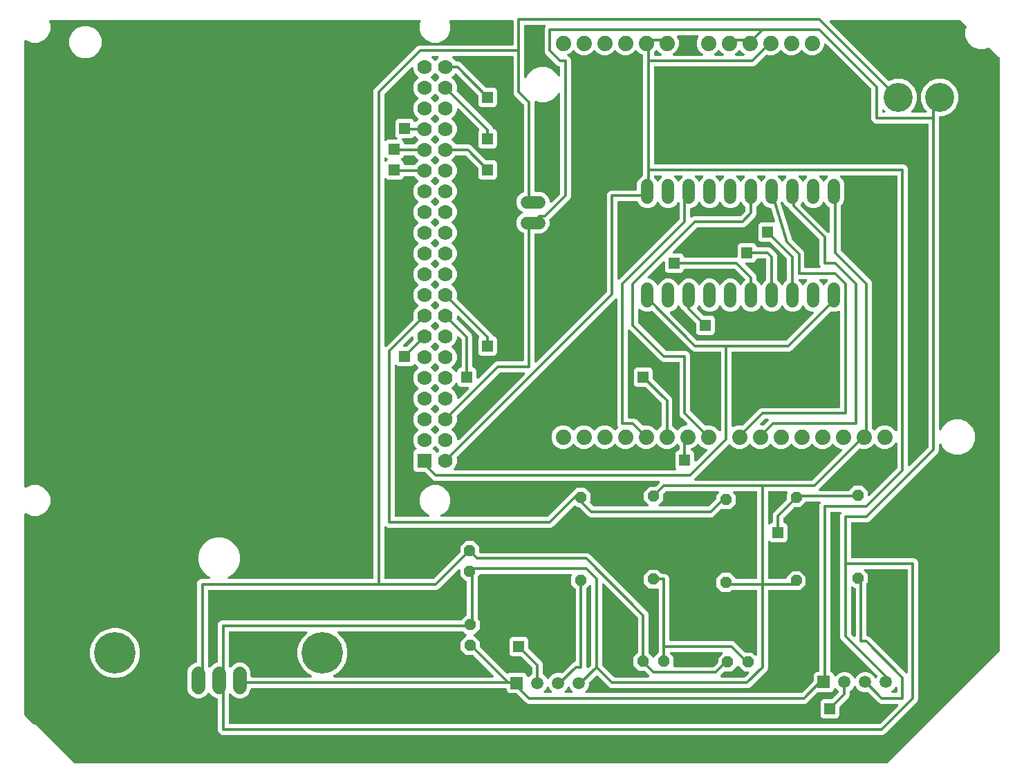
<source format=gbr>
G04 EAGLE Gerber RS-274X export*
G75*
%MOMM*%
%FSLAX34Y34*%
%LPD*%
%INBottom Copper*%
%IPPOS*%
%AMOC8*
5,1,8,0,0,1.08239X$1,22.5*%
G01*
%ADD10P,1.429621X8X292.500000*%
%ADD11P,1.429621X8X112.500000*%
%ADD12C,1.676400*%
%ADD13C,1.524000*%
%ADD14C,3.556000*%
%ADD15P,1.429621X8X22.500000*%
%ADD16R,1.778000X1.778000*%
%ADD17C,1.778000*%
%ADD18R,1.508000X1.508000*%
%ADD19C,1.508000*%
%ADD20C,1.879600*%
%ADD21C,5.080000*%
%ADD22C,0.304800*%
%ADD23R,1.350000X1.350000*%

G36*
X1072768Y9159D02*
X1072768Y9159D01*
X1072894Y9166D01*
X1072940Y9179D01*
X1072988Y9185D01*
X1073107Y9227D01*
X1073229Y9262D01*
X1073271Y9286D01*
X1073316Y9302D01*
X1073423Y9371D01*
X1073533Y9432D01*
X1073579Y9472D01*
X1073609Y9491D01*
X1073643Y9526D01*
X1073719Y9591D01*
X1210625Y146497D01*
X1210704Y146596D01*
X1210788Y146690D01*
X1210812Y146732D01*
X1210842Y146770D01*
X1210896Y146884D01*
X1210957Y146995D01*
X1210970Y147041D01*
X1210991Y147085D01*
X1211017Y147208D01*
X1211052Y147330D01*
X1211057Y147391D01*
X1211064Y147426D01*
X1211063Y147474D01*
X1211071Y147574D01*
X1211071Y873252D01*
X1211055Y873396D01*
X1211044Y873541D01*
X1211035Y873569D01*
X1211031Y873598D01*
X1210982Y873735D01*
X1210939Y873873D01*
X1210924Y873899D01*
X1210914Y873926D01*
X1210835Y874048D01*
X1210761Y874173D01*
X1210737Y874200D01*
X1210725Y874219D01*
X1210689Y874253D01*
X1210598Y874355D01*
X1198704Y885677D01*
X1198658Y885712D01*
X1198618Y885753D01*
X1198519Y885816D01*
X1198426Y885887D01*
X1198373Y885910D01*
X1198324Y885942D01*
X1198214Y885981D01*
X1198107Y886028D01*
X1198050Y886039D01*
X1197996Y886058D01*
X1197880Y886071D01*
X1197764Y886093D01*
X1197707Y886091D01*
X1197650Y886097D01*
X1197533Y886083D01*
X1197416Y886079D01*
X1197361Y886063D01*
X1197303Y886056D01*
X1197099Y885990D01*
X1197080Y885985D01*
X1197077Y885983D01*
X1197071Y885981D01*
X1192899Y884253D01*
X1185049Y884253D01*
X1177796Y887257D01*
X1172245Y892808D01*
X1169241Y900061D01*
X1169241Y907911D01*
X1170568Y911113D01*
X1170594Y911205D01*
X1170629Y911293D01*
X1170641Y911372D01*
X1170663Y911448D01*
X1170668Y911543D01*
X1170682Y911637D01*
X1170676Y911717D01*
X1170680Y911796D01*
X1170663Y911890D01*
X1170656Y911985D01*
X1170632Y912061D01*
X1170618Y912139D01*
X1170580Y912227D01*
X1170551Y912317D01*
X1170511Y912386D01*
X1170479Y912459D01*
X1170422Y912535D01*
X1170374Y912617D01*
X1170300Y912699D01*
X1170271Y912738D01*
X1170246Y912759D01*
X1170210Y912799D01*
X1163100Y919567D01*
X1163014Y919632D01*
X1162934Y919704D01*
X1162876Y919737D01*
X1162822Y919777D01*
X1162723Y919821D01*
X1162629Y919873D01*
X1162565Y919891D01*
X1162503Y919918D01*
X1162397Y919938D01*
X1162294Y919968D01*
X1162206Y919975D01*
X1162161Y919983D01*
X1162121Y919982D01*
X1162050Y919987D01*
X1004268Y919987D01*
X1004168Y919976D01*
X1004067Y919974D01*
X1003995Y919956D01*
X1003921Y919947D01*
X1003827Y919914D01*
X1003729Y919889D01*
X1003663Y919855D01*
X1003593Y919830D01*
X1003509Y919775D01*
X1003420Y919729D01*
X1003363Y919681D01*
X1003300Y919641D01*
X1003231Y919569D01*
X1003154Y919504D01*
X1003110Y919444D01*
X1003058Y919390D01*
X1003007Y919304D01*
X1002947Y919223D01*
X1002918Y919155D01*
X1002879Y919091D01*
X1002849Y918995D01*
X1002809Y918903D01*
X1002796Y918830D01*
X1002773Y918759D01*
X1002765Y918659D01*
X1002747Y918560D01*
X1002751Y918486D01*
X1002745Y918412D01*
X1002760Y918312D01*
X1002765Y918212D01*
X1002786Y918141D01*
X1002797Y918067D01*
X1002834Y917974D01*
X1002862Y917877D01*
X1002898Y917812D01*
X1002926Y917743D01*
X1002983Y917661D01*
X1003032Y917573D01*
X1003097Y917497D01*
X1003125Y917457D01*
X1003151Y917433D01*
X1003190Y917387D01*
X1074697Y845881D01*
X1074757Y845833D01*
X1074810Y845778D01*
X1074892Y845725D01*
X1074970Y845664D01*
X1075039Y845632D01*
X1075103Y845590D01*
X1075196Y845557D01*
X1075285Y845515D01*
X1075359Y845499D01*
X1075431Y845474D01*
X1075529Y845463D01*
X1075625Y845442D01*
X1075702Y845443D01*
X1075778Y845435D01*
X1075876Y845446D01*
X1075974Y845448D01*
X1076048Y845466D01*
X1076124Y845475D01*
X1076266Y845521D01*
X1076312Y845533D01*
X1076329Y845542D01*
X1076357Y845551D01*
X1082335Y848027D01*
X1091397Y848027D01*
X1099770Y844559D01*
X1106179Y838150D01*
X1109647Y829777D01*
X1109647Y820715D01*
X1106179Y812342D01*
X1103062Y809225D01*
X1103000Y809147D01*
X1102930Y809074D01*
X1102891Y809010D01*
X1102845Y808952D01*
X1102802Y808861D01*
X1102751Y808775D01*
X1102728Y808704D01*
X1102696Y808637D01*
X1102675Y808539D01*
X1102645Y808443D01*
X1102639Y808369D01*
X1102623Y808296D01*
X1102625Y808196D01*
X1102617Y808096D01*
X1102628Y808022D01*
X1102629Y807948D01*
X1102653Y807851D01*
X1102668Y807751D01*
X1102696Y807682D01*
X1102714Y807610D01*
X1102760Y807521D01*
X1102797Y807427D01*
X1102840Y807366D01*
X1102874Y807300D01*
X1102939Y807224D01*
X1102996Y807141D01*
X1103051Y807091D01*
X1103099Y807035D01*
X1103180Y806975D01*
X1103255Y806908D01*
X1103320Y806872D01*
X1103380Y806827D01*
X1103472Y806788D01*
X1103560Y806739D01*
X1103631Y806719D01*
X1103700Y806689D01*
X1103798Y806672D01*
X1103895Y806644D01*
X1103995Y806636D01*
X1104043Y806628D01*
X1104078Y806630D01*
X1104139Y806625D01*
X1120393Y806625D01*
X1120493Y806636D01*
X1120593Y806638D01*
X1120665Y806656D01*
X1120739Y806665D01*
X1120834Y806698D01*
X1120931Y806723D01*
X1120997Y806757D01*
X1121067Y806782D01*
X1121152Y806837D01*
X1121241Y806883D01*
X1121298Y806931D01*
X1121360Y806971D01*
X1121430Y807043D01*
X1121506Y807108D01*
X1121551Y807168D01*
X1121602Y807222D01*
X1121654Y807308D01*
X1121714Y807389D01*
X1121743Y807457D01*
X1121781Y807521D01*
X1121812Y807617D01*
X1121852Y807709D01*
X1121865Y807782D01*
X1121887Y807853D01*
X1121895Y807953D01*
X1121913Y808052D01*
X1121909Y808126D01*
X1121915Y808200D01*
X1121900Y808300D01*
X1121895Y808400D01*
X1121875Y808471D01*
X1121864Y808545D01*
X1121827Y808638D01*
X1121799Y808735D01*
X1121762Y808800D01*
X1121735Y808869D01*
X1121678Y808951D01*
X1121629Y809039D01*
X1121563Y809115D01*
X1121536Y809155D01*
X1121510Y809179D01*
X1121470Y809225D01*
X1118353Y812342D01*
X1114885Y820715D01*
X1114885Y829777D01*
X1118353Y838150D01*
X1124762Y844559D01*
X1133135Y848027D01*
X1142197Y848027D01*
X1150570Y844559D01*
X1156979Y838150D01*
X1160447Y829777D01*
X1160447Y820715D01*
X1156979Y812342D01*
X1150570Y805933D01*
X1142197Y802465D01*
X1138348Y802465D01*
X1138322Y802462D01*
X1138296Y802464D01*
X1138149Y802442D01*
X1138002Y802425D01*
X1137977Y802417D01*
X1137951Y802413D01*
X1137813Y802358D01*
X1137674Y802308D01*
X1137652Y802294D01*
X1137627Y802284D01*
X1137506Y802199D01*
X1137381Y802119D01*
X1137363Y802100D01*
X1137341Y802085D01*
X1137242Y801975D01*
X1137139Y801868D01*
X1137125Y801846D01*
X1137108Y801826D01*
X1137036Y801696D01*
X1136960Y801569D01*
X1136952Y801544D01*
X1136939Y801521D01*
X1136899Y801378D01*
X1136854Y801237D01*
X1136852Y801211D01*
X1136844Y801186D01*
X1136825Y800942D01*
X1136825Y418908D01*
X1136830Y418858D01*
X1136828Y418808D01*
X1136850Y418685D01*
X1136865Y418562D01*
X1136882Y418515D01*
X1136891Y418465D01*
X1136940Y418351D01*
X1136982Y418234D01*
X1137009Y418192D01*
X1137029Y418145D01*
X1137104Y418046D01*
X1137171Y417941D01*
X1137207Y417906D01*
X1137237Y417866D01*
X1137332Y417785D01*
X1137422Y417699D01*
X1137465Y417673D01*
X1137503Y417641D01*
X1137614Y417584D01*
X1137721Y417520D01*
X1137769Y417505D01*
X1137814Y417482D01*
X1137934Y417452D01*
X1138053Y417414D01*
X1138103Y417410D01*
X1138152Y417398D01*
X1138276Y417396D01*
X1138400Y417386D01*
X1138450Y417393D01*
X1138500Y417393D01*
X1138622Y417419D01*
X1138745Y417438D01*
X1138792Y417456D01*
X1138841Y417467D01*
X1138953Y417520D01*
X1139069Y417566D01*
X1139110Y417595D01*
X1139156Y417617D01*
X1139253Y417694D01*
X1139355Y417765D01*
X1139389Y417803D01*
X1139428Y417834D01*
X1139505Y417932D01*
X1139588Y418024D01*
X1139613Y418068D01*
X1139644Y418108D01*
X1139755Y418325D01*
X1141020Y421379D01*
X1147071Y427430D01*
X1154977Y430705D01*
X1163535Y430705D01*
X1171441Y427430D01*
X1177492Y421379D01*
X1180767Y413473D01*
X1180767Y404915D01*
X1177492Y397009D01*
X1171441Y390958D01*
X1163535Y387683D01*
X1154977Y387683D01*
X1147071Y390958D01*
X1141020Y397009D01*
X1139755Y400063D01*
X1139731Y400107D01*
X1139714Y400154D01*
X1139646Y400259D01*
X1139586Y400367D01*
X1139552Y400405D01*
X1139525Y400447D01*
X1139435Y400533D01*
X1139352Y400625D01*
X1139310Y400654D01*
X1139274Y400689D01*
X1139167Y400753D01*
X1139065Y400824D01*
X1139018Y400842D01*
X1138975Y400868D01*
X1138857Y400906D01*
X1138741Y400951D01*
X1138691Y400959D01*
X1138643Y400974D01*
X1138519Y400984D01*
X1138396Y401002D01*
X1138346Y400998D01*
X1138296Y401002D01*
X1138173Y400984D01*
X1138049Y400973D01*
X1138001Y400958D01*
X1137951Y400950D01*
X1137836Y400905D01*
X1137717Y400866D01*
X1137674Y400840D01*
X1137627Y400822D01*
X1137525Y400751D01*
X1137419Y400687D01*
X1137382Y400651D01*
X1137341Y400623D01*
X1137258Y400531D01*
X1137169Y400444D01*
X1137141Y400401D01*
X1137108Y400364D01*
X1137048Y400255D01*
X1136980Y400150D01*
X1136963Y400103D01*
X1136939Y400059D01*
X1136905Y399939D01*
X1136864Y399822D01*
X1136858Y399772D01*
X1136844Y399724D01*
X1136825Y399480D01*
X1136825Y392402D01*
X1135831Y390004D01*
X1133782Y387955D01*
X1133782Y387954D01*
X1051446Y305619D01*
X1049048Y304625D01*
X1030398Y304625D01*
X1030372Y304622D01*
X1030346Y304624D01*
X1030199Y304602D01*
X1030052Y304585D01*
X1030027Y304577D01*
X1030001Y304573D01*
X1029863Y304518D01*
X1029724Y304468D01*
X1029702Y304454D01*
X1029677Y304444D01*
X1029556Y304359D01*
X1029431Y304279D01*
X1029413Y304260D01*
X1029391Y304245D01*
X1029292Y304135D01*
X1029189Y304028D01*
X1029175Y304006D01*
X1029158Y303986D01*
X1029086Y303856D01*
X1029010Y303729D01*
X1029002Y303704D01*
X1028989Y303681D01*
X1028949Y303538D01*
X1028904Y303397D01*
X1028902Y303371D01*
X1028894Y303346D01*
X1028875Y303102D01*
X1028875Y262048D01*
X1028878Y262022D01*
X1028876Y261996D01*
X1028898Y261849D01*
X1028915Y261702D01*
X1028923Y261677D01*
X1028927Y261651D01*
X1028982Y261513D01*
X1029032Y261374D01*
X1029046Y261352D01*
X1029056Y261327D01*
X1029141Y261206D01*
X1029221Y261081D01*
X1029240Y261063D01*
X1029255Y261041D01*
X1029365Y260942D01*
X1029472Y260839D01*
X1029494Y260825D01*
X1029514Y260808D01*
X1029644Y260736D01*
X1029771Y260660D01*
X1029796Y260652D01*
X1029819Y260639D01*
X1029962Y260599D01*
X1030103Y260554D01*
X1030129Y260552D01*
X1030154Y260544D01*
X1030398Y260525D01*
X1106198Y260525D01*
X1108596Y259531D01*
X1110431Y257696D01*
X1111425Y255298D01*
X1111425Y87602D01*
X1110431Y85204D01*
X1070496Y45269D01*
X1068098Y44275D01*
X259052Y44275D01*
X256654Y45269D01*
X254819Y47104D01*
X253825Y49502D01*
X253825Y87456D01*
X253822Y87482D01*
X253824Y87508D01*
X253802Y87655D01*
X253785Y87802D01*
X253777Y87827D01*
X253773Y87853D01*
X253718Y87991D01*
X253668Y88130D01*
X253654Y88152D01*
X253644Y88177D01*
X253559Y88298D01*
X253479Y88423D01*
X253460Y88441D01*
X253445Y88463D01*
X253335Y88562D01*
X253228Y88665D01*
X253206Y88679D01*
X253186Y88696D01*
X253056Y88768D01*
X252929Y88844D01*
X252904Y88852D01*
X252881Y88865D01*
X252738Y88905D01*
X252597Y88950D01*
X252571Y88952D01*
X252546Y88960D01*
X252367Y88974D01*
X247435Y91017D01*
X243647Y94805D01*
X243634Y94834D01*
X243590Y94894D01*
X243554Y94959D01*
X243486Y95033D01*
X243426Y95114D01*
X243370Y95162D01*
X243320Y95217D01*
X243237Y95274D01*
X243160Y95339D01*
X243094Y95373D01*
X243033Y95415D01*
X242940Y95452D01*
X242850Y95498D01*
X242778Y95516D01*
X242709Y95543D01*
X242609Y95558D01*
X242512Y95582D01*
X242438Y95583D01*
X242364Y95594D01*
X242264Y95585D01*
X242163Y95587D01*
X242091Y95571D01*
X242017Y95565D01*
X241921Y95534D01*
X241823Y95513D01*
X241756Y95481D01*
X241685Y95458D01*
X241599Y95406D01*
X241508Y95363D01*
X241450Y95316D01*
X241386Y95278D01*
X241314Y95208D01*
X241236Y95145D01*
X241190Y95087D01*
X241137Y95035D01*
X241082Y94951D01*
X241020Y94872D01*
X240987Y94807D01*
X237197Y91017D01*
X232278Y88979D01*
X226954Y88979D01*
X222035Y91017D01*
X218271Y94781D01*
X216233Y99700D01*
X216233Y121788D01*
X218271Y126707D01*
X222035Y130471D01*
X226957Y132510D01*
X227101Y132532D01*
X227248Y132549D01*
X227273Y132557D01*
X227299Y132561D01*
X227437Y132616D01*
X227576Y132666D01*
X227598Y132680D01*
X227623Y132690D01*
X227744Y132775D01*
X227869Y132855D01*
X227887Y132874D01*
X227909Y132889D01*
X228008Y132999D01*
X228111Y133106D01*
X228125Y133128D01*
X228142Y133148D01*
X228214Y133278D01*
X228290Y133405D01*
X228298Y133430D01*
X228311Y133453D01*
X228351Y133596D01*
X228396Y133737D01*
X228398Y133763D01*
X228406Y133788D01*
X228425Y134032D01*
X228425Y229898D01*
X229419Y232296D01*
X231254Y234131D01*
X233652Y235125D01*
X242661Y235125D01*
X242785Y235139D01*
X242910Y235145D01*
X242958Y235159D01*
X243007Y235165D01*
X243125Y235207D01*
X243245Y235241D01*
X243289Y235265D01*
X243335Y235282D01*
X243440Y235350D01*
X243550Y235411D01*
X243586Y235444D01*
X243628Y235471D01*
X243715Y235561D01*
X243808Y235645D01*
X243836Y235686D01*
X243870Y235722D01*
X243935Y235829D01*
X244006Y235932D01*
X244024Y235978D01*
X244049Y236021D01*
X244087Y236140D01*
X244133Y236256D01*
X244140Y236305D01*
X244155Y236353D01*
X244165Y236477D01*
X244184Y236601D01*
X244179Y236651D01*
X244183Y236700D01*
X244165Y236824D01*
X244154Y236948D01*
X244139Y236996D01*
X244132Y237045D01*
X244086Y237161D01*
X244047Y237280D01*
X244021Y237323D01*
X244003Y237369D01*
X243932Y237471D01*
X243867Y237578D01*
X243832Y237614D01*
X243804Y237655D01*
X243711Y237739D01*
X243624Y237828D01*
X243572Y237864D01*
X243545Y237888D01*
X243504Y237911D01*
X243423Y237967D01*
X239419Y240278D01*
X234690Y245007D01*
X231346Y250800D01*
X229615Y257260D01*
X229615Y263948D01*
X231346Y270408D01*
X234690Y276201D01*
X239419Y280930D01*
X245212Y284274D01*
X251672Y286005D01*
X258360Y286005D01*
X264820Y284274D01*
X270613Y280930D01*
X275342Y276201D01*
X278686Y270408D01*
X280417Y263948D01*
X280417Y257260D01*
X278686Y250800D01*
X275342Y245007D01*
X270613Y240278D01*
X266609Y237967D01*
X266509Y237893D01*
X266404Y237825D01*
X266369Y237789D01*
X266329Y237760D01*
X266249Y237664D01*
X266162Y237574D01*
X266136Y237532D01*
X266104Y237494D01*
X266047Y237382D01*
X265983Y237275D01*
X265968Y237228D01*
X265945Y237184D01*
X265915Y237062D01*
X265877Y236943D01*
X265873Y236894D01*
X265861Y236845D01*
X265859Y236720D01*
X265849Y236596D01*
X265856Y236547D01*
X265855Y236497D01*
X265882Y236375D01*
X265900Y236251D01*
X265919Y236205D01*
X265929Y236156D01*
X265983Y236043D01*
X266029Y235927D01*
X266057Y235887D01*
X266079Y235842D01*
X266157Y235744D01*
X266228Y235641D01*
X266265Y235608D01*
X266296Y235569D01*
X266394Y235491D01*
X266487Y235408D01*
X266530Y235384D01*
X266569Y235353D01*
X266682Y235300D01*
X266792Y235239D01*
X266840Y235226D01*
X266884Y235204D01*
X267007Y235178D01*
X267127Y235144D01*
X267190Y235139D01*
X267225Y235132D01*
X267273Y235133D01*
X267371Y235125D01*
X442802Y235125D01*
X442828Y235128D01*
X442854Y235126D01*
X443001Y235148D01*
X443148Y235165D01*
X443173Y235173D01*
X443199Y235177D01*
X443337Y235232D01*
X443476Y235282D01*
X443498Y235296D01*
X443523Y235306D01*
X443644Y235391D01*
X443769Y235471D01*
X443787Y235490D01*
X443809Y235505D01*
X443908Y235615D01*
X444011Y235722D01*
X444025Y235744D01*
X444042Y235764D01*
X444114Y235894D01*
X444190Y236021D01*
X444198Y236046D01*
X444211Y236069D01*
X444251Y236212D01*
X444296Y236353D01*
X444298Y236379D01*
X444306Y236404D01*
X444325Y236648D01*
X444325Y833148D01*
X445319Y835546D01*
X497954Y888181D01*
X500352Y889175D01*
X614252Y889175D01*
X614278Y889178D01*
X614304Y889176D01*
X614451Y889198D01*
X614598Y889215D01*
X614623Y889223D01*
X614649Y889227D01*
X614787Y889282D01*
X614926Y889332D01*
X614948Y889346D01*
X614973Y889356D01*
X615094Y889441D01*
X615219Y889521D01*
X615237Y889540D01*
X615259Y889555D01*
X615358Y889665D01*
X615461Y889772D01*
X615475Y889794D01*
X615492Y889814D01*
X615564Y889944D01*
X615640Y890071D01*
X615648Y890096D01*
X615661Y890119D01*
X615701Y890262D01*
X615746Y890403D01*
X615748Y890429D01*
X615756Y890454D01*
X615775Y890698D01*
X615775Y918464D01*
X615772Y918490D01*
X615774Y918516D01*
X615752Y918663D01*
X615735Y918810D01*
X615727Y918835D01*
X615723Y918861D01*
X615668Y918999D01*
X615618Y919138D01*
X615604Y919160D01*
X615594Y919185D01*
X615509Y919306D01*
X615429Y919431D01*
X615410Y919449D01*
X615395Y919471D01*
X615285Y919570D01*
X615178Y919673D01*
X615156Y919687D01*
X615136Y919704D01*
X615006Y919776D01*
X614879Y919852D01*
X614854Y919860D01*
X614831Y919873D01*
X614688Y919913D01*
X614547Y919958D01*
X614521Y919960D01*
X614496Y919968D01*
X614252Y919987D01*
X538692Y919987D01*
X538543Y919970D01*
X538393Y919958D01*
X538370Y919950D01*
X538346Y919947D01*
X538204Y919897D01*
X538061Y919851D01*
X538040Y919838D01*
X538018Y919830D01*
X537891Y919748D01*
X537762Y919671D01*
X537745Y919654D01*
X537725Y919641D01*
X537620Y919533D01*
X537512Y919428D01*
X537499Y919408D01*
X537483Y919390D01*
X537405Y919261D01*
X537324Y919135D01*
X537316Y919112D01*
X537304Y919091D01*
X537258Y918948D01*
X537208Y918806D01*
X537205Y918782D01*
X537197Y918759D01*
X537185Y918610D01*
X537169Y918460D01*
X537171Y918436D01*
X537169Y918412D01*
X537192Y918263D01*
X537209Y918114D01*
X537218Y918086D01*
X537221Y918067D01*
X537239Y918023D01*
X537285Y917881D01*
X538417Y915148D01*
X538417Y907688D01*
X535562Y900796D01*
X530288Y895522D01*
X523396Y892667D01*
X515936Y892667D01*
X509044Y895522D01*
X503770Y900796D01*
X500915Y907688D01*
X500915Y915148D01*
X502047Y917881D01*
X502089Y918026D01*
X502135Y918169D01*
X502136Y918193D01*
X502143Y918216D01*
X502150Y918367D01*
X502163Y918516D01*
X502159Y918540D01*
X502160Y918564D01*
X502133Y918712D01*
X502111Y918861D01*
X502102Y918883D01*
X502098Y918907D01*
X502038Y919045D01*
X501982Y919185D01*
X501968Y919205D01*
X501959Y919227D01*
X501869Y919348D01*
X501783Y919471D01*
X501765Y919487D01*
X501751Y919507D01*
X501636Y919604D01*
X501524Y919704D01*
X501503Y919716D01*
X501485Y919732D01*
X501351Y919800D01*
X501219Y919873D01*
X501196Y919879D01*
X501175Y919890D01*
X501029Y919927D01*
X500884Y919968D01*
X500855Y919970D01*
X500836Y919975D01*
X500789Y919975D01*
X500640Y919987D01*
X48692Y919987D01*
X48543Y919970D01*
X48393Y919958D01*
X48370Y919950D01*
X48346Y919947D01*
X48204Y919897D01*
X48061Y919851D01*
X48040Y919838D01*
X48018Y919830D01*
X47891Y919748D01*
X47762Y919671D01*
X47745Y919654D01*
X47725Y919641D01*
X47620Y919533D01*
X47512Y919428D01*
X47499Y919408D01*
X47483Y919390D01*
X47405Y919261D01*
X47324Y919135D01*
X47316Y919112D01*
X47304Y919091D01*
X47258Y918948D01*
X47208Y918806D01*
X47205Y918782D01*
X47197Y918759D01*
X47185Y918610D01*
X47169Y918460D01*
X47171Y918436D01*
X47169Y918412D01*
X47192Y918263D01*
X47209Y918114D01*
X47218Y918086D01*
X47221Y918067D01*
X47239Y918023D01*
X47285Y917881D01*
X48417Y915148D01*
X48417Y907688D01*
X45562Y900796D01*
X40288Y895522D01*
X33396Y892667D01*
X25936Y892667D01*
X18871Y895594D01*
X18726Y895635D01*
X18583Y895681D01*
X18559Y895683D01*
X18536Y895690D01*
X18385Y895697D01*
X18236Y895709D01*
X18212Y895705D01*
X18188Y895706D01*
X18040Y895680D01*
X17891Y895657D01*
X17869Y895648D01*
X17845Y895644D01*
X17707Y895584D01*
X17567Y895528D01*
X17547Y895515D01*
X17525Y895505D01*
X17404Y895415D01*
X17281Y895330D01*
X17265Y895312D01*
X17246Y895297D01*
X17148Y895182D01*
X17048Y895071D01*
X17036Y895050D01*
X17020Y895031D01*
X16952Y894898D01*
X16879Y894766D01*
X16873Y894742D01*
X16862Y894721D01*
X16825Y894575D01*
X16784Y894430D01*
X16782Y894401D01*
X16777Y894383D01*
X16777Y894336D01*
X16765Y894187D01*
X16765Y348649D01*
X16782Y348501D01*
X16794Y348350D01*
X16802Y348327D01*
X16805Y348303D01*
X16855Y348162D01*
X16902Y348019D01*
X16914Y347998D01*
X16922Y347975D01*
X17004Y347849D01*
X17081Y347720D01*
X17098Y347703D01*
X17111Y347682D01*
X17220Y347577D01*
X17324Y347470D01*
X17344Y347457D01*
X17362Y347440D01*
X17491Y347363D01*
X17617Y347282D01*
X17640Y347274D01*
X17661Y347261D01*
X17804Y347216D01*
X17946Y347165D01*
X17970Y347162D01*
X17993Y347155D01*
X18142Y347143D01*
X18292Y347126D01*
X18316Y347129D01*
X18340Y347127D01*
X18489Y347149D01*
X18638Y347167D01*
X18666Y347176D01*
X18685Y347179D01*
X18729Y347196D01*
X18871Y347242D01*
X25936Y350169D01*
X33396Y350169D01*
X40288Y347314D01*
X45562Y342040D01*
X48417Y335148D01*
X48417Y327688D01*
X45562Y320796D01*
X40288Y315522D01*
X33396Y312667D01*
X25936Y312667D01*
X18871Y315594D01*
X18726Y315635D01*
X18583Y315681D01*
X18559Y315683D01*
X18536Y315690D01*
X18385Y315697D01*
X18236Y315709D01*
X18212Y315705D01*
X18188Y315706D01*
X18040Y315680D01*
X17891Y315657D01*
X17869Y315648D01*
X17845Y315644D01*
X17707Y315584D01*
X17567Y315528D01*
X17547Y315515D01*
X17525Y315505D01*
X17404Y315415D01*
X17281Y315330D01*
X17265Y315312D01*
X17246Y315297D01*
X17148Y315182D01*
X17048Y315071D01*
X17036Y315050D01*
X17020Y315031D01*
X16952Y314898D01*
X16879Y314766D01*
X16873Y314742D01*
X16862Y314721D01*
X16825Y314575D01*
X16784Y314430D01*
X16782Y314401D01*
X16777Y314383D01*
X16777Y314336D01*
X16765Y314187D01*
X16765Y68834D01*
X16779Y68708D01*
X16786Y68582D01*
X16799Y68536D01*
X16805Y68488D01*
X16847Y68369D01*
X16882Y68247D01*
X16906Y68205D01*
X16922Y68160D01*
X16991Y68053D01*
X17052Y67943D01*
X17092Y67897D01*
X17111Y67867D01*
X17146Y67833D01*
X17211Y67757D01*
X27879Y57089D01*
X27965Y57020D01*
X28046Y56945D01*
X28102Y56912D01*
X28152Y56872D01*
X28252Y56825D01*
X28347Y56770D01*
X28409Y56751D01*
X28467Y56723D01*
X28575Y56700D01*
X28681Y56668D01*
X28745Y56664D01*
X28808Y56650D01*
X28918Y56652D01*
X29028Y56644D01*
X29092Y56655D01*
X29156Y56656D01*
X29263Y56683D01*
X29372Y56701D01*
X29432Y56725D01*
X29494Y56741D01*
X29592Y56792D01*
X29694Y56834D01*
X29747Y56871D01*
X29804Y56901D01*
X29888Y56972D01*
X29978Y57036D01*
X30036Y57098D01*
X30069Y57126D01*
X30094Y57160D01*
X77663Y9591D01*
X77762Y9512D01*
X77856Y9428D01*
X77898Y9404D01*
X77936Y9374D01*
X78050Y9320D01*
X78161Y9259D01*
X78207Y9246D01*
X78251Y9225D01*
X78374Y9199D01*
X78496Y9164D01*
X78557Y9160D01*
X78592Y9152D01*
X78640Y9153D01*
X78740Y9145D01*
X1072642Y9145D01*
X1072768Y9159D01*
G37*
G36*
X1100400Y373522D02*
X1100400Y373522D01*
X1100500Y373527D01*
X1100571Y373548D01*
X1100645Y373559D01*
X1100738Y373596D01*
X1100835Y373624D01*
X1100900Y373660D01*
X1100969Y373688D01*
X1101051Y373745D01*
X1101139Y373794D01*
X1101215Y373859D01*
X1101255Y373887D01*
X1101279Y373913D01*
X1101325Y373952D01*
X1123329Y395956D01*
X1123408Y396055D01*
X1123492Y396149D01*
X1123516Y396192D01*
X1123546Y396229D01*
X1123600Y396344D01*
X1123661Y396454D01*
X1123674Y396501D01*
X1123695Y396545D01*
X1123721Y396668D01*
X1123756Y396790D01*
X1123761Y396851D01*
X1123768Y396885D01*
X1123767Y396933D01*
X1123775Y397034D01*
X1123775Y792052D01*
X1123772Y792078D01*
X1123774Y792104D01*
X1123752Y792251D01*
X1123735Y792398D01*
X1123727Y792423D01*
X1123723Y792449D01*
X1123668Y792587D01*
X1123618Y792726D01*
X1123604Y792748D01*
X1123594Y792773D01*
X1123509Y792894D01*
X1123429Y793019D01*
X1123410Y793037D01*
X1123395Y793059D01*
X1123285Y793158D01*
X1123178Y793261D01*
X1123156Y793275D01*
X1123136Y793292D01*
X1123006Y793364D01*
X1122879Y793440D01*
X1122854Y793448D01*
X1122831Y793461D01*
X1122688Y793501D01*
X1122547Y793546D01*
X1122521Y793548D01*
X1122496Y793556D01*
X1122252Y793575D01*
X1059152Y793575D01*
X1056754Y794569D01*
X1054919Y796404D01*
X1053925Y798802D01*
X1053925Y834866D01*
X1053911Y834992D01*
X1053904Y835118D01*
X1053891Y835165D01*
X1053885Y835213D01*
X1053843Y835332D01*
X1053808Y835453D01*
X1053784Y835495D01*
X1053768Y835541D01*
X1053699Y835647D01*
X1053638Y835757D01*
X1053598Y835803D01*
X1053579Y835834D01*
X1053544Y835867D01*
X1053479Y835943D01*
X998455Y890968D01*
X998377Y891030D01*
X998304Y891100D01*
X998240Y891138D01*
X998182Y891184D01*
X998091Y891227D01*
X998005Y891279D01*
X997934Y891301D01*
X997867Y891333D01*
X997769Y891354D01*
X997673Y891385D01*
X997599Y891391D01*
X997526Y891406D01*
X997426Y891405D01*
X997326Y891413D01*
X997252Y891402D01*
X997178Y891400D01*
X997081Y891376D01*
X996981Y891361D01*
X996912Y891334D01*
X996840Y891315D01*
X996750Y891269D01*
X996657Y891232D01*
X996596Y891190D01*
X996530Y891156D01*
X996453Y891091D01*
X996371Y891033D01*
X996321Y890978D01*
X996265Y890930D01*
X996205Y890849D01*
X996138Y890775D01*
X996102Y890710D01*
X996057Y890650D01*
X996018Y890558D01*
X995969Y890470D01*
X995949Y890398D01*
X995919Y890330D01*
X995902Y890231D01*
X995874Y890134D01*
X995866Y890034D01*
X995858Y889987D01*
X995860Y889951D01*
X995855Y889890D01*
X995855Y888930D01*
X993663Y883638D01*
X989612Y879587D01*
X984320Y877395D01*
X978592Y877395D01*
X973300Y879587D01*
X969833Y883054D01*
X969813Y883070D01*
X969796Y883090D01*
X969709Y883155D01*
X969650Y883207D01*
X969616Y883226D01*
X969560Y883271D01*
X969536Y883282D01*
X969515Y883297D01*
X969386Y883353D01*
X969345Y883376D01*
X969326Y883381D01*
X969245Y883420D01*
X969219Y883425D01*
X969195Y883435D01*
X969049Y883462D01*
X969016Y883469D01*
X969010Y883471D01*
X969007Y883471D01*
X968904Y883493D01*
X968878Y883492D01*
X968852Y883497D01*
X968704Y883489D01*
X968556Y883487D01*
X968530Y883481D01*
X968504Y883479D01*
X968407Y883451D01*
X968400Y883450D01*
X968382Y883444D01*
X968362Y883438D01*
X968218Y883402D01*
X968195Y883390D01*
X968169Y883383D01*
X968096Y883341D01*
X968072Y883333D01*
X968024Y883302D01*
X967908Y883242D01*
X967888Y883225D01*
X967865Y883213D01*
X967802Y883159D01*
X967779Y883144D01*
X967753Y883117D01*
X967679Y883054D01*
X964212Y879587D01*
X958920Y877395D01*
X953192Y877395D01*
X947900Y879587D01*
X944433Y883054D01*
X944413Y883070D01*
X944396Y883090D01*
X944309Y883155D01*
X944250Y883207D01*
X944216Y883226D01*
X944160Y883271D01*
X944136Y883282D01*
X944115Y883297D01*
X943986Y883353D01*
X943945Y883376D01*
X943926Y883381D01*
X943845Y883420D01*
X943819Y883425D01*
X943795Y883435D01*
X943649Y883462D01*
X943616Y883469D01*
X943610Y883471D01*
X943607Y883471D01*
X943504Y883493D01*
X943478Y883492D01*
X943452Y883497D01*
X943304Y883489D01*
X943156Y883487D01*
X943130Y883481D01*
X943104Y883479D01*
X943007Y883451D01*
X943000Y883450D01*
X942982Y883444D01*
X942962Y883438D01*
X942818Y883402D01*
X942795Y883390D01*
X942769Y883383D01*
X942696Y883341D01*
X942672Y883333D01*
X942624Y883302D01*
X942508Y883242D01*
X942488Y883225D01*
X942465Y883213D01*
X942402Y883159D01*
X942379Y883144D01*
X942353Y883117D01*
X942279Y883054D01*
X938812Y879587D01*
X933520Y877395D01*
X927792Y877395D01*
X926562Y877905D01*
X926488Y877926D01*
X926418Y877956D01*
X926322Y877973D01*
X926227Y878000D01*
X926150Y878004D01*
X926075Y878018D01*
X925977Y878013D01*
X925879Y878017D01*
X925804Y878004D01*
X925727Y878000D01*
X925633Y877973D01*
X925536Y877955D01*
X925466Y877924D01*
X925392Y877903D01*
X925306Y877855D01*
X925216Y877816D01*
X925155Y877770D01*
X925088Y877733D01*
X924974Y877636D01*
X924937Y877608D01*
X924924Y877593D01*
X924902Y877575D01*
X913796Y866468D01*
X911746Y864419D01*
X909348Y863425D01*
X789098Y863425D01*
X789072Y863422D01*
X789046Y863424D01*
X788899Y863402D01*
X788752Y863385D01*
X788727Y863377D01*
X788701Y863373D01*
X788563Y863318D01*
X788424Y863268D01*
X788402Y863254D01*
X788377Y863244D01*
X788256Y863159D01*
X788131Y863079D01*
X788113Y863060D01*
X788091Y863045D01*
X787992Y862935D01*
X787889Y862828D01*
X787875Y862806D01*
X787858Y862786D01*
X787786Y862656D01*
X787710Y862529D01*
X787702Y862504D01*
X787689Y862481D01*
X787649Y862338D01*
X787604Y862197D01*
X787602Y862171D01*
X787594Y862146D01*
X787575Y861902D01*
X787575Y744648D01*
X787578Y744622D01*
X787576Y744596D01*
X787598Y744449D01*
X787615Y744302D01*
X787623Y744277D01*
X787627Y744251D01*
X787682Y744113D01*
X787732Y743974D01*
X787746Y743952D01*
X787756Y743927D01*
X787841Y743806D01*
X787921Y743681D01*
X787940Y743663D01*
X787955Y743641D01*
X788065Y743542D01*
X788172Y743439D01*
X788194Y743425D01*
X788214Y743408D01*
X788344Y743336D01*
X788471Y743260D01*
X788496Y743252D01*
X788519Y743239D01*
X788662Y743199D01*
X788803Y743154D01*
X788829Y743152D01*
X788854Y743144D01*
X789098Y743125D01*
X1093498Y743125D01*
X1095896Y742131D01*
X1097731Y740296D01*
X1098725Y737898D01*
X1098725Y375030D01*
X1098736Y374930D01*
X1098738Y374829D01*
X1098756Y374757D01*
X1098765Y374683D01*
X1098798Y374589D01*
X1098823Y374491D01*
X1098857Y374425D01*
X1098882Y374355D01*
X1098937Y374271D01*
X1098983Y374182D01*
X1099031Y374125D01*
X1099071Y374062D01*
X1099143Y373993D01*
X1099208Y373916D01*
X1099268Y373872D01*
X1099322Y373820D01*
X1099408Y373769D01*
X1099489Y373709D01*
X1099557Y373680D01*
X1099621Y373641D01*
X1099717Y373611D01*
X1099809Y373571D01*
X1099882Y373558D01*
X1099953Y373535D01*
X1100053Y373527D01*
X1100152Y373509D01*
X1100226Y373513D01*
X1100300Y373507D01*
X1100400Y373522D01*
G37*
G36*
X787198Y138719D02*
X787198Y138719D01*
X787346Y138722D01*
X787372Y138728D01*
X787398Y138729D01*
X787540Y138771D01*
X787684Y138807D01*
X787708Y138819D01*
X787733Y138826D01*
X787862Y138898D01*
X787994Y138966D01*
X788014Y138983D01*
X788037Y138996D01*
X788223Y139155D01*
X793129Y144061D01*
X793208Y144160D01*
X793292Y144254D01*
X793316Y144296D01*
X793346Y144334D01*
X793400Y144448D01*
X793461Y144559D01*
X793474Y144605D01*
X793495Y144649D01*
X793521Y144772D01*
X793556Y144894D01*
X793561Y144955D01*
X793568Y144989D01*
X793567Y145037D01*
X793575Y145138D01*
X793575Y221822D01*
X793572Y221848D01*
X793574Y221874D01*
X793552Y222021D01*
X793535Y222168D01*
X793527Y222193D01*
X793523Y222219D01*
X793468Y222357D01*
X793418Y222496D01*
X793404Y222518D01*
X793394Y222543D01*
X793309Y222664D01*
X793229Y222789D01*
X793210Y222807D01*
X793195Y222829D01*
X793085Y222928D01*
X792978Y223031D01*
X792956Y223045D01*
X792936Y223062D01*
X792806Y223134D01*
X792679Y223210D01*
X792654Y223218D01*
X792631Y223231D01*
X792488Y223271D01*
X792347Y223316D01*
X792321Y223318D01*
X792296Y223326D01*
X792052Y223345D01*
X782339Y223345D01*
X775541Y230143D01*
X775541Y239757D01*
X782339Y246555D01*
X791953Y246555D01*
X796587Y241921D01*
X796686Y241842D01*
X796780Y241758D01*
X796822Y241734D01*
X796860Y241704D01*
X796974Y241650D01*
X797085Y241589D01*
X797131Y241576D01*
X797175Y241555D01*
X797298Y241529D01*
X797420Y241494D01*
X797481Y241489D01*
X797516Y241482D01*
X797564Y241483D01*
X797664Y241475D01*
X801398Y241475D01*
X803796Y240481D01*
X805631Y238646D01*
X806625Y236248D01*
X806625Y160448D01*
X806628Y160422D01*
X806626Y160396D01*
X806648Y160249D01*
X806665Y160102D01*
X806673Y160077D01*
X806677Y160051D01*
X806732Y159913D01*
X806782Y159774D01*
X806796Y159752D01*
X806806Y159727D01*
X806891Y159606D01*
X806971Y159481D01*
X806990Y159463D01*
X807005Y159441D01*
X807115Y159342D01*
X807222Y159239D01*
X807244Y159225D01*
X807264Y159208D01*
X807394Y159136D01*
X807521Y159060D01*
X807546Y159052D01*
X807569Y159039D01*
X807712Y158999D01*
X807853Y158954D01*
X807879Y158952D01*
X807904Y158944D01*
X808148Y158925D01*
X883948Y158925D01*
X886346Y157931D01*
X888396Y155882D01*
X898876Y145401D01*
X898975Y145322D01*
X899069Y145238D01*
X899112Y145214D01*
X899149Y145184D01*
X899264Y145130D01*
X899374Y145069D01*
X899421Y145056D01*
X899465Y145035D01*
X899588Y145009D01*
X899710Y144974D01*
X899770Y144969D01*
X899805Y144962D01*
X899853Y144963D01*
X899954Y144955D01*
X908031Y144955D01*
X911625Y141361D01*
X911703Y141298D01*
X911776Y141228D01*
X911840Y141190D01*
X911898Y141144D01*
X911989Y141101D01*
X912075Y141050D01*
X912146Y141027D01*
X912213Y140995D01*
X912311Y140974D01*
X912407Y140943D01*
X912481Y140937D01*
X912554Y140922D01*
X912654Y140923D01*
X912754Y140915D01*
X912828Y140926D01*
X912902Y140928D01*
X912999Y140952D01*
X913099Y140967D01*
X913168Y140995D01*
X913240Y141013D01*
X913330Y141059D01*
X913423Y141096D01*
X913484Y141138D01*
X913550Y141172D01*
X913627Y141238D01*
X913709Y141295D01*
X913759Y141350D01*
X913815Y141398D01*
X913875Y141479D01*
X913942Y141554D01*
X913978Y141619D01*
X914023Y141678D01*
X914062Y141771D01*
X914111Y141859D01*
X914131Y141930D01*
X914161Y141998D01*
X914178Y142097D01*
X914206Y142194D01*
X914214Y142294D01*
X914222Y142341D01*
X914220Y142377D01*
X914225Y142438D01*
X914225Y220552D01*
X914222Y220578D01*
X914224Y220604D01*
X914202Y220751D01*
X914185Y220898D01*
X914177Y220923D01*
X914173Y220949D01*
X914118Y221087D01*
X914068Y221226D01*
X914054Y221248D01*
X914044Y221273D01*
X913959Y221394D01*
X913879Y221519D01*
X913860Y221537D01*
X913845Y221559D01*
X913735Y221658D01*
X913628Y221761D01*
X913606Y221775D01*
X913586Y221792D01*
X913456Y221864D01*
X913329Y221940D01*
X913304Y221948D01*
X913281Y221961D01*
X913138Y222001D01*
X912997Y222046D01*
X912971Y222048D01*
X912946Y222056D01*
X912702Y222075D01*
X883770Y222075D01*
X883644Y222061D01*
X883518Y222054D01*
X883472Y222041D01*
X883424Y222035D01*
X883305Y221993D01*
X883183Y221958D01*
X883141Y221934D01*
X883095Y221918D01*
X882989Y221849D01*
X882879Y221788D01*
X882833Y221748D01*
X882803Y221729D01*
X882769Y221694D01*
X882693Y221629D01*
X880599Y219535D01*
X870985Y219535D01*
X864187Y226333D01*
X864187Y235947D01*
X870985Y242745D01*
X880599Y242745D01*
X887773Y235571D01*
X887872Y235492D01*
X887966Y235408D01*
X888008Y235384D01*
X888046Y235354D01*
X888160Y235300D01*
X888271Y235239D01*
X888317Y235226D01*
X888361Y235205D01*
X888484Y235179D01*
X888606Y235144D01*
X888667Y235139D01*
X888702Y235132D01*
X888750Y235133D01*
X888850Y235125D01*
X912702Y235125D01*
X912728Y235128D01*
X912754Y235126D01*
X912901Y235148D01*
X913048Y235165D01*
X913073Y235173D01*
X913099Y235177D01*
X913237Y235232D01*
X913376Y235282D01*
X913398Y235296D01*
X913423Y235306D01*
X913544Y235391D01*
X913669Y235471D01*
X913687Y235490D01*
X913709Y235505D01*
X913808Y235615D01*
X913911Y235722D01*
X913925Y235744D01*
X913942Y235764D01*
X914014Y235894D01*
X914090Y236021D01*
X914098Y236046D01*
X914111Y236069D01*
X914151Y236212D01*
X914196Y236353D01*
X914198Y236379D01*
X914206Y236404D01*
X914225Y236648D01*
X914225Y341202D01*
X914222Y341228D01*
X914224Y341254D01*
X914202Y341401D01*
X914185Y341548D01*
X914177Y341573D01*
X914173Y341599D01*
X914118Y341737D01*
X914068Y341876D01*
X914054Y341898D01*
X914044Y341923D01*
X913959Y342044D01*
X913879Y342169D01*
X913860Y342187D01*
X913845Y342209D01*
X913735Y342308D01*
X913628Y342411D01*
X913606Y342425D01*
X913586Y342442D01*
X913456Y342514D01*
X913329Y342590D01*
X913304Y342598D01*
X913281Y342611D01*
X913138Y342651D01*
X912997Y342696D01*
X912971Y342698D01*
X912946Y342706D01*
X912702Y342725D01*
X885896Y342725D01*
X885796Y342714D01*
X885696Y342712D01*
X885623Y342694D01*
X885550Y342685D01*
X885455Y342652D01*
X885358Y342627D01*
X885291Y342593D01*
X885221Y342568D01*
X885137Y342513D01*
X885048Y342467D01*
X884991Y342419D01*
X884929Y342379D01*
X884859Y342307D01*
X884782Y342242D01*
X884738Y342182D01*
X884686Y342128D01*
X884635Y342042D01*
X884575Y341961D01*
X884546Y341893D01*
X884508Y341829D01*
X884477Y341733D01*
X884437Y341641D01*
X884424Y341568D01*
X884401Y341497D01*
X884393Y341397D01*
X884376Y341298D01*
X884379Y341224D01*
X884373Y341150D01*
X884388Y341050D01*
X884393Y340950D01*
X884414Y340879D01*
X884425Y340805D01*
X884462Y340712D01*
X884490Y340615D01*
X884526Y340550D01*
X884554Y340481D01*
X884611Y340399D01*
X884660Y340311D01*
X884725Y340235D01*
X884753Y340195D01*
X884779Y340171D01*
X884819Y340125D01*
X887397Y337547D01*
X887397Y327933D01*
X880599Y321135D01*
X870744Y321135D01*
X870618Y321121D01*
X870492Y321114D01*
X870445Y321101D01*
X870397Y321095D01*
X870278Y321053D01*
X870157Y321018D01*
X870115Y320994D01*
X870069Y320978D01*
X869963Y320909D01*
X869853Y320848D01*
X869806Y320808D01*
X869776Y320789D01*
X869743Y320754D01*
X869667Y320689D01*
X860946Y311969D01*
X858548Y310975D01*
X709902Y310975D01*
X707504Y311969D01*
X696497Y322975D01*
X696398Y323054D01*
X696305Y323138D01*
X696262Y323162D01*
X696224Y323192D01*
X696110Y323246D01*
X696000Y323307D01*
X695953Y323320D01*
X695909Y323341D01*
X695786Y323367D01*
X695664Y323402D01*
X695603Y323407D01*
X695569Y323414D01*
X695521Y323413D01*
X695420Y323421D01*
X693439Y323421D01*
X691921Y324939D01*
X691901Y324956D01*
X691883Y324976D01*
X691764Y325064D01*
X691648Y325156D01*
X691624Y325167D01*
X691603Y325183D01*
X691467Y325242D01*
X691333Y325305D01*
X691307Y325310D01*
X691283Y325321D01*
X691137Y325347D01*
X690992Y325378D01*
X690966Y325378D01*
X690940Y325383D01*
X690792Y325375D01*
X690644Y325372D01*
X690618Y325366D01*
X690592Y325365D01*
X690450Y325324D01*
X690306Y325287D01*
X690282Y325275D01*
X690257Y325268D01*
X690128Y325196D01*
X689996Y325128D01*
X689976Y325111D01*
X689953Y325098D01*
X689767Y324939D01*
X664096Y299269D01*
X661698Y298275D01*
X462252Y298275D01*
X459818Y299284D01*
X459760Y299318D01*
X459702Y299364D01*
X459611Y299407D01*
X459525Y299459D01*
X459454Y299481D01*
X459387Y299513D01*
X459289Y299534D01*
X459193Y299565D01*
X459119Y299571D01*
X459047Y299586D01*
X458946Y299585D01*
X458846Y299593D01*
X458772Y299582D01*
X458698Y299581D01*
X458601Y299556D01*
X458501Y299541D01*
X458432Y299514D01*
X458360Y299496D01*
X458271Y299449D01*
X458177Y299412D01*
X458116Y299370D01*
X458050Y299336D01*
X457973Y299271D01*
X457891Y299213D01*
X457841Y299158D01*
X457785Y299110D01*
X457725Y299029D01*
X457658Y298955D01*
X457622Y298890D01*
X457578Y298830D01*
X457538Y298738D01*
X457489Y298650D01*
X457469Y298578D01*
X457440Y298510D01*
X457422Y298411D01*
X457394Y298314D01*
X457386Y298214D01*
X457378Y298167D01*
X457380Y298131D01*
X457375Y298070D01*
X457375Y236648D01*
X457378Y236622D01*
X457376Y236596D01*
X457398Y236449D01*
X457415Y236302D01*
X457423Y236277D01*
X457427Y236251D01*
X457482Y236113D01*
X457532Y235974D01*
X457546Y235952D01*
X457556Y235927D01*
X457641Y235806D01*
X457721Y235681D01*
X457740Y235663D01*
X457755Y235641D01*
X457865Y235542D01*
X457972Y235439D01*
X457994Y235425D01*
X458014Y235408D01*
X458144Y235336D01*
X458271Y235260D01*
X458296Y235252D01*
X458319Y235239D01*
X458462Y235199D01*
X458603Y235154D01*
X458629Y235152D01*
X458654Y235144D01*
X458898Y235125D01*
X517366Y235125D01*
X517492Y235139D01*
X517618Y235146D01*
X517665Y235159D01*
X517713Y235165D01*
X517832Y235207D01*
X517953Y235242D01*
X517995Y235266D01*
X518041Y235282D01*
X518147Y235351D01*
X518257Y235412D01*
X518304Y235452D01*
X518334Y235471D01*
X518367Y235506D01*
X518443Y235571D01*
X550051Y267179D01*
X550130Y267278D01*
X550214Y267371D01*
X550238Y267414D01*
X550268Y267452D01*
X550322Y267566D01*
X550383Y267676D01*
X550396Y267723D01*
X550417Y267767D01*
X550443Y267890D01*
X550478Y268012D01*
X550483Y268073D01*
X550490Y268107D01*
X550489Y268155D01*
X550497Y268256D01*
X550497Y274809D01*
X557295Y281607D01*
X566909Y281607D01*
X573707Y274809D01*
X573707Y268398D01*
X573710Y268372D01*
X573708Y268346D01*
X573730Y268199D01*
X573747Y268052D01*
X573755Y268027D01*
X573759Y268001D01*
X573814Y267863D01*
X573864Y267724D01*
X573878Y267702D01*
X573888Y267677D01*
X573973Y267556D01*
X574053Y267431D01*
X574072Y267413D01*
X574087Y267391D01*
X574197Y267292D01*
X574304Y267189D01*
X574326Y267175D01*
X574346Y267158D01*
X574476Y267086D01*
X574603Y267010D01*
X574628Y267002D01*
X574651Y266989D01*
X574794Y266949D01*
X574935Y266904D01*
X574961Y266902D01*
X574986Y266894D01*
X575230Y266875D01*
X706148Y266875D01*
X708546Y265881D01*
X780231Y194196D01*
X781225Y191798D01*
X781225Y144630D01*
X781239Y144504D01*
X781246Y144378D01*
X781259Y144332D01*
X781265Y144284D01*
X781307Y144165D01*
X781342Y144043D01*
X781366Y144001D01*
X781382Y143955D01*
X781451Y143849D01*
X781512Y143739D01*
X781552Y143693D01*
X781571Y143663D01*
X781606Y143629D01*
X781671Y143553D01*
X786069Y139155D01*
X786089Y139138D01*
X786106Y139118D01*
X786226Y139030D01*
X786342Y138938D01*
X786366Y138927D01*
X786387Y138911D01*
X786523Y138852D01*
X786657Y138789D01*
X786683Y138784D01*
X786707Y138773D01*
X786853Y138747D01*
X786998Y138716D01*
X787024Y138716D01*
X787050Y138712D01*
X787198Y138719D01*
G37*
G36*
X643200Y500522D02*
X643200Y500522D01*
X643300Y500527D01*
X643371Y500548D01*
X643445Y500559D01*
X643538Y500596D01*
X643635Y500624D01*
X643700Y500660D01*
X643769Y500688D01*
X643851Y500745D01*
X643939Y500794D01*
X644015Y500859D01*
X644055Y500887D01*
X644079Y500913D01*
X644125Y500952D01*
X729629Y586457D01*
X729708Y586556D01*
X729792Y586649D01*
X729816Y586692D01*
X729846Y586730D01*
X729900Y586844D01*
X729961Y586954D01*
X729974Y587001D01*
X729995Y587045D01*
X730021Y587168D01*
X730056Y587290D01*
X730061Y587351D01*
X730068Y587385D01*
X730067Y587433D01*
X730075Y587534D01*
X730075Y706148D01*
X731069Y708546D01*
X732904Y710381D01*
X735302Y711375D01*
X765382Y711375D01*
X765408Y711378D01*
X765434Y711376D01*
X765581Y711398D01*
X765728Y711415D01*
X765753Y711423D01*
X765779Y711427D01*
X765917Y711482D01*
X766056Y711532D01*
X766078Y711546D01*
X766103Y711556D01*
X766224Y711641D01*
X766349Y711721D01*
X766367Y711740D01*
X766389Y711755D01*
X766488Y711865D01*
X766591Y711972D01*
X766605Y711994D01*
X766622Y712014D01*
X766694Y712144D01*
X766770Y712271D01*
X766778Y712296D01*
X766791Y712319D01*
X766831Y712462D01*
X766876Y712603D01*
X766878Y712629D01*
X766886Y712654D01*
X766905Y712898D01*
X766905Y720060D01*
X768827Y724699D01*
X772377Y728249D01*
X773585Y728750D01*
X773652Y728787D01*
X773723Y728815D01*
X773804Y728871D01*
X773890Y728919D01*
X773946Y728970D01*
X774009Y729014D01*
X774075Y729087D01*
X774148Y729153D01*
X774191Y729216D01*
X774242Y729273D01*
X774290Y729359D01*
X774346Y729440D01*
X774374Y729511D01*
X774411Y729578D01*
X774438Y729673D01*
X774474Y729764D01*
X774485Y729840D01*
X774506Y729913D01*
X774518Y730062D01*
X774525Y730109D01*
X774523Y730128D01*
X774525Y730157D01*
X774525Y876736D01*
X774517Y876812D01*
X774518Y876889D01*
X774497Y876985D01*
X774485Y877083D01*
X774460Y877155D01*
X774443Y877229D01*
X774401Y877318D01*
X774368Y877411D01*
X774326Y877475D01*
X774294Y877544D01*
X774232Y877621D01*
X774179Y877704D01*
X774124Y877757D01*
X774076Y877816D01*
X773999Y877877D01*
X773928Y877946D01*
X773863Y877985D01*
X773803Y878032D01*
X773670Y878100D01*
X773629Y878125D01*
X773611Y878130D01*
X773585Y878144D01*
X770100Y879587D01*
X766633Y883054D01*
X766613Y883070D01*
X766596Y883090D01*
X766509Y883155D01*
X766450Y883207D01*
X766416Y883226D01*
X766360Y883271D01*
X766336Y883282D01*
X766315Y883297D01*
X766186Y883353D01*
X766145Y883376D01*
X766126Y883381D01*
X766045Y883420D01*
X766019Y883425D01*
X765995Y883435D01*
X765849Y883462D01*
X765816Y883469D01*
X765810Y883471D01*
X765807Y883471D01*
X765704Y883493D01*
X765678Y883492D01*
X765652Y883497D01*
X765504Y883489D01*
X765356Y883487D01*
X765330Y883481D01*
X765304Y883479D01*
X765207Y883451D01*
X765200Y883450D01*
X765182Y883444D01*
X765162Y883438D01*
X765018Y883402D01*
X764995Y883390D01*
X764969Y883383D01*
X764896Y883341D01*
X764872Y883333D01*
X764824Y883302D01*
X764708Y883242D01*
X764688Y883225D01*
X764665Y883213D01*
X764602Y883159D01*
X764579Y883144D01*
X764553Y883117D01*
X764479Y883054D01*
X761012Y879587D01*
X755720Y877395D01*
X749992Y877395D01*
X744700Y879587D01*
X741233Y883054D01*
X741213Y883070D01*
X741196Y883090D01*
X741109Y883155D01*
X741050Y883207D01*
X741016Y883226D01*
X740960Y883271D01*
X740936Y883282D01*
X740915Y883297D01*
X740786Y883353D01*
X740745Y883376D01*
X740726Y883381D01*
X740645Y883420D01*
X740619Y883425D01*
X740595Y883435D01*
X740449Y883462D01*
X740416Y883469D01*
X740410Y883471D01*
X740407Y883471D01*
X740304Y883493D01*
X740278Y883492D01*
X740252Y883497D01*
X740104Y883489D01*
X739956Y883487D01*
X739930Y883481D01*
X739904Y883479D01*
X739807Y883451D01*
X739800Y883450D01*
X739782Y883444D01*
X739762Y883438D01*
X739618Y883402D01*
X739595Y883390D01*
X739569Y883383D01*
X739496Y883341D01*
X739472Y883333D01*
X739424Y883302D01*
X739308Y883242D01*
X739288Y883225D01*
X739265Y883213D01*
X739202Y883159D01*
X739179Y883144D01*
X739153Y883117D01*
X739079Y883054D01*
X735612Y879587D01*
X730320Y877395D01*
X724592Y877395D01*
X719300Y879587D01*
X715833Y883054D01*
X715813Y883070D01*
X715796Y883090D01*
X715709Y883155D01*
X715650Y883207D01*
X715616Y883226D01*
X715560Y883271D01*
X715536Y883282D01*
X715515Y883297D01*
X715386Y883353D01*
X715345Y883376D01*
X715326Y883381D01*
X715245Y883420D01*
X715219Y883425D01*
X715195Y883435D01*
X715049Y883462D01*
X715016Y883469D01*
X715010Y883471D01*
X715007Y883471D01*
X714904Y883493D01*
X714878Y883492D01*
X714852Y883497D01*
X714704Y883489D01*
X714556Y883487D01*
X714530Y883481D01*
X714504Y883479D01*
X714407Y883451D01*
X714400Y883450D01*
X714382Y883444D01*
X714362Y883438D01*
X714218Y883402D01*
X714195Y883390D01*
X714169Y883383D01*
X714096Y883341D01*
X714072Y883333D01*
X714024Y883302D01*
X713908Y883242D01*
X713888Y883225D01*
X713865Y883213D01*
X713802Y883159D01*
X713779Y883144D01*
X713753Y883117D01*
X713679Y883054D01*
X710212Y879587D01*
X704920Y877395D01*
X699192Y877395D01*
X693900Y879587D01*
X690433Y883054D01*
X690413Y883070D01*
X690396Y883090D01*
X690309Y883155D01*
X690250Y883207D01*
X690216Y883226D01*
X690160Y883271D01*
X690136Y883282D01*
X690115Y883297D01*
X689986Y883353D01*
X689945Y883376D01*
X689926Y883381D01*
X689845Y883420D01*
X689819Y883425D01*
X689795Y883435D01*
X689649Y883462D01*
X689616Y883469D01*
X689610Y883471D01*
X689607Y883471D01*
X689504Y883493D01*
X689478Y883492D01*
X689452Y883497D01*
X689304Y883489D01*
X689156Y883487D01*
X689130Y883481D01*
X689104Y883479D01*
X689007Y883451D01*
X689000Y883450D01*
X688982Y883444D01*
X688962Y883438D01*
X688818Y883402D01*
X688795Y883390D01*
X688769Y883383D01*
X688696Y883341D01*
X688672Y883333D01*
X688624Y883302D01*
X688508Y883242D01*
X688488Y883225D01*
X688465Y883213D01*
X688402Y883159D01*
X688379Y883144D01*
X688353Y883117D01*
X688279Y883054D01*
X684812Y879587D01*
X682420Y878597D01*
X682333Y878548D01*
X682240Y878508D01*
X682181Y878463D01*
X682116Y878427D01*
X682041Y878360D01*
X681961Y878300D01*
X681913Y878243D01*
X681858Y878193D01*
X681800Y878110D01*
X681736Y878034D01*
X681702Y877968D01*
X681659Y877906D01*
X681623Y877813D01*
X681577Y877724D01*
X681559Y877651D01*
X681532Y877582D01*
X681517Y877483D01*
X681493Y877385D01*
X681492Y877311D01*
X681481Y877237D01*
X681489Y877137D01*
X681488Y877037D01*
X681503Y876964D01*
X681510Y876890D01*
X681540Y876795D01*
X681562Y876696D01*
X681594Y876629D01*
X681617Y876559D01*
X681668Y876472D01*
X681712Y876382D01*
X681758Y876324D01*
X681796Y876260D01*
X681866Y876188D01*
X681929Y876109D01*
X681987Y876063D01*
X682039Y876010D01*
X682124Y875956D01*
X682203Y875893D01*
X682292Y875848D01*
X682333Y875822D01*
X682366Y875810D01*
X682420Y875782D01*
X683146Y875481D01*
X684981Y873646D01*
X685975Y871248D01*
X685975Y703552D01*
X684981Y701154D01*
X682932Y699104D01*
X659914Y676087D01*
X659867Y676027D01*
X659812Y675974D01*
X659759Y675891D01*
X659698Y675814D01*
X659665Y675745D01*
X659624Y675681D01*
X659591Y675588D01*
X659549Y675499D01*
X659533Y675424D01*
X659507Y675352D01*
X659496Y675254D01*
X659475Y675158D01*
X659477Y675082D01*
X659468Y675006D01*
X659480Y674908D01*
X659481Y674810D01*
X659500Y674736D01*
X659509Y674660D01*
X659555Y674518D01*
X659566Y674472D01*
X659575Y674455D01*
X659584Y674427D01*
X659725Y674086D01*
X659725Y669066D01*
X657804Y664427D01*
X654254Y660877D01*
X649615Y658955D01*
X643048Y658955D01*
X643022Y658952D01*
X642996Y658954D01*
X642849Y658932D01*
X642702Y658915D01*
X642677Y658907D01*
X642651Y658903D01*
X642513Y658848D01*
X642374Y658798D01*
X642352Y658784D01*
X642327Y658774D01*
X642206Y658689D01*
X642081Y658609D01*
X642063Y658590D01*
X642041Y658575D01*
X641942Y658465D01*
X641839Y658358D01*
X641825Y658336D01*
X641808Y658316D01*
X641736Y658186D01*
X641660Y658059D01*
X641652Y658034D01*
X641639Y658011D01*
X641599Y657868D01*
X641554Y657727D01*
X641552Y657701D01*
X641544Y657676D01*
X641525Y657432D01*
X641525Y502030D01*
X641536Y501930D01*
X641538Y501829D01*
X641556Y501757D01*
X641565Y501683D01*
X641598Y501589D01*
X641623Y501491D01*
X641657Y501425D01*
X641682Y501355D01*
X641737Y501271D01*
X641783Y501182D01*
X641831Y501125D01*
X641871Y501062D01*
X641943Y500993D01*
X642008Y500916D01*
X642068Y500872D01*
X642122Y500820D01*
X642208Y500769D01*
X642289Y500709D01*
X642357Y500680D01*
X642421Y500641D01*
X642517Y500611D01*
X642609Y500571D01*
X642682Y500558D01*
X642753Y500535D01*
X642853Y500527D01*
X642952Y500509D01*
X643026Y500513D01*
X643100Y500507D01*
X643200Y500522D01*
G37*
G36*
X1063592Y57339D02*
X1063592Y57339D01*
X1063718Y57346D01*
X1063765Y57359D01*
X1063813Y57365D01*
X1063932Y57407D01*
X1064053Y57442D01*
X1064095Y57466D01*
X1064141Y57482D01*
X1064247Y57551D01*
X1064357Y57612D01*
X1064403Y57652D01*
X1064434Y57671D01*
X1064467Y57706D01*
X1064543Y57771D01*
X1086548Y79775D01*
X1086610Y79853D01*
X1086680Y79926D01*
X1086718Y79990D01*
X1086764Y80048D01*
X1086807Y80139D01*
X1086859Y80225D01*
X1086881Y80296D01*
X1086913Y80363D01*
X1086934Y80461D01*
X1086965Y80557D01*
X1086971Y80631D01*
X1086986Y80704D01*
X1086985Y80804D01*
X1086993Y80904D01*
X1086982Y80978D01*
X1086980Y81052D01*
X1086956Y81149D01*
X1086941Y81249D01*
X1086914Y81318D01*
X1086895Y81390D01*
X1086849Y81480D01*
X1086812Y81573D01*
X1086770Y81634D01*
X1086736Y81700D01*
X1086671Y81777D01*
X1086613Y81859D01*
X1086558Y81909D01*
X1086510Y81965D01*
X1086429Y82025D01*
X1086355Y82092D01*
X1086290Y82128D01*
X1086230Y82173D01*
X1086138Y82212D01*
X1086050Y82261D01*
X1085978Y82281D01*
X1085910Y82311D01*
X1085811Y82328D01*
X1085714Y82356D01*
X1085614Y82364D01*
X1085567Y82372D01*
X1085531Y82370D01*
X1085470Y82375D01*
X1065502Y82375D01*
X1063104Y83369D01*
X1050632Y95840D01*
X1050573Y95888D01*
X1050519Y95943D01*
X1050436Y95996D01*
X1050359Y96057D01*
X1050290Y96090D01*
X1050226Y96131D01*
X1050133Y96164D01*
X1050044Y96206D01*
X1049970Y96222D01*
X1049898Y96247D01*
X1049800Y96258D01*
X1049704Y96279D01*
X1049627Y96278D01*
X1049551Y96286D01*
X1049453Y96275D01*
X1049355Y96273D01*
X1049281Y96255D01*
X1049205Y96246D01*
X1049063Y96200D01*
X1049017Y96188D01*
X1049000Y96179D01*
X1048975Y96171D01*
X1043986Y96171D01*
X1039376Y98081D01*
X1035849Y101608D01*
X1035187Y103205D01*
X1035138Y103292D01*
X1035098Y103384D01*
X1035054Y103444D01*
X1035018Y103509D01*
X1034951Y103583D01*
X1034891Y103664D01*
X1034834Y103712D01*
X1034784Y103767D01*
X1034701Y103824D01*
X1034625Y103889D01*
X1034558Y103923D01*
X1034497Y103965D01*
X1034404Y104002D01*
X1034314Y104048D01*
X1034242Y104066D01*
X1034173Y104093D01*
X1034074Y104108D01*
X1033976Y104132D01*
X1033902Y104133D01*
X1033828Y104144D01*
X1033728Y104136D01*
X1033628Y104137D01*
X1033555Y104121D01*
X1033481Y104115D01*
X1033385Y104084D01*
X1033287Y104063D01*
X1033220Y104031D01*
X1033149Y104008D01*
X1033063Y103956D01*
X1032972Y103913D01*
X1032914Y103867D01*
X1032851Y103828D01*
X1032779Y103758D01*
X1032700Y103696D01*
X1032654Y103637D01*
X1032601Y103586D01*
X1032546Y103501D01*
X1032484Y103422D01*
X1032438Y103333D01*
X1032412Y103292D01*
X1032400Y103259D01*
X1032373Y103205D01*
X1031711Y101608D01*
X1028051Y97948D01*
X1027972Y97849D01*
X1027888Y97755D01*
X1027864Y97712D01*
X1027834Y97675D01*
X1027780Y97560D01*
X1027719Y97450D01*
X1027706Y97403D01*
X1027685Y97360D01*
X1027659Y97236D01*
X1027624Y97114D01*
X1027619Y97054D01*
X1027612Y97019D01*
X1027613Y96971D01*
X1027605Y96871D01*
X1027605Y92682D01*
X1026611Y90284D01*
X1015497Y79169D01*
X1015418Y79070D01*
X1015334Y78977D01*
X1015310Y78934D01*
X1015280Y78896D01*
X1015226Y78782D01*
X1015165Y78672D01*
X1015152Y78625D01*
X1015131Y78581D01*
X1015105Y78458D01*
X1015070Y78336D01*
X1015065Y78275D01*
X1015058Y78241D01*
X1015059Y78193D01*
X1015051Y78092D01*
X1015051Y68455D01*
X1014289Y66617D01*
X1012883Y65211D01*
X1011045Y64449D01*
X995555Y64449D01*
X993717Y65211D01*
X992311Y66617D01*
X991549Y68455D01*
X991549Y83945D01*
X992311Y85783D01*
X993717Y87189D01*
X995555Y87951D01*
X1005192Y87951D01*
X1005318Y87965D01*
X1005444Y87972D01*
X1005491Y87985D01*
X1005539Y87991D01*
X1005658Y88033D01*
X1005779Y88068D01*
X1005821Y88092D01*
X1005867Y88108D01*
X1005973Y88177D01*
X1006083Y88238D01*
X1006130Y88278D01*
X1006160Y88297D01*
X1006193Y88332D01*
X1006269Y88397D01*
X1013888Y96015D01*
X1013904Y96035D01*
X1013924Y96053D01*
X1014012Y96172D01*
X1014104Y96288D01*
X1014115Y96312D01*
X1014131Y96333D01*
X1014190Y96469D01*
X1014253Y96603D01*
X1014259Y96629D01*
X1014269Y96653D01*
X1014295Y96799D01*
X1014326Y96944D01*
X1014326Y96970D01*
X1014331Y96996D01*
X1014323Y97144D01*
X1014321Y97292D01*
X1014314Y97318D01*
X1014313Y97344D01*
X1014272Y97486D01*
X1014236Y97630D01*
X1014223Y97654D01*
X1014216Y97679D01*
X1014144Y97808D01*
X1014076Y97940D01*
X1014059Y97960D01*
X1014046Y97983D01*
X1013888Y98169D01*
X1010821Y101236D01*
X1010743Y101298D01*
X1010670Y101368D01*
X1010606Y101406D01*
X1010548Y101452D01*
X1010457Y101495D01*
X1010371Y101547D01*
X1010300Y101569D01*
X1010233Y101601D01*
X1010135Y101622D01*
X1010039Y101653D01*
X1009965Y101659D01*
X1009892Y101675D01*
X1009792Y101673D01*
X1009692Y101681D01*
X1009618Y101670D01*
X1009544Y101669D01*
X1009447Y101644D01*
X1009347Y101629D01*
X1009278Y101602D01*
X1009206Y101584D01*
X1009116Y101538D01*
X1009023Y101501D01*
X1008962Y101458D01*
X1008896Y101424D01*
X1008819Y101359D01*
X1008737Y101302D01*
X1008687Y101246D01*
X1008631Y101198D01*
X1008571Y101117D01*
X1008504Y101043D01*
X1008468Y100978D01*
X1008423Y100918D01*
X1008384Y100826D01*
X1008335Y100738D01*
X1008315Y100666D01*
X1008285Y100598D01*
X1008268Y100499D01*
X1008240Y100402D01*
X1008232Y100302D01*
X1008224Y100255D01*
X1008226Y100219D01*
X1008223Y100182D01*
X1007459Y98339D01*
X1006053Y96933D01*
X1004215Y96171D01*
X988680Y96171D01*
X988554Y96157D01*
X988428Y96150D01*
X988381Y96137D01*
X988333Y96131D01*
X988214Y96089D01*
X988093Y96054D01*
X988051Y96030D01*
X988005Y96014D01*
X987899Y95945D01*
X987789Y95884D01*
X987742Y95844D01*
X987712Y95825D01*
X987679Y95790D01*
X987603Y95725D01*
X975246Y83369D01*
X972848Y82375D01*
X633702Y82375D01*
X631304Y83369D01*
X619963Y94709D01*
X619864Y94788D01*
X619771Y94872D01*
X619728Y94896D01*
X619690Y94926D01*
X619576Y94980D01*
X619466Y95041D01*
X619419Y95054D01*
X619375Y95075D01*
X619252Y95101D01*
X619130Y95136D01*
X619069Y95141D01*
X619035Y95148D01*
X618987Y95147D01*
X618886Y95155D01*
X611225Y95155D01*
X609387Y95917D01*
X607981Y97323D01*
X607219Y99161D01*
X607219Y99902D01*
X607216Y99928D01*
X607218Y99954D01*
X607196Y100101D01*
X607179Y100248D01*
X607171Y100273D01*
X607167Y100299D01*
X607112Y100437D01*
X607062Y100576D01*
X607048Y100598D01*
X607038Y100623D01*
X606953Y100744D01*
X606873Y100869D01*
X606854Y100887D01*
X606839Y100909D01*
X606729Y101008D01*
X606622Y101111D01*
X606600Y101125D01*
X606580Y101142D01*
X606450Y101214D01*
X606323Y101290D01*
X606298Y101298D01*
X606275Y101311D01*
X606132Y101351D01*
X605991Y101396D01*
X605965Y101398D01*
X605940Y101406D01*
X605696Y101425D01*
X295322Y101425D01*
X295296Y101422D01*
X295270Y101424D01*
X295123Y101402D01*
X294976Y101385D01*
X294951Y101377D01*
X294925Y101373D01*
X294787Y101318D01*
X294648Y101268D01*
X294626Y101254D01*
X294601Y101244D01*
X294480Y101159D01*
X294355Y101079D01*
X294337Y101060D01*
X294315Y101045D01*
X294216Y100935D01*
X294113Y100828D01*
X294099Y100806D01*
X294082Y100786D01*
X294010Y100656D01*
X293934Y100529D01*
X293926Y100504D01*
X293913Y100481D01*
X293873Y100338D01*
X293828Y100197D01*
X293826Y100171D01*
X293818Y100146D01*
X293799Y99902D01*
X293799Y99700D01*
X291761Y94781D01*
X287997Y91017D01*
X283078Y88979D01*
X277754Y88979D01*
X272835Y91017D01*
X269475Y94377D01*
X269397Y94439D01*
X269324Y94509D01*
X269260Y94547D01*
X269202Y94594D01*
X269111Y94636D01*
X269025Y94688D01*
X268954Y94711D01*
X268887Y94742D01*
X268789Y94764D01*
X268693Y94794D01*
X268619Y94800D01*
X268546Y94816D01*
X268446Y94814D01*
X268346Y94822D01*
X268272Y94811D01*
X268198Y94810D01*
X268101Y94785D01*
X268001Y94770D01*
X267932Y94743D01*
X267860Y94725D01*
X267771Y94679D01*
X267677Y94642D01*
X267616Y94599D01*
X267550Y94565D01*
X267474Y94500D01*
X267391Y94443D01*
X267341Y94388D01*
X267285Y94339D01*
X267225Y94259D01*
X267158Y94184D01*
X267122Y94119D01*
X267077Y94059D01*
X267038Y93967D01*
X266989Y93879D01*
X266969Y93807D01*
X266939Y93739D01*
X266922Y93640D01*
X266894Y93544D01*
X266886Y93444D01*
X266878Y93396D01*
X266880Y93360D01*
X266875Y93300D01*
X266875Y58848D01*
X266878Y58822D01*
X266876Y58796D01*
X266898Y58649D01*
X266915Y58502D01*
X266923Y58477D01*
X266927Y58451D01*
X266982Y58313D01*
X267032Y58174D01*
X267046Y58152D01*
X267056Y58127D01*
X267141Y58006D01*
X267221Y57881D01*
X267240Y57863D01*
X267255Y57841D01*
X267365Y57742D01*
X267472Y57639D01*
X267494Y57625D01*
X267514Y57608D01*
X267644Y57536D01*
X267771Y57460D01*
X267796Y57452D01*
X267819Y57439D01*
X267962Y57399D01*
X268103Y57354D01*
X268129Y57352D01*
X268154Y57344D01*
X268398Y57325D01*
X1063466Y57325D01*
X1063592Y57339D01*
G37*
G36*
X572226Y480348D02*
X572226Y480348D01*
X572326Y480353D01*
X572397Y480374D01*
X572471Y480385D01*
X572564Y480422D01*
X572661Y480450D01*
X572726Y480486D01*
X572795Y480514D01*
X572877Y480571D01*
X572965Y480620D01*
X573041Y480685D01*
X573081Y480713D01*
X573105Y480739D01*
X573151Y480778D01*
X593204Y500831D01*
X595602Y501825D01*
X626952Y501825D01*
X626978Y501828D01*
X627004Y501826D01*
X627151Y501848D01*
X627298Y501865D01*
X627323Y501873D01*
X627349Y501877D01*
X627487Y501932D01*
X627626Y501982D01*
X627648Y501996D01*
X627673Y502006D01*
X627794Y502091D01*
X627919Y502171D01*
X627937Y502190D01*
X627959Y502205D01*
X628058Y502315D01*
X628161Y502422D01*
X628175Y502444D01*
X628192Y502464D01*
X628264Y502594D01*
X628340Y502721D01*
X628348Y502746D01*
X628361Y502769D01*
X628401Y502912D01*
X628446Y503053D01*
X628448Y503079D01*
X628456Y503104D01*
X628475Y503348D01*
X628475Y658301D01*
X628467Y658377D01*
X628468Y658454D01*
X628447Y658550D01*
X628435Y658648D01*
X628410Y658720D01*
X628393Y658794D01*
X628351Y658883D01*
X628318Y658976D01*
X628276Y659040D01*
X628244Y659109D01*
X628182Y659186D01*
X628129Y659269D01*
X628074Y659322D01*
X628026Y659381D01*
X627949Y659442D01*
X627878Y659511D01*
X627813Y659550D01*
X627753Y659597D01*
X627619Y659666D01*
X627579Y659690D01*
X627561Y659695D01*
X627535Y659709D01*
X624715Y660877D01*
X621165Y664427D01*
X619244Y669066D01*
X619244Y674086D01*
X621165Y678725D01*
X624715Y682275D01*
X626148Y682869D01*
X626236Y682917D01*
X626328Y682957D01*
X626388Y683002D01*
X626453Y683038D01*
X626527Y683105D01*
X626608Y683165D01*
X626656Y683222D01*
X626711Y683272D01*
X626768Y683355D01*
X626833Y683431D01*
X626867Y683498D01*
X626909Y683559D01*
X626946Y683652D01*
X626991Y683742D01*
X627009Y683814D01*
X627037Y683883D01*
X627051Y683983D01*
X627076Y684080D01*
X627077Y684154D01*
X627088Y684228D01*
X627079Y684328D01*
X627081Y684428D01*
X627065Y684501D01*
X627059Y684575D01*
X627028Y684671D01*
X627006Y684769D01*
X626974Y684836D01*
X626952Y684907D01*
X626900Y684993D01*
X626857Y685084D01*
X626810Y685142D01*
X626772Y685205D01*
X626702Y685277D01*
X626639Y685356D01*
X626581Y685402D01*
X626529Y685455D01*
X626445Y685510D01*
X626366Y685572D01*
X626276Y685618D01*
X626236Y685644D01*
X626202Y685656D01*
X626148Y685683D01*
X624715Y686277D01*
X621165Y689827D01*
X619244Y694466D01*
X619244Y699486D01*
X621165Y704125D01*
X624715Y707675D01*
X627535Y708843D01*
X627602Y708880D01*
X627673Y708909D01*
X627754Y708965D01*
X627840Y709013D01*
X627896Y709064D01*
X627959Y709108D01*
X628025Y709180D01*
X628098Y709247D01*
X628141Y709310D01*
X628192Y709366D01*
X628240Y709452D01*
X628296Y709533D01*
X628324Y709604D01*
X628361Y709671D01*
X628388Y709766D01*
X628424Y709858D01*
X628435Y709933D01*
X628456Y710007D01*
X628468Y710156D01*
X628475Y710202D01*
X628473Y710221D01*
X628475Y710251D01*
X628475Y815816D01*
X628461Y815942D01*
X628454Y816068D01*
X628441Y816115D01*
X628435Y816163D01*
X628393Y816282D01*
X628358Y816403D01*
X628334Y816445D01*
X628318Y816491D01*
X628249Y816597D01*
X628188Y816707D01*
X628148Y816753D01*
X628129Y816784D01*
X628094Y816817D01*
X628029Y816893D01*
X618818Y826104D01*
X616769Y828154D01*
X615775Y830552D01*
X615775Y874602D01*
X615772Y874628D01*
X615774Y874654D01*
X615752Y874801D01*
X615735Y874948D01*
X615727Y874973D01*
X615723Y874999D01*
X615668Y875137D01*
X615618Y875276D01*
X615604Y875298D01*
X615594Y875323D01*
X615509Y875444D01*
X615429Y875569D01*
X615410Y875587D01*
X615395Y875609D01*
X615285Y875708D01*
X615178Y875811D01*
X615156Y875825D01*
X615136Y875842D01*
X615006Y875914D01*
X614879Y875990D01*
X614854Y875998D01*
X614831Y876011D01*
X614688Y876051D01*
X614547Y876096D01*
X614521Y876098D01*
X614496Y876106D01*
X614252Y876125D01*
X542281Y876125D01*
X542181Y876114D01*
X542080Y876112D01*
X542008Y876094D01*
X541934Y876085D01*
X541840Y876052D01*
X541742Y876027D01*
X541676Y875993D01*
X541606Y875968D01*
X541522Y875913D01*
X541433Y875867D01*
X541376Y875819D01*
X541314Y875779D01*
X541244Y875707D01*
X541167Y875642D01*
X541123Y875582D01*
X541071Y875528D01*
X541020Y875442D01*
X540960Y875361D01*
X540931Y875293D01*
X540892Y875229D01*
X540862Y875133D01*
X540822Y875041D01*
X540809Y874968D01*
X540786Y874897D01*
X540778Y874797D01*
X540760Y874698D01*
X540764Y874624D01*
X540758Y874550D01*
X540773Y874450D01*
X540778Y874350D01*
X540799Y874279D01*
X540810Y874205D01*
X540847Y874112D01*
X540875Y874015D01*
X540911Y873950D01*
X540939Y873881D01*
X540996Y873799D01*
X541045Y873711D01*
X541110Y873635D01*
X541138Y873595D01*
X541164Y873571D01*
X541204Y873525D01*
X544142Y870586D01*
X544309Y870183D01*
X544346Y870116D01*
X544374Y870045D01*
X544431Y869965D01*
X544478Y869878D01*
X544530Y869822D01*
X544573Y869759D01*
X544646Y869693D01*
X544713Y869620D01*
X544775Y869577D01*
X544832Y869526D01*
X544918Y869478D01*
X544999Y869422D01*
X545070Y869394D01*
X545137Y869357D01*
X545232Y869330D01*
X545323Y869294D01*
X545399Y869283D01*
X545473Y869262D01*
X545621Y869250D01*
X545668Y869243D01*
X545687Y869245D01*
X545716Y869243D01*
X548280Y869243D01*
X550678Y868249D01*
X552727Y866200D01*
X552728Y866200D01*
X581230Y837697D01*
X581329Y837618D01*
X581423Y837534D01*
X581466Y837510D01*
X581503Y837480D01*
X581618Y837426D01*
X581728Y837365D01*
X581775Y837352D01*
X581819Y837331D01*
X581942Y837305D01*
X582064Y837270D01*
X582125Y837265D01*
X582159Y837258D01*
X582207Y837259D01*
X582308Y837251D01*
X591945Y837251D01*
X593783Y836489D01*
X595189Y835083D01*
X595951Y833245D01*
X595951Y817755D01*
X595189Y815917D01*
X593783Y814511D01*
X591945Y813749D01*
X576455Y813749D01*
X574617Y814511D01*
X573211Y815917D01*
X572449Y817755D01*
X572449Y827392D01*
X572435Y827518D01*
X572428Y827644D01*
X572415Y827691D01*
X572409Y827739D01*
X572367Y827858D01*
X572332Y827979D01*
X572308Y828021D01*
X572292Y828067D01*
X572223Y828173D01*
X572162Y828283D01*
X572122Y828330D01*
X572103Y828360D01*
X572068Y828393D01*
X572003Y828470D01*
X545960Y854513D01*
X545939Y854529D01*
X545922Y854549D01*
X545803Y854638D01*
X545687Y854730D01*
X545663Y854741D01*
X545642Y854756D01*
X545506Y854815D01*
X545372Y854879D01*
X545346Y854884D01*
X545322Y854894D01*
X545176Y854921D01*
X545031Y854952D01*
X545005Y854951D01*
X544979Y854956D01*
X544830Y854948D01*
X544682Y854946D01*
X544657Y854940D01*
X544631Y854938D01*
X544488Y854897D01*
X544344Y854861D01*
X544321Y854849D01*
X544296Y854842D01*
X544166Y854769D01*
X544035Y854701D01*
X544015Y854684D01*
X543992Y854671D01*
X543805Y854513D01*
X540388Y851095D01*
X540371Y851075D01*
X540351Y851058D01*
X540263Y850938D01*
X540171Y850822D01*
X540160Y850798D01*
X540144Y850777D01*
X540085Y850641D01*
X540022Y850507D01*
X540017Y850481D01*
X540006Y850457D01*
X539980Y850311D01*
X539949Y850166D01*
X539949Y850140D01*
X539944Y850114D01*
X539952Y849966D01*
X539955Y849818D01*
X539961Y849792D01*
X539962Y849766D01*
X540003Y849624D01*
X540040Y849480D01*
X540052Y849457D01*
X540059Y849431D01*
X540131Y849302D01*
X540199Y849170D01*
X540216Y849150D01*
X540229Y849127D01*
X540360Y848974D01*
X540361Y848972D01*
X540362Y848971D01*
X540388Y848941D01*
X544142Y845187D01*
X546257Y840081D01*
X546257Y834555D01*
X546090Y834152D01*
X546069Y834078D01*
X546038Y834008D01*
X546021Y833911D01*
X545994Y833816D01*
X545990Y833740D01*
X545977Y833665D01*
X545982Y833566D01*
X545977Y833468D01*
X545991Y833393D01*
X545995Y833317D01*
X546022Y833222D01*
X546040Y833126D01*
X546070Y833055D01*
X546091Y832982D01*
X546139Y832896D01*
X546178Y832806D01*
X546224Y832744D01*
X546261Y832678D01*
X546358Y832564D01*
X546386Y832526D01*
X546401Y832514D01*
X546420Y832492D01*
X587682Y791230D01*
X589731Y789180D01*
X590472Y787391D01*
X590510Y787324D01*
X590538Y787253D01*
X590594Y787172D01*
X590642Y787086D01*
X590693Y787030D01*
X590737Y786967D01*
X590810Y786901D01*
X590876Y786828D01*
X590939Y786785D01*
X590995Y786734D01*
X591082Y786686D01*
X591163Y786630D01*
X591234Y786602D01*
X591301Y786565D01*
X591395Y786538D01*
X591487Y786502D01*
X591562Y786491D01*
X591636Y786470D01*
X591785Y786458D01*
X591832Y786451D01*
X591851Y786453D01*
X591880Y786451D01*
X591945Y786451D01*
X593783Y785689D01*
X595189Y784283D01*
X595951Y782445D01*
X595951Y766955D01*
X595189Y765117D01*
X593783Y763711D01*
X591945Y762949D01*
X576455Y762949D01*
X574617Y763711D01*
X573211Y765117D01*
X572449Y766955D01*
X572449Y782445D01*
X573211Y784283D01*
X573615Y784687D01*
X573631Y784708D01*
X573651Y784725D01*
X573740Y784844D01*
X573832Y784960D01*
X573843Y784984D01*
X573859Y785005D01*
X573917Y785141D01*
X573981Y785275D01*
X573986Y785301D01*
X573997Y785325D01*
X574023Y785471D01*
X574054Y785616D01*
X574054Y785642D01*
X574058Y785668D01*
X574051Y785817D01*
X574048Y785964D01*
X574042Y785990D01*
X574040Y786016D01*
X573999Y786159D01*
X573963Y786302D01*
X573951Y786326D01*
X573944Y786351D01*
X573872Y786480D01*
X573804Y786612D01*
X573786Y786632D01*
X573774Y786655D01*
X573615Y786841D01*
X548857Y811600D01*
X548779Y811662D01*
X548706Y811732D01*
X548642Y811770D01*
X548584Y811816D01*
X548493Y811859D01*
X548407Y811911D01*
X548336Y811933D01*
X548269Y811965D01*
X548171Y811986D01*
X548075Y812017D01*
X548001Y812023D01*
X547928Y812038D01*
X547828Y812037D01*
X547728Y812045D01*
X547654Y812034D01*
X547580Y812032D01*
X547483Y812008D01*
X547383Y811993D01*
X547314Y811966D01*
X547242Y811947D01*
X547152Y811901D01*
X547059Y811864D01*
X546998Y811822D01*
X546932Y811788D01*
X546855Y811723D01*
X546773Y811665D01*
X546723Y811610D01*
X546667Y811562D01*
X546607Y811481D01*
X546540Y811407D01*
X546504Y811342D01*
X546459Y811282D01*
X546420Y811190D01*
X546371Y811102D01*
X546351Y811030D01*
X546321Y810962D01*
X546304Y810863D01*
X546276Y810766D01*
X546268Y810666D01*
X546260Y810619D01*
X546262Y810583D01*
X546257Y810522D01*
X546257Y809155D01*
X544142Y804049D01*
X540388Y800295D01*
X540371Y800275D01*
X540351Y800258D01*
X540263Y800138D01*
X540171Y800022D01*
X540160Y799998D01*
X540144Y799977D01*
X540085Y799841D01*
X540022Y799707D01*
X540017Y799681D01*
X540006Y799657D01*
X539980Y799511D01*
X539949Y799366D01*
X539949Y799340D01*
X539944Y799314D01*
X539952Y799166D01*
X539955Y799018D01*
X539961Y798992D01*
X539962Y798966D01*
X540003Y798824D01*
X540040Y798680D01*
X540052Y798657D01*
X540059Y798631D01*
X540131Y798502D01*
X540199Y798370D01*
X540216Y798350D01*
X540229Y798327D01*
X540388Y798141D01*
X544142Y794387D01*
X546257Y789281D01*
X546257Y783755D01*
X544142Y778649D01*
X540388Y774895D01*
X540371Y774875D01*
X540351Y774858D01*
X540296Y774783D01*
X540257Y774742D01*
X540228Y774694D01*
X540171Y774622D01*
X540160Y774598D01*
X540144Y774577D01*
X540107Y774492D01*
X540078Y774443D01*
X540061Y774389D01*
X540022Y774307D01*
X540017Y774281D01*
X540006Y774257D01*
X539990Y774168D01*
X539972Y774111D01*
X539967Y774053D01*
X539949Y773966D01*
X539949Y773940D01*
X539944Y773914D01*
X539949Y773826D01*
X539944Y773764D01*
X539953Y773703D01*
X539955Y773618D01*
X539961Y773592D01*
X539962Y773566D01*
X539986Y773484D01*
X539996Y773419D01*
X540020Y773359D01*
X540040Y773280D01*
X540052Y773257D01*
X540059Y773231D01*
X540099Y773160D01*
X540124Y773096D01*
X540164Y773039D01*
X540199Y772970D01*
X540216Y772950D01*
X540229Y772927D01*
X540297Y772847D01*
X540323Y772809D01*
X540349Y772787D01*
X540388Y772741D01*
X544142Y768986D01*
X544309Y768583D01*
X544346Y768516D01*
X544374Y768445D01*
X544431Y768365D01*
X544478Y768278D01*
X544530Y768222D01*
X544573Y768159D01*
X544646Y768093D01*
X544713Y768020D01*
X544775Y767977D01*
X544832Y767926D01*
X544918Y767878D01*
X544999Y767822D01*
X545070Y767794D01*
X545137Y767757D01*
X545232Y767730D01*
X545323Y767694D01*
X545399Y767683D01*
X545473Y767662D01*
X545621Y767650D01*
X545668Y767643D01*
X545687Y767645D01*
X545716Y767643D01*
X560980Y767643D01*
X563378Y766649D01*
X581231Y748797D01*
X581330Y748718D01*
X581423Y748634D01*
X581466Y748610D01*
X581504Y748580D01*
X581618Y748526D01*
X581728Y748465D01*
X581775Y748452D01*
X581819Y748431D01*
X581942Y748405D01*
X582064Y748370D01*
X582125Y748365D01*
X582159Y748358D01*
X582207Y748359D01*
X582308Y748351D01*
X591945Y748351D01*
X593783Y747589D01*
X595189Y746183D01*
X595951Y744345D01*
X595951Y728855D01*
X595189Y727017D01*
X593783Y725611D01*
X591945Y724849D01*
X576455Y724849D01*
X574617Y725611D01*
X573211Y727017D01*
X572449Y728855D01*
X572449Y738492D01*
X572435Y738618D01*
X572428Y738744D01*
X572415Y738791D01*
X572409Y738839D01*
X572367Y738958D01*
X572332Y739079D01*
X572308Y739121D01*
X572292Y739167D01*
X572223Y739273D01*
X572162Y739383D01*
X572122Y739430D01*
X572103Y739460D01*
X572068Y739493D01*
X572003Y739569D01*
X557425Y754147D01*
X557326Y754226D01*
X557233Y754310D01*
X557190Y754334D01*
X557152Y754364D01*
X557038Y754418D01*
X556928Y754479D01*
X556881Y754492D01*
X556837Y754513D01*
X556714Y754539D01*
X556592Y754574D01*
X556531Y754579D01*
X556497Y754586D01*
X556449Y754585D01*
X556348Y754593D01*
X545716Y754593D01*
X545641Y754585D01*
X545564Y754586D01*
X545468Y754565D01*
X545370Y754553D01*
X545298Y754528D01*
X545224Y754511D01*
X545135Y754469D01*
X545042Y754436D01*
X544978Y754394D01*
X544909Y754362D01*
X544832Y754300D01*
X544749Y754247D01*
X544696Y754192D01*
X544636Y754144D01*
X544575Y754067D01*
X544507Y753996D01*
X544468Y753931D01*
X544421Y753871D01*
X544352Y753738D01*
X544328Y753697D01*
X544322Y753679D01*
X544309Y753653D01*
X544142Y753250D01*
X540388Y749495D01*
X540371Y749475D01*
X540351Y749458D01*
X540263Y749338D01*
X540171Y749222D01*
X540160Y749198D01*
X540144Y749177D01*
X540085Y749041D01*
X540022Y748907D01*
X540017Y748881D01*
X540006Y748857D01*
X539980Y748711D01*
X539949Y748566D01*
X539949Y748540D01*
X539944Y748514D01*
X539952Y748366D01*
X539955Y748218D01*
X539961Y748192D01*
X539962Y748166D01*
X540003Y748024D01*
X540040Y747880D01*
X540052Y747857D01*
X540059Y747831D01*
X540131Y747702D01*
X540199Y747570D01*
X540216Y747550D01*
X540229Y747527D01*
X540388Y747341D01*
X544142Y743587D01*
X546257Y738481D01*
X546257Y732955D01*
X544142Y727849D01*
X540388Y724095D01*
X540371Y724075D01*
X540351Y724058D01*
X540263Y723938D01*
X540171Y723822D01*
X540160Y723798D01*
X540144Y723777D01*
X540085Y723641D01*
X540022Y723507D01*
X540017Y723481D01*
X540006Y723457D01*
X539980Y723311D01*
X539949Y723166D01*
X539949Y723140D01*
X539944Y723114D01*
X539952Y722966D01*
X539955Y722818D01*
X539961Y722792D01*
X539962Y722766D01*
X540003Y722624D01*
X540040Y722480D01*
X540052Y722457D01*
X540059Y722431D01*
X540131Y722302D01*
X540199Y722170D01*
X540216Y722150D01*
X540229Y722127D01*
X540388Y721941D01*
X544142Y718187D01*
X546257Y713081D01*
X546257Y707555D01*
X544142Y702449D01*
X540388Y698695D01*
X540371Y698675D01*
X540351Y698658D01*
X540303Y698592D01*
X540291Y698580D01*
X540279Y698560D01*
X540263Y698538D01*
X540171Y698422D01*
X540160Y698398D01*
X540144Y698377D01*
X540085Y698241D01*
X540022Y698107D01*
X540017Y698081D01*
X540006Y698057D01*
X539980Y697911D01*
X539949Y697766D01*
X539949Y697740D01*
X539944Y697714D01*
X539952Y697566D01*
X539955Y697418D01*
X539961Y697392D01*
X539962Y697366D01*
X540004Y697223D01*
X540040Y697080D01*
X540052Y697057D01*
X540059Y697031D01*
X540131Y696902D01*
X540199Y696770D01*
X540216Y696750D01*
X540229Y696727D01*
X540388Y696541D01*
X544142Y692787D01*
X546257Y687681D01*
X546257Y682155D01*
X544142Y677049D01*
X540388Y673295D01*
X540371Y673275D01*
X540351Y673258D01*
X540263Y673138D01*
X540171Y673022D01*
X540160Y672998D01*
X540144Y672977D01*
X540085Y672841D01*
X540022Y672707D01*
X540017Y672681D01*
X540006Y672657D01*
X539980Y672511D01*
X539949Y672366D01*
X539949Y672340D01*
X539944Y672314D01*
X539952Y672166D01*
X539955Y672018D01*
X539961Y671992D01*
X539962Y671966D01*
X540003Y671824D01*
X540040Y671680D01*
X540052Y671657D01*
X540059Y671631D01*
X540131Y671502D01*
X540199Y671370D01*
X540216Y671350D01*
X540229Y671327D01*
X540388Y671141D01*
X544142Y667387D01*
X546257Y662281D01*
X546257Y656755D01*
X544142Y651649D01*
X540388Y647895D01*
X540371Y647875D01*
X540351Y647858D01*
X540263Y647738D01*
X540171Y647622D01*
X540160Y647598D01*
X540144Y647577D01*
X540085Y647441D01*
X540022Y647307D01*
X540017Y647281D01*
X540006Y647257D01*
X539980Y647111D01*
X539949Y646966D01*
X539949Y646940D01*
X539944Y646914D01*
X539952Y646766D01*
X539955Y646618D01*
X539961Y646592D01*
X539962Y646566D01*
X540003Y646424D01*
X540040Y646280D01*
X540052Y646257D01*
X540059Y646231D01*
X540131Y646102D01*
X540199Y645970D01*
X540216Y645950D01*
X540229Y645927D01*
X540388Y645741D01*
X544142Y641987D01*
X546257Y636881D01*
X546257Y631355D01*
X544142Y626249D01*
X540388Y622495D01*
X540371Y622475D01*
X540351Y622458D01*
X540263Y622338D01*
X540171Y622222D01*
X540160Y622198D01*
X540144Y622177D01*
X540085Y622041D01*
X540022Y621907D01*
X540017Y621881D01*
X540006Y621857D01*
X539980Y621711D01*
X539949Y621566D01*
X539949Y621540D01*
X539944Y621514D01*
X539952Y621366D01*
X539955Y621218D01*
X539961Y621192D01*
X539962Y621166D01*
X540003Y621024D01*
X540040Y620880D01*
X540052Y620857D01*
X540059Y620831D01*
X540131Y620702D01*
X540199Y620570D01*
X540216Y620550D01*
X540229Y620527D01*
X540388Y620341D01*
X544142Y616587D01*
X546257Y611481D01*
X546257Y605955D01*
X544142Y600849D01*
X540388Y597095D01*
X540371Y597075D01*
X540351Y597058D01*
X540263Y596938D01*
X540171Y596822D01*
X540160Y596798D01*
X540144Y596777D01*
X540085Y596641D01*
X540022Y596507D01*
X540017Y596481D01*
X540006Y596457D01*
X539980Y596311D01*
X539949Y596166D01*
X539949Y596140D01*
X539944Y596114D01*
X539952Y595966D01*
X539955Y595818D01*
X539961Y595792D01*
X539962Y595766D01*
X540003Y595624D01*
X540040Y595480D01*
X540052Y595457D01*
X540059Y595431D01*
X540131Y595302D01*
X540199Y595170D01*
X540216Y595150D01*
X540229Y595127D01*
X540388Y594941D01*
X544142Y591187D01*
X546257Y586081D01*
X546257Y580555D01*
X546090Y580152D01*
X546069Y580078D01*
X546038Y580008D01*
X546021Y579911D01*
X545994Y579816D01*
X545990Y579740D01*
X545977Y579665D01*
X545982Y579566D01*
X545977Y579468D01*
X545991Y579393D01*
X545995Y579317D01*
X546022Y579222D01*
X546040Y579126D01*
X546070Y579055D01*
X546091Y578982D01*
X546139Y578896D01*
X546178Y578806D01*
X546224Y578744D01*
X546261Y578678D01*
X546358Y578564D01*
X546386Y578526D01*
X546401Y578514D01*
X546420Y578492D01*
X589731Y535180D01*
X590472Y533391D01*
X590510Y533324D01*
X590538Y533253D01*
X590594Y533172D01*
X590642Y533086D01*
X590693Y533030D01*
X590737Y532967D01*
X590810Y532901D01*
X590876Y532828D01*
X590939Y532785D01*
X590995Y532734D01*
X591082Y532686D01*
X591163Y532630D01*
X591234Y532602D01*
X591301Y532565D01*
X591395Y532538D01*
X591487Y532502D01*
X591562Y532491D01*
X591636Y532470D01*
X591785Y532458D01*
X591832Y532451D01*
X591851Y532453D01*
X591880Y532451D01*
X591945Y532451D01*
X593783Y531689D01*
X595189Y530283D01*
X595951Y528445D01*
X595951Y512955D01*
X595189Y511117D01*
X593783Y509711D01*
X591945Y508949D01*
X576455Y508949D01*
X574617Y509711D01*
X573211Y511117D01*
X572449Y512955D01*
X572449Y528445D01*
X573211Y530283D01*
X573615Y530687D01*
X573631Y530708D01*
X573651Y530725D01*
X573740Y530844D01*
X573832Y530960D01*
X573843Y530984D01*
X573859Y531005D01*
X573917Y531141D01*
X573981Y531275D01*
X573986Y531301D01*
X573997Y531325D01*
X574023Y531471D01*
X574054Y531616D01*
X574054Y531642D01*
X574058Y531668D01*
X574051Y531817D01*
X574048Y531964D01*
X574042Y531990D01*
X574040Y532016D01*
X573999Y532159D01*
X573963Y532302D01*
X573951Y532326D01*
X573944Y532351D01*
X573872Y532480D01*
X573804Y532612D01*
X573786Y532632D01*
X573774Y532655D01*
X573615Y532841D01*
X548857Y557600D01*
X548779Y557662D01*
X548706Y557732D01*
X548642Y557770D01*
X548584Y557816D01*
X548493Y557859D01*
X548407Y557911D01*
X548336Y557933D01*
X548269Y557965D01*
X548171Y557986D01*
X548075Y558017D01*
X548001Y558023D01*
X547928Y558038D01*
X547828Y558037D01*
X547728Y558045D01*
X547654Y558034D01*
X547580Y558032D01*
X547483Y558008D01*
X547383Y557993D01*
X547314Y557966D01*
X547242Y557947D01*
X547152Y557901D01*
X547059Y557864D01*
X546998Y557822D01*
X546932Y557788D01*
X546855Y557723D01*
X546773Y557665D01*
X546723Y557610D01*
X546667Y557562D01*
X546607Y557481D01*
X546540Y557407D01*
X546504Y557342D01*
X546459Y557282D01*
X546420Y557190D01*
X546371Y557102D01*
X546351Y557030D01*
X546321Y556962D01*
X546304Y556863D01*
X546276Y556766D01*
X546268Y556666D01*
X546260Y556619D01*
X546262Y556583D01*
X546257Y556522D01*
X546257Y555155D01*
X546090Y554752D01*
X546069Y554678D01*
X546038Y554608D01*
X546021Y554511D01*
X545994Y554416D01*
X545990Y554340D01*
X545977Y554265D01*
X545982Y554166D01*
X545977Y554068D01*
X545991Y553993D01*
X545995Y553917D01*
X546022Y553822D01*
X546040Y553726D01*
X546070Y553655D01*
X546091Y553582D01*
X546139Y553496D01*
X546178Y553406D01*
X546224Y553344D01*
X546261Y553278D01*
X546358Y553164D01*
X546386Y553126D01*
X546401Y553114D01*
X546420Y553092D01*
X562282Y537230D01*
X564331Y535180D01*
X565325Y532782D01*
X565325Y495874D01*
X565333Y495798D01*
X565332Y495722D01*
X565353Y495625D01*
X565365Y495528D01*
X565390Y495456D01*
X565407Y495381D01*
X565449Y495292D01*
X565482Y495200D01*
X565524Y495135D01*
X565556Y495066D01*
X565618Y494990D01*
X565671Y494907D01*
X565726Y494854D01*
X565774Y494794D01*
X565851Y494733D01*
X565922Y494665D01*
X565987Y494625D01*
X566047Y494578D01*
X566180Y494510D01*
X566221Y494486D01*
X566239Y494480D01*
X566265Y494467D01*
X568383Y493589D01*
X569789Y492183D01*
X570551Y490345D01*
X570551Y481856D01*
X570562Y481756D01*
X570564Y481655D01*
X570582Y481583D01*
X570591Y481509D01*
X570624Y481415D01*
X570649Y481317D01*
X570683Y481251D01*
X570708Y481181D01*
X570763Y481097D01*
X570809Y481008D01*
X570857Y480951D01*
X570897Y480888D01*
X570969Y480819D01*
X571034Y480742D01*
X571094Y480698D01*
X571148Y480646D01*
X571234Y480595D01*
X571315Y480535D01*
X571383Y480506D01*
X571447Y480467D01*
X571543Y480437D01*
X571635Y480397D01*
X571708Y480384D01*
X571779Y480361D01*
X571879Y480353D01*
X571978Y480335D01*
X572052Y480339D01*
X572126Y480333D01*
X572226Y480348D01*
G37*
G36*
X813875Y368486D02*
X813875Y368486D01*
X813976Y368488D01*
X814048Y368506D01*
X814122Y368515D01*
X814217Y368548D01*
X814314Y368573D01*
X814380Y368607D01*
X814450Y368632D01*
X814535Y368687D01*
X814624Y368733D01*
X814680Y368781D01*
X814743Y368821D01*
X814813Y368893D01*
X814889Y368958D01*
X814933Y369018D01*
X814985Y369072D01*
X815037Y369158D01*
X815096Y369239D01*
X815126Y369307D01*
X815164Y369371D01*
X815194Y369466D01*
X815234Y369559D01*
X815247Y369632D01*
X815270Y369703D01*
X815278Y369803D01*
X815296Y369902D01*
X815292Y369976D01*
X815298Y370050D01*
X815283Y370149D01*
X815278Y370250D01*
X815257Y370321D01*
X815246Y370395D01*
X815209Y370488D01*
X815181Y370585D01*
X815145Y370650D01*
X815118Y370719D01*
X815060Y370801D01*
X815011Y370889D01*
X814946Y370965D01*
X814919Y371005D01*
X814892Y371029D01*
X814853Y371075D01*
X814511Y371417D01*
X813749Y373255D01*
X813749Y388745D01*
X814511Y390583D01*
X815917Y391989D01*
X818035Y392867D01*
X818102Y392904D01*
X818173Y392932D01*
X818254Y392988D01*
X818340Y393036D01*
X818396Y393087D01*
X818459Y393131D01*
X818525Y393204D01*
X818598Y393270D01*
X818641Y393333D01*
X818692Y393390D01*
X818740Y393476D01*
X818796Y393557D01*
X818824Y393628D01*
X818861Y393695D01*
X818888Y393789D01*
X818924Y393881D01*
X818935Y393956D01*
X818956Y394030D01*
X818968Y394179D01*
X818975Y394226D01*
X818973Y394245D01*
X818975Y394274D01*
X818975Y398281D01*
X818961Y398406D01*
X818954Y398533D01*
X818941Y398579D01*
X818935Y398627D01*
X818893Y398746D01*
X818858Y398868D01*
X818834Y398910D01*
X818818Y398955D01*
X818749Y399061D01*
X818688Y399172D01*
X818648Y399218D01*
X818629Y399248D01*
X818594Y399282D01*
X818529Y399358D01*
X817433Y400454D01*
X817413Y400470D01*
X817396Y400490D01*
X817276Y400579D01*
X817160Y400671D01*
X817136Y400682D01*
X817115Y400697D01*
X816979Y400756D01*
X816845Y400820D01*
X816819Y400825D01*
X816795Y400835D01*
X816649Y400862D01*
X816504Y400893D01*
X816478Y400892D01*
X816452Y400897D01*
X816304Y400889D01*
X816156Y400887D01*
X816130Y400881D01*
X816104Y400879D01*
X815962Y400838D01*
X815818Y400802D01*
X815795Y400790D01*
X815769Y400783D01*
X815640Y400710D01*
X815508Y400642D01*
X815488Y400625D01*
X815465Y400613D01*
X815279Y400454D01*
X811812Y396987D01*
X806520Y394795D01*
X800792Y394795D01*
X795500Y396987D01*
X792033Y400454D01*
X792013Y400470D01*
X791996Y400490D01*
X791876Y400579D01*
X791760Y400671D01*
X791736Y400682D01*
X791715Y400697D01*
X791579Y400756D01*
X791445Y400820D01*
X791419Y400825D01*
X791395Y400835D01*
X791249Y400862D01*
X791104Y400893D01*
X791078Y400892D01*
X791052Y400897D01*
X790904Y400889D01*
X790756Y400887D01*
X790730Y400881D01*
X790704Y400879D01*
X790562Y400838D01*
X790418Y400802D01*
X790395Y400790D01*
X790369Y400783D01*
X790240Y400710D01*
X790108Y400642D01*
X790088Y400625D01*
X790065Y400613D01*
X789879Y400454D01*
X786412Y396987D01*
X781120Y394795D01*
X775392Y394795D01*
X770100Y396987D01*
X766633Y400454D01*
X766613Y400470D01*
X766596Y400490D01*
X766476Y400579D01*
X766360Y400671D01*
X766336Y400682D01*
X766315Y400697D01*
X766179Y400756D01*
X766045Y400820D01*
X766019Y400825D01*
X765995Y400835D01*
X765849Y400862D01*
X765704Y400893D01*
X765678Y400892D01*
X765652Y400897D01*
X765504Y400889D01*
X765356Y400887D01*
X765330Y400881D01*
X765304Y400879D01*
X765162Y400838D01*
X765018Y400802D01*
X764995Y400790D01*
X764969Y400783D01*
X764840Y400710D01*
X764708Y400642D01*
X764688Y400625D01*
X764665Y400613D01*
X764479Y400454D01*
X761012Y396987D01*
X755720Y394795D01*
X749992Y394795D01*
X744700Y396987D01*
X741233Y400454D01*
X741213Y400470D01*
X741196Y400490D01*
X741076Y400579D01*
X740960Y400671D01*
X740936Y400682D01*
X740915Y400697D01*
X740779Y400756D01*
X740645Y400820D01*
X740619Y400825D01*
X740595Y400835D01*
X740449Y400862D01*
X740304Y400893D01*
X740278Y400892D01*
X740252Y400897D01*
X740104Y400889D01*
X739956Y400887D01*
X739930Y400881D01*
X739904Y400879D01*
X739762Y400838D01*
X739618Y400802D01*
X739595Y400790D01*
X739569Y400783D01*
X739440Y400710D01*
X739308Y400642D01*
X739288Y400625D01*
X739265Y400613D01*
X739079Y400454D01*
X735612Y396987D01*
X730320Y394795D01*
X724592Y394795D01*
X719300Y396987D01*
X715833Y400454D01*
X715813Y400470D01*
X715796Y400490D01*
X715676Y400579D01*
X715560Y400671D01*
X715536Y400682D01*
X715515Y400697D01*
X715379Y400756D01*
X715245Y400820D01*
X715219Y400825D01*
X715195Y400835D01*
X715049Y400862D01*
X714904Y400893D01*
X714878Y400892D01*
X714852Y400897D01*
X714704Y400889D01*
X714556Y400887D01*
X714530Y400881D01*
X714504Y400879D01*
X714362Y400838D01*
X714218Y400802D01*
X714195Y400790D01*
X714169Y400783D01*
X714040Y400710D01*
X713908Y400642D01*
X713888Y400625D01*
X713865Y400613D01*
X713679Y400454D01*
X710212Y396987D01*
X704920Y394795D01*
X699192Y394795D01*
X693900Y396987D01*
X690433Y400454D01*
X690413Y400470D01*
X690396Y400490D01*
X690276Y400579D01*
X690160Y400671D01*
X690136Y400682D01*
X690115Y400697D01*
X689979Y400756D01*
X689845Y400820D01*
X689819Y400825D01*
X689795Y400835D01*
X689649Y400862D01*
X689504Y400893D01*
X689478Y400892D01*
X689452Y400897D01*
X689304Y400889D01*
X689156Y400887D01*
X689130Y400881D01*
X689104Y400879D01*
X688962Y400838D01*
X688818Y400802D01*
X688795Y400790D01*
X688769Y400783D01*
X688640Y400710D01*
X688508Y400642D01*
X688488Y400625D01*
X688465Y400613D01*
X688279Y400454D01*
X684812Y396987D01*
X679520Y394795D01*
X673792Y394795D01*
X668500Y396987D01*
X664449Y401038D01*
X662257Y406330D01*
X662257Y412058D01*
X664449Y417350D01*
X668500Y421401D01*
X673792Y423593D01*
X679520Y423593D01*
X684812Y421401D01*
X688279Y417934D01*
X688299Y417918D01*
X688316Y417898D01*
X688436Y417809D01*
X688552Y417717D01*
X688576Y417706D01*
X688597Y417691D01*
X688733Y417632D01*
X688867Y417568D01*
X688893Y417563D01*
X688917Y417553D01*
X689063Y417526D01*
X689208Y417495D01*
X689234Y417496D01*
X689260Y417491D01*
X689408Y417499D01*
X689556Y417501D01*
X689582Y417507D01*
X689608Y417509D01*
X689750Y417550D01*
X689894Y417586D01*
X689917Y417598D01*
X689943Y417605D01*
X690072Y417678D01*
X690204Y417746D01*
X690224Y417763D01*
X690247Y417775D01*
X690433Y417934D01*
X693900Y421401D01*
X699192Y423593D01*
X704920Y423593D01*
X710212Y421401D01*
X713679Y417934D01*
X713699Y417918D01*
X713716Y417898D01*
X713836Y417809D01*
X713952Y417717D01*
X713976Y417706D01*
X713997Y417691D01*
X714133Y417632D01*
X714267Y417568D01*
X714293Y417563D01*
X714317Y417553D01*
X714463Y417526D01*
X714608Y417495D01*
X714634Y417496D01*
X714660Y417491D01*
X714808Y417499D01*
X714956Y417501D01*
X714982Y417507D01*
X715008Y417509D01*
X715150Y417550D01*
X715294Y417586D01*
X715317Y417598D01*
X715343Y417605D01*
X715472Y417678D01*
X715604Y417746D01*
X715624Y417763D01*
X715647Y417775D01*
X715833Y417934D01*
X719300Y421401D01*
X724592Y423593D01*
X730320Y423593D01*
X735612Y421401D01*
X739079Y417934D01*
X739099Y417918D01*
X739116Y417898D01*
X739236Y417809D01*
X739352Y417717D01*
X739376Y417706D01*
X739397Y417691D01*
X739533Y417632D01*
X739667Y417568D01*
X739693Y417563D01*
X739717Y417553D01*
X739863Y417526D01*
X740008Y417495D01*
X740034Y417496D01*
X740060Y417491D01*
X740208Y417499D01*
X740356Y417501D01*
X740382Y417507D01*
X740408Y417509D01*
X740550Y417550D01*
X740694Y417586D01*
X740717Y417598D01*
X740743Y417605D01*
X740872Y417678D01*
X741004Y417746D01*
X741024Y417763D01*
X741047Y417775D01*
X741233Y417934D01*
X743425Y420126D01*
X743473Y420186D01*
X743527Y420239D01*
X743581Y420322D01*
X743642Y420399D01*
X743674Y420468D01*
X743716Y420532D01*
X743749Y420625D01*
X743791Y420714D01*
X743807Y420789D01*
X743832Y420861D01*
X743843Y420959D01*
X743864Y421055D01*
X743863Y421131D01*
X743871Y421207D01*
X743860Y421305D01*
X743858Y421403D01*
X743839Y421477D01*
X743830Y421553D01*
X743785Y421696D01*
X743773Y421741D01*
X743764Y421758D01*
X743755Y421786D01*
X742775Y424152D01*
X742775Y577470D01*
X742764Y577570D01*
X742762Y577671D01*
X742744Y577743D01*
X742735Y577817D01*
X742701Y577911D01*
X742677Y578009D01*
X742643Y578075D01*
X742618Y578145D01*
X742563Y578229D01*
X742517Y578319D01*
X742469Y578375D01*
X742429Y578438D01*
X742357Y578507D01*
X742291Y578584D01*
X742232Y578628D01*
X742178Y578680D01*
X742092Y578731D01*
X742011Y578791D01*
X741943Y578821D01*
X741879Y578859D01*
X741784Y578889D01*
X741691Y578929D01*
X741618Y578942D01*
X741547Y578965D01*
X741447Y578973D01*
X741348Y578991D01*
X741274Y578987D01*
X741200Y578993D01*
X741100Y578978D01*
X741000Y578973D01*
X740929Y578952D01*
X740855Y578941D01*
X740762Y578904D01*
X740665Y578876D01*
X740600Y578840D01*
X740531Y578812D01*
X740449Y578755D01*
X740361Y578706D01*
X740285Y578641D01*
X740245Y578613D01*
X740221Y578587D01*
X740175Y578547D01*
X740082Y578454D01*
X546464Y384837D01*
X546417Y384777D01*
X546362Y384724D01*
X546309Y384641D01*
X546248Y384564D01*
X546215Y384495D01*
X546174Y384431D01*
X546141Y384338D01*
X546099Y384249D01*
X546083Y384174D01*
X546057Y384102D01*
X546046Y384004D01*
X546025Y383908D01*
X546027Y383832D01*
X546018Y383756D01*
X546030Y383658D01*
X546031Y383560D01*
X546050Y383486D01*
X546059Y383410D01*
X546105Y383268D01*
X546116Y383222D01*
X546125Y383205D01*
X546134Y383177D01*
X546257Y382881D01*
X546257Y377355D01*
X544142Y372250D01*
X542968Y371075D01*
X542905Y370996D01*
X542835Y370924D01*
X542797Y370860D01*
X542751Y370802D01*
X542708Y370711D01*
X542656Y370625D01*
X542634Y370554D01*
X542602Y370487D01*
X542581Y370389D01*
X542550Y370293D01*
X542544Y370219D01*
X542529Y370146D01*
X542530Y370046D01*
X542522Y369946D01*
X542533Y369872D01*
X542535Y369798D01*
X542559Y369701D01*
X542574Y369601D01*
X542601Y369532D01*
X542620Y369460D01*
X542666Y369371D01*
X542703Y369277D01*
X542745Y369216D01*
X542779Y369150D01*
X542844Y369074D01*
X542902Y368991D01*
X542957Y368941D01*
X543005Y368885D01*
X543086Y368825D01*
X543160Y368758D01*
X543226Y368722D01*
X543285Y368677D01*
X543377Y368638D01*
X543465Y368589D01*
X543537Y368569D01*
X543605Y368539D01*
X543704Y368522D01*
X543801Y368494D01*
X543901Y368486D01*
X543948Y368478D01*
X543984Y368480D01*
X544045Y368475D01*
X813776Y368475D01*
X813875Y368486D01*
G37*
G36*
X968342Y95439D02*
X968342Y95439D01*
X968468Y95446D01*
X968515Y95459D01*
X968563Y95465D01*
X968682Y95507D01*
X968803Y95542D01*
X968845Y95566D01*
X968891Y95582D01*
X968997Y95651D01*
X969107Y95712D01*
X969154Y95752D01*
X969184Y95771D01*
X969217Y95806D01*
X969293Y95871D01*
X982693Y109271D01*
X982772Y109370D01*
X982856Y109463D01*
X982880Y109506D01*
X982910Y109544D01*
X982964Y109658D01*
X983025Y109768D01*
X983038Y109815D01*
X983059Y109859D01*
X983085Y109982D01*
X983120Y110104D01*
X983125Y110165D01*
X983132Y110199D01*
X983131Y110247D01*
X983139Y110348D01*
X983139Y117247D01*
X983901Y119085D01*
X985307Y120491D01*
X987145Y121253D01*
X988902Y121253D01*
X988928Y121256D01*
X988954Y121254D01*
X989101Y121276D01*
X989248Y121293D01*
X989273Y121301D01*
X989299Y121305D01*
X989437Y121360D01*
X989576Y121410D01*
X989598Y121424D01*
X989623Y121434D01*
X989744Y121519D01*
X989869Y121599D01*
X989887Y121618D01*
X989909Y121633D01*
X990008Y121743D01*
X990111Y121850D01*
X990125Y121872D01*
X990142Y121892D01*
X990214Y122022D01*
X990290Y122149D01*
X990298Y122174D01*
X990311Y122197D01*
X990351Y122340D01*
X990396Y122481D01*
X990398Y122507D01*
X990406Y122532D01*
X990425Y122776D01*
X990425Y325148D01*
X991434Y327582D01*
X991468Y327640D01*
X991514Y327698D01*
X991557Y327789D01*
X991609Y327875D01*
X991631Y327946D01*
X991663Y328013D01*
X991684Y328111D01*
X991715Y328207D01*
X991721Y328281D01*
X991736Y328353D01*
X991735Y328454D01*
X991743Y328554D01*
X991732Y328628D01*
X991731Y328702D01*
X991706Y328799D01*
X991691Y328899D01*
X991664Y328968D01*
X991646Y329040D01*
X991599Y329129D01*
X991562Y329223D01*
X991520Y329284D01*
X991486Y329350D01*
X991421Y329427D01*
X991363Y329509D01*
X991308Y329559D01*
X991260Y329615D01*
X991179Y329675D01*
X991105Y329742D01*
X991040Y329778D01*
X990980Y329822D01*
X990888Y329862D01*
X990800Y329911D01*
X990728Y329931D01*
X990660Y329960D01*
X990561Y329978D01*
X990464Y330006D01*
X990364Y330014D01*
X990317Y330022D01*
X990281Y330020D01*
X990220Y330025D01*
X974194Y330025D01*
X974068Y330011D01*
X973942Y330004D01*
X973896Y329991D01*
X973848Y329985D01*
X973729Y329943D01*
X973607Y329908D01*
X973565Y329884D01*
X973519Y329868D01*
X973413Y329799D01*
X973303Y329738D01*
X973257Y329698D01*
X973227Y329679D01*
X973193Y329644D01*
X973117Y329579D01*
X966705Y323167D01*
X960152Y323167D01*
X960026Y323153D01*
X959900Y323146D01*
X959853Y323133D01*
X959805Y323127D01*
X959686Y323085D01*
X959565Y323050D01*
X959523Y323026D01*
X959477Y323010D01*
X959371Y322941D01*
X959261Y322880D01*
X959214Y322840D01*
X959184Y322821D01*
X959151Y322786D01*
X959075Y322721D01*
X946771Y310417D01*
X946692Y310318D01*
X946608Y310225D01*
X946584Y310182D01*
X946554Y310144D01*
X946500Y310030D01*
X946439Y309920D01*
X946426Y309873D01*
X946405Y309829D01*
X946379Y309706D01*
X946344Y309584D01*
X946339Y309523D01*
X946332Y309489D01*
X946333Y309441D01*
X946325Y309340D01*
X946325Y305374D01*
X946333Y305298D01*
X946332Y305222D01*
X946353Y305125D01*
X946365Y305028D01*
X946390Y304956D01*
X946407Y304881D01*
X946449Y304792D01*
X946482Y304700D01*
X946524Y304635D01*
X946556Y304566D01*
X946618Y304490D01*
X946671Y304407D01*
X946726Y304354D01*
X946774Y304294D01*
X946851Y304233D01*
X946922Y304165D01*
X946987Y304125D01*
X947047Y304078D01*
X947180Y304010D01*
X947221Y303986D01*
X947239Y303980D01*
X947265Y303967D01*
X949383Y303089D01*
X950789Y301683D01*
X951551Y299845D01*
X951551Y284355D01*
X950789Y282517D01*
X949383Y281111D01*
X947545Y280349D01*
X932055Y280349D01*
X930217Y281111D01*
X929875Y281453D01*
X929797Y281515D01*
X929724Y281585D01*
X929660Y281623D01*
X929602Y281669D01*
X929511Y281712D01*
X929425Y281764D01*
X929354Y281787D01*
X929287Y281818D01*
X929189Y281840D01*
X929093Y281870D01*
X929019Y281876D01*
X928946Y281892D01*
X928846Y281890D01*
X928746Y281898D01*
X928672Y281887D01*
X928598Y281886D01*
X928500Y281861D01*
X928401Y281846D01*
X928332Y281819D01*
X928260Y281801D01*
X928171Y281755D01*
X928077Y281718D01*
X928016Y281675D01*
X927950Y281641D01*
X927873Y281576D01*
X927791Y281519D01*
X927741Y281464D01*
X927685Y281415D01*
X927625Y281335D01*
X927558Y281260D01*
X927522Y281195D01*
X927477Y281135D01*
X927438Y281043D01*
X927389Y280955D01*
X927369Y280883D01*
X927339Y280815D01*
X927322Y280716D01*
X927294Y280620D01*
X927286Y280520D01*
X927278Y280472D01*
X927280Y280436D01*
X927275Y280376D01*
X927275Y236648D01*
X927278Y236622D01*
X927276Y236596D01*
X927298Y236449D01*
X927315Y236302D01*
X927323Y236277D01*
X927327Y236251D01*
X927382Y236113D01*
X927432Y235974D01*
X927446Y235952D01*
X927456Y235927D01*
X927541Y235806D01*
X927621Y235681D01*
X927640Y235663D01*
X927655Y235641D01*
X927765Y235542D01*
X927872Y235439D01*
X927894Y235425D01*
X927914Y235408D01*
X928044Y235336D01*
X928171Y235260D01*
X928196Y235252D01*
X928219Y235239D01*
X928362Y235199D01*
X928503Y235154D01*
X928529Y235152D01*
X928554Y235144D01*
X928798Y235125D01*
X948770Y235125D01*
X948796Y235128D01*
X948822Y235126D01*
X948969Y235148D01*
X949116Y235165D01*
X949141Y235173D01*
X949167Y235177D01*
X949305Y235232D01*
X949444Y235282D01*
X949466Y235296D01*
X949491Y235306D01*
X949612Y235391D01*
X949737Y235471D01*
X949755Y235490D01*
X949777Y235505D01*
X949876Y235615D01*
X949979Y235722D01*
X949993Y235744D01*
X950010Y235764D01*
X950082Y235894D01*
X950158Y236021D01*
X950166Y236046D01*
X950179Y236069D01*
X950219Y236212D01*
X950264Y236353D01*
X950266Y236379D01*
X950274Y236404D01*
X950293Y236648D01*
X950293Y237979D01*
X957091Y244777D01*
X966705Y244777D01*
X973503Y237979D01*
X973503Y228365D01*
X966705Y221567D01*
X957091Y221567D01*
X957029Y221629D01*
X956930Y221708D01*
X956836Y221792D01*
X956794Y221816D01*
X956756Y221846D01*
X956642Y221900D01*
X956531Y221961D01*
X956485Y221974D01*
X956441Y221995D01*
X956318Y222021D01*
X956196Y222056D01*
X956135Y222061D01*
X956100Y222068D01*
X956052Y222067D01*
X955952Y222075D01*
X928798Y222075D01*
X928772Y222072D01*
X928746Y222074D01*
X928599Y222052D01*
X928452Y222035D01*
X928427Y222027D01*
X928401Y222023D01*
X928263Y221968D01*
X928124Y221918D01*
X928102Y221904D01*
X928077Y221894D01*
X927956Y221809D01*
X927831Y221729D01*
X927813Y221710D01*
X927791Y221695D01*
X927692Y221585D01*
X927589Y221478D01*
X927575Y221456D01*
X927558Y221436D01*
X927486Y221306D01*
X927410Y221179D01*
X927402Y221154D01*
X927389Y221131D01*
X927349Y220988D01*
X927304Y220847D01*
X927302Y220821D01*
X927294Y220796D01*
X927275Y220552D01*
X927275Y125702D01*
X926281Y123304D01*
X905396Y102419D01*
X902998Y101425D01*
X735302Y101425D01*
X732904Y102419D01*
X730854Y104468D01*
X718627Y116696D01*
X718607Y116712D01*
X718590Y116732D01*
X718470Y116820D01*
X718354Y116912D01*
X718330Y116923D01*
X718309Y116939D01*
X718173Y116998D01*
X718039Y117061D01*
X718013Y117067D01*
X717989Y117077D01*
X717843Y117103D01*
X717698Y117134D01*
X717672Y117134D01*
X717646Y117139D01*
X717498Y117131D01*
X717350Y117128D01*
X717324Y117122D01*
X717298Y117121D01*
X717156Y117080D01*
X717012Y117043D01*
X716989Y117031D01*
X716963Y117024D01*
X716834Y116952D01*
X716702Y116884D01*
X716682Y116867D01*
X716659Y116854D01*
X716473Y116696D01*
X708947Y109169D01*
X708868Y109070D01*
X708784Y108977D01*
X708760Y108934D01*
X708730Y108896D01*
X708676Y108782D01*
X708615Y108672D01*
X708602Y108625D01*
X708581Y108581D01*
X708555Y108458D01*
X708520Y108336D01*
X708515Y108275D01*
X708508Y108241D01*
X708509Y108193D01*
X708501Y108092D01*
X708501Y105202D01*
X706591Y100592D01*
X704024Y98025D01*
X703962Y97947D01*
X703892Y97874D01*
X703854Y97810D01*
X703808Y97752D01*
X703765Y97661D01*
X703713Y97575D01*
X703691Y97504D01*
X703659Y97437D01*
X703638Y97339D01*
X703607Y97243D01*
X703601Y97169D01*
X703585Y97096D01*
X703587Y96996D01*
X703579Y96896D01*
X703590Y96822D01*
X703591Y96748D01*
X703616Y96651D01*
X703631Y96551D01*
X703658Y96482D01*
X703676Y96410D01*
X703722Y96321D01*
X703759Y96227D01*
X703802Y96166D01*
X703836Y96100D01*
X703901Y96024D01*
X703958Y95941D01*
X704014Y95891D01*
X704062Y95835D01*
X704143Y95775D01*
X704217Y95708D01*
X704282Y95672D01*
X704342Y95627D01*
X704434Y95588D01*
X704522Y95539D01*
X704594Y95519D01*
X704662Y95489D01*
X704761Y95472D01*
X704858Y95444D01*
X704958Y95436D01*
X705005Y95428D01*
X705041Y95430D01*
X705101Y95425D01*
X968216Y95425D01*
X968342Y95439D01*
G37*
G36*
X511570Y311330D02*
X511570Y311330D01*
X511620Y311328D01*
X511742Y311350D01*
X511866Y311365D01*
X511913Y311382D01*
X511963Y311391D01*
X512077Y311440D01*
X512194Y311482D01*
X512236Y311509D01*
X512282Y311529D01*
X512382Y311604D01*
X512487Y311671D01*
X512522Y311707D01*
X512562Y311737D01*
X512642Y311832D01*
X512729Y311922D01*
X512755Y311965D01*
X512787Y312003D01*
X512844Y312114D01*
X512908Y312221D01*
X512923Y312269D01*
X512946Y312314D01*
X512976Y312434D01*
X513014Y312553D01*
X513018Y312603D01*
X513030Y312652D01*
X513032Y312776D01*
X513042Y312900D01*
X513034Y312950D01*
X513035Y313000D01*
X513009Y313122D01*
X512990Y313245D01*
X512972Y313292D01*
X512961Y313341D01*
X512907Y313453D01*
X512862Y313569D01*
X512833Y313610D01*
X512811Y313656D01*
X512734Y313753D01*
X512663Y313855D01*
X512625Y313889D01*
X512594Y313928D01*
X512496Y314005D01*
X512404Y314088D01*
X512360Y314113D01*
X512320Y314144D01*
X512102Y314255D01*
X509045Y315522D01*
X503770Y320796D01*
X500915Y327688D01*
X500915Y335148D01*
X503770Y342040D01*
X509044Y347314D01*
X515936Y350169D01*
X523396Y350169D01*
X530288Y347314D01*
X535562Y342040D01*
X538417Y335148D01*
X538417Y327688D01*
X535562Y320796D01*
X530287Y315522D01*
X527230Y314255D01*
X527186Y314231D01*
X527138Y314214D01*
X527034Y314146D01*
X526925Y314086D01*
X526888Y314052D01*
X526845Y314025D01*
X526759Y313935D01*
X526667Y313852D01*
X526638Y313810D01*
X526603Y313774D01*
X526539Y313667D01*
X526469Y313565D01*
X526450Y313518D01*
X526424Y313475D01*
X526386Y313357D01*
X526341Y313241D01*
X526333Y313191D01*
X526318Y313143D01*
X526308Y313019D01*
X526290Y312896D01*
X526294Y312846D01*
X526290Y312796D01*
X526308Y312673D01*
X526319Y312549D01*
X526334Y312501D01*
X526342Y312451D01*
X526388Y312336D01*
X526426Y312217D01*
X526452Y312174D01*
X526470Y312127D01*
X526541Y312025D01*
X526606Y311919D01*
X526641Y311882D01*
X526669Y311841D01*
X526762Y311758D01*
X526848Y311669D01*
X526891Y311641D01*
X526928Y311608D01*
X527037Y311548D01*
X527142Y311480D01*
X527189Y311463D01*
X527233Y311439D01*
X527353Y311405D01*
X527470Y311364D01*
X527520Y311358D01*
X527569Y311344D01*
X527812Y311325D01*
X657066Y311325D01*
X657192Y311339D01*
X657318Y311346D01*
X657365Y311359D01*
X657413Y311365D01*
X657532Y311407D01*
X657653Y311442D01*
X657695Y311466D01*
X657741Y311482D01*
X657847Y311551D01*
X657957Y311612D01*
X658003Y311652D01*
X658034Y311671D01*
X658067Y311706D01*
X658143Y311771D01*
X687115Y340743D01*
X687135Y340767D01*
X687262Y340913D01*
X687680Y341477D01*
X687943Y341635D01*
X687994Y341674D01*
X688051Y341706D01*
X688192Y341826D01*
X688220Y341847D01*
X688226Y341855D01*
X688237Y341864D01*
X688454Y342081D01*
X688918Y342274D01*
X688920Y342275D01*
X688922Y342275D01*
X689070Y342358D01*
X689223Y342443D01*
X689224Y342444D01*
X689226Y342445D01*
X689412Y342604D01*
X693439Y346631D01*
X703053Y346631D01*
X709851Y339833D01*
X709851Y330218D01*
X709840Y330205D01*
X709820Y330187D01*
X709732Y330068D01*
X709640Y329952D01*
X709629Y329928D01*
X709613Y329907D01*
X709554Y329771D01*
X709491Y329637D01*
X709485Y329611D01*
X709475Y329587D01*
X709449Y329441D01*
X709418Y329296D01*
X709418Y329270D01*
X709413Y329244D01*
X709421Y329096D01*
X709424Y328948D01*
X709430Y328922D01*
X709431Y328896D01*
X709472Y328754D01*
X709509Y328610D01*
X709521Y328587D01*
X709528Y328561D01*
X709600Y328432D01*
X709668Y328300D01*
X709685Y328280D01*
X709698Y328257D01*
X709857Y328071D01*
X713457Y324471D01*
X713556Y324392D01*
X713649Y324308D01*
X713692Y324284D01*
X713730Y324254D01*
X713844Y324200D01*
X713954Y324139D01*
X714001Y324126D01*
X714045Y324105D01*
X714168Y324079D01*
X714290Y324044D01*
X714351Y324039D01*
X714385Y324032D01*
X714433Y324033D01*
X714534Y324025D01*
X779582Y324025D01*
X779682Y324036D01*
X779782Y324038D01*
X779855Y324056D01*
X779928Y324065D01*
X780023Y324098D01*
X780120Y324123D01*
X780187Y324157D01*
X780257Y324182D01*
X780341Y324237D01*
X780430Y324283D01*
X780487Y324331D01*
X780549Y324371D01*
X780619Y324443D01*
X780696Y324508D01*
X780740Y324568D01*
X780792Y324622D01*
X780843Y324708D01*
X780903Y324789D01*
X780932Y324857D01*
X780970Y324921D01*
X781001Y325017D01*
X781041Y325109D01*
X781054Y325182D01*
X781077Y325253D01*
X781085Y325353D01*
X781102Y325452D01*
X781099Y325526D01*
X781105Y325600D01*
X781090Y325700D01*
X781085Y325800D01*
X781064Y325871D01*
X781053Y325945D01*
X781016Y326038D01*
X780988Y326135D01*
X780952Y326200D01*
X780924Y326269D01*
X780867Y326351D01*
X780818Y326439D01*
X780753Y326515D01*
X780725Y326555D01*
X780699Y326579D01*
X780659Y326625D01*
X775541Y331743D01*
X775541Y341357D01*
X782339Y348155D01*
X789146Y348155D01*
X789272Y348169D01*
X789398Y348176D01*
X789445Y348189D01*
X789493Y348195D01*
X789612Y348237D01*
X789733Y348272D01*
X789775Y348296D01*
X789821Y348312D01*
X789927Y348381D01*
X790037Y348442D01*
X790084Y348482D01*
X790114Y348501D01*
X790147Y348536D01*
X790224Y348601D01*
X794354Y352732D01*
X794447Y352825D01*
X794510Y352903D01*
X794580Y352976D01*
X794618Y353040D01*
X794664Y353098D01*
X794707Y353189D01*
X794759Y353275D01*
X794781Y353346D01*
X794813Y353413D01*
X794834Y353511D01*
X794865Y353607D01*
X794871Y353681D01*
X794886Y353753D01*
X794885Y353854D01*
X794893Y353954D01*
X794882Y354028D01*
X794881Y354102D01*
X794856Y354199D01*
X794841Y354299D01*
X794814Y354368D01*
X794796Y354440D01*
X794749Y354529D01*
X794712Y354623D01*
X794670Y354684D01*
X794636Y354750D01*
X794571Y354827D01*
X794513Y354909D01*
X794458Y354959D01*
X794410Y355015D01*
X794329Y355075D01*
X794255Y355142D01*
X794190Y355178D01*
X794130Y355222D01*
X794038Y355262D01*
X793950Y355311D01*
X793878Y355331D01*
X793810Y355360D01*
X793711Y355378D01*
X793614Y355406D01*
X793514Y355414D01*
X793467Y355422D01*
X793431Y355420D01*
X793370Y355425D01*
X519402Y355425D01*
X517004Y356419D01*
X514955Y358468D01*
X514954Y358468D01*
X507642Y365781D01*
X507543Y365860D01*
X507449Y365944D01*
X507406Y365968D01*
X507369Y365998D01*
X507254Y366052D01*
X507144Y366113D01*
X507097Y366126D01*
X507053Y366147D01*
X506930Y366173D01*
X506808Y366208D01*
X506747Y366213D01*
X506713Y366220D01*
X506665Y366219D01*
X506564Y366227D01*
X497081Y366227D01*
X495243Y366989D01*
X493837Y368395D01*
X493075Y370233D01*
X493075Y390003D01*
X493837Y391841D01*
X495243Y393247D01*
X496212Y393649D01*
X496343Y393722D01*
X496477Y393791D01*
X496496Y393806D01*
X496517Y393818D01*
X496628Y393919D01*
X496743Y394017D01*
X496757Y394036D01*
X496775Y394052D01*
X496860Y394176D01*
X496950Y394297D01*
X496959Y394319D01*
X496973Y394339D01*
X497028Y394479D01*
X497088Y394617D01*
X497092Y394641D01*
X497101Y394663D01*
X497123Y394812D01*
X497150Y394960D01*
X497148Y394984D01*
X497152Y395008D01*
X497139Y395158D01*
X497132Y395308D01*
X497125Y395331D01*
X497123Y395355D01*
X497077Y395498D01*
X497035Y395643D01*
X497023Y395664D01*
X497016Y395687D01*
X496938Y395816D01*
X496865Y395947D01*
X496846Y395969D01*
X496836Y395985D01*
X496803Y396019D01*
X496706Y396133D01*
X495190Y397650D01*
X493075Y402755D01*
X493075Y408281D01*
X495190Y413387D01*
X498944Y417141D01*
X498961Y417161D01*
X498981Y417178D01*
X499069Y417298D01*
X499161Y417414D01*
X499172Y417438D01*
X499188Y417459D01*
X499247Y417595D01*
X499310Y417729D01*
X499315Y417755D01*
X499326Y417779D01*
X499352Y417925D01*
X499383Y418070D01*
X499383Y418096D01*
X499388Y418122D01*
X499380Y418270D01*
X499377Y418418D01*
X499371Y418444D01*
X499370Y418470D01*
X499329Y418612D01*
X499292Y418756D01*
X499280Y418779D01*
X499273Y418805D01*
X499201Y418934D01*
X499133Y419066D01*
X499116Y419086D01*
X499103Y419109D01*
X498944Y419295D01*
X495190Y423049D01*
X493075Y428155D01*
X493075Y433681D01*
X495190Y438787D01*
X498944Y442541D01*
X498961Y442561D01*
X498981Y442578D01*
X499069Y442698D01*
X499161Y442814D01*
X499172Y442838D01*
X499188Y442859D01*
X499247Y442995D01*
X499310Y443129D01*
X499315Y443155D01*
X499326Y443179D01*
X499352Y443325D01*
X499383Y443470D01*
X499383Y443496D01*
X499388Y443522D01*
X499380Y443670D01*
X499377Y443818D01*
X499371Y443844D01*
X499370Y443870D01*
X499329Y444012D01*
X499292Y444156D01*
X499280Y444179D01*
X499273Y444205D01*
X499201Y444334D01*
X499133Y444466D01*
X499116Y444486D01*
X499103Y444509D01*
X498944Y444695D01*
X495190Y448449D01*
X493075Y453555D01*
X493075Y459081D01*
X495190Y464187D01*
X498944Y467941D01*
X498961Y467961D01*
X498981Y467978D01*
X499069Y468098D01*
X499161Y468214D01*
X499172Y468238D01*
X499188Y468259D01*
X499247Y468395D01*
X499310Y468529D01*
X499315Y468555D01*
X499326Y468579D01*
X499352Y468725D01*
X499383Y468870D01*
X499383Y468896D01*
X499388Y468922D01*
X499380Y469070D01*
X499377Y469218D01*
X499371Y469244D01*
X499370Y469270D01*
X499329Y469412D01*
X499292Y469556D01*
X499280Y469579D01*
X499273Y469605D01*
X499201Y469734D01*
X499133Y469866D01*
X499116Y469886D01*
X499103Y469909D01*
X498944Y470095D01*
X495190Y473849D01*
X493075Y478955D01*
X493075Y484481D01*
X495190Y489587D01*
X498944Y493341D01*
X498961Y493361D01*
X498981Y493378D01*
X499069Y493498D01*
X499161Y493614D01*
X499172Y493638D01*
X499188Y493659D01*
X499247Y493795D01*
X499310Y493929D01*
X499315Y493955D01*
X499326Y493979D01*
X499352Y494125D01*
X499383Y494270D01*
X499383Y494296D01*
X499388Y494322D01*
X499380Y494470D01*
X499377Y494618D01*
X499371Y494644D01*
X499370Y494670D01*
X499329Y494812D01*
X499292Y494956D01*
X499280Y494979D01*
X499273Y495005D01*
X499201Y495134D01*
X499133Y495266D01*
X499116Y495286D01*
X499103Y495309D01*
X498944Y495495D01*
X495883Y498557D01*
X495862Y498573D01*
X495845Y498593D01*
X495726Y498681D01*
X495610Y498773D01*
X495586Y498784D01*
X495565Y498800D01*
X495429Y498859D01*
X495295Y498922D01*
X495269Y498928D01*
X495245Y498938D01*
X495099Y498964D01*
X494954Y498996D01*
X494928Y498995D01*
X494902Y499000D01*
X494754Y498992D01*
X494606Y498990D01*
X494580Y498983D01*
X494554Y498982D01*
X494412Y498941D01*
X494268Y498905D01*
X494244Y498893D01*
X494219Y498885D01*
X494090Y498813D01*
X493958Y498745D01*
X493938Y498728D01*
X493915Y498715D01*
X493729Y498557D01*
X492183Y497011D01*
X490345Y496249D01*
X474855Y496249D01*
X473017Y497011D01*
X472675Y497353D01*
X472597Y497415D01*
X472524Y497485D01*
X472460Y497523D01*
X472402Y497569D01*
X472311Y497612D01*
X472225Y497664D01*
X472154Y497687D01*
X472087Y497718D01*
X471989Y497740D01*
X471893Y497770D01*
X471819Y497776D01*
X471746Y497792D01*
X471646Y497790D01*
X471546Y497798D01*
X471472Y497787D01*
X471398Y497786D01*
X471300Y497761D01*
X471201Y497746D01*
X471132Y497719D01*
X471060Y497701D01*
X470971Y497655D01*
X470877Y497618D01*
X470816Y497575D01*
X470750Y497541D01*
X470673Y497476D01*
X470591Y497419D01*
X470541Y497364D01*
X470485Y497315D01*
X470425Y497235D01*
X470358Y497160D01*
X470322Y497095D01*
X470277Y497035D01*
X470238Y496943D01*
X470189Y496855D01*
X470169Y496783D01*
X470139Y496715D01*
X470122Y496616D01*
X470094Y496520D01*
X470086Y496420D01*
X470078Y496372D01*
X470080Y496336D01*
X470075Y496276D01*
X470075Y312848D01*
X470078Y312822D01*
X470076Y312796D01*
X470098Y312649D01*
X470115Y312502D01*
X470123Y312477D01*
X470127Y312451D01*
X470182Y312313D01*
X470232Y312174D01*
X470246Y312152D01*
X470256Y312127D01*
X470341Y312006D01*
X470421Y311881D01*
X470440Y311863D01*
X470455Y311841D01*
X470565Y311742D01*
X470672Y311639D01*
X470694Y311625D01*
X470714Y311608D01*
X470844Y311536D01*
X470971Y311460D01*
X470996Y311452D01*
X471019Y311439D01*
X471162Y311399D01*
X471303Y311354D01*
X471329Y311352D01*
X471354Y311344D01*
X471598Y311325D01*
X511520Y311325D01*
X511570Y311330D01*
G37*
G36*
X1084154Y415975D02*
X1084154Y415975D01*
X1084204Y415971D01*
X1084327Y415990D01*
X1084451Y416000D01*
X1084499Y416015D01*
X1084549Y416023D01*
X1084665Y416069D01*
X1084783Y416107D01*
X1084826Y416133D01*
X1084873Y416152D01*
X1084975Y416223D01*
X1085081Y416287D01*
X1085118Y416322D01*
X1085159Y416351D01*
X1085242Y416443D01*
X1085331Y416530D01*
X1085359Y416572D01*
X1085392Y416609D01*
X1085452Y416718D01*
X1085520Y416823D01*
X1085537Y416870D01*
X1085561Y416914D01*
X1085595Y417034D01*
X1085636Y417151D01*
X1085642Y417201D01*
X1085656Y417250D01*
X1085675Y417494D01*
X1085675Y728552D01*
X1085672Y728578D01*
X1085674Y728604D01*
X1085652Y728751D01*
X1085635Y728898D01*
X1085627Y728923D01*
X1085623Y728949D01*
X1085568Y729087D01*
X1085518Y729226D01*
X1085504Y729248D01*
X1085494Y729273D01*
X1085409Y729394D01*
X1085329Y729519D01*
X1085310Y729537D01*
X1085295Y729559D01*
X1085185Y729658D01*
X1085078Y729761D01*
X1085056Y729775D01*
X1085036Y729792D01*
X1084906Y729864D01*
X1084779Y729940D01*
X1084754Y729948D01*
X1084731Y729961D01*
X1084588Y730001D01*
X1084447Y730046D01*
X1084421Y730048D01*
X1084396Y730056D01*
X1084152Y730075D01*
X1017127Y730075D01*
X1017027Y730064D01*
X1016926Y730062D01*
X1016854Y730044D01*
X1016780Y730035D01*
X1016686Y730002D01*
X1016588Y729977D01*
X1016522Y729943D01*
X1016452Y729918D01*
X1016368Y729863D01*
X1016279Y729817D01*
X1016222Y729769D01*
X1016159Y729729D01*
X1016090Y729657D01*
X1016013Y729592D01*
X1015969Y729532D01*
X1015917Y729478D01*
X1015866Y729392D01*
X1015806Y729311D01*
X1015777Y729243D01*
X1015738Y729179D01*
X1015708Y729083D01*
X1015668Y728991D01*
X1015655Y728918D01*
X1015632Y728847D01*
X1015624Y728747D01*
X1015606Y728648D01*
X1015610Y728574D01*
X1015604Y728500D01*
X1015619Y728400D01*
X1015624Y728300D01*
X1015645Y728229D01*
X1015656Y728155D01*
X1015693Y728062D01*
X1015721Y727965D01*
X1015757Y727900D01*
X1015785Y727831D01*
X1015842Y727749D01*
X1015891Y727661D01*
X1015956Y727585D01*
X1015984Y727545D01*
X1016010Y727521D01*
X1016049Y727475D01*
X1018825Y724699D01*
X1020747Y720060D01*
X1020747Y699800D01*
X1018825Y695161D01*
X1016621Y692956D01*
X1016542Y692857D01*
X1016458Y692764D01*
X1016434Y692721D01*
X1016404Y692683D01*
X1016350Y692569D01*
X1016289Y692459D01*
X1016276Y692412D01*
X1016255Y692368D01*
X1016229Y692245D01*
X1016194Y692123D01*
X1016189Y692062D01*
X1016182Y692028D01*
X1016183Y691980D01*
X1016175Y691879D01*
X1016175Y638334D01*
X1016189Y638208D01*
X1016196Y638082D01*
X1016209Y638035D01*
X1016215Y637987D01*
X1016257Y637868D01*
X1016292Y637747D01*
X1016316Y637705D01*
X1016332Y637659D01*
X1016401Y637553D01*
X1016462Y637443D01*
X1016502Y637396D01*
X1016521Y637366D01*
X1016556Y637333D01*
X1016621Y637257D01*
X1053281Y600596D01*
X1054275Y598198D01*
X1054275Y420869D01*
X1054289Y420744D01*
X1054296Y420617D01*
X1054309Y420571D01*
X1054315Y420523D01*
X1054357Y420404D01*
X1054392Y420282D01*
X1054416Y420240D01*
X1054432Y420195D01*
X1054501Y420089D01*
X1054562Y419978D01*
X1054602Y419932D01*
X1054621Y419902D01*
X1054656Y419869D01*
X1054721Y419792D01*
X1056579Y417934D01*
X1056599Y417918D01*
X1056616Y417898D01*
X1056736Y417810D01*
X1056852Y417717D01*
X1056876Y417706D01*
X1056897Y417691D01*
X1057033Y417632D01*
X1057167Y417568D01*
X1057193Y417563D01*
X1057217Y417553D01*
X1057363Y417526D01*
X1057508Y417495D01*
X1057534Y417496D01*
X1057560Y417491D01*
X1057708Y417499D01*
X1057856Y417501D01*
X1057882Y417507D01*
X1057908Y417509D01*
X1058050Y417550D01*
X1058194Y417586D01*
X1058217Y417598D01*
X1058243Y417605D01*
X1058372Y417678D01*
X1058504Y417746D01*
X1058524Y417763D01*
X1058547Y417775D01*
X1058733Y417934D01*
X1062200Y421401D01*
X1067492Y423593D01*
X1073220Y423593D01*
X1078512Y421401D01*
X1082563Y417350D01*
X1082745Y416911D01*
X1082769Y416867D01*
X1082786Y416819D01*
X1082854Y416715D01*
X1082914Y416606D01*
X1082948Y416569D01*
X1082975Y416526D01*
X1083065Y416440D01*
X1083148Y416348D01*
X1083189Y416319D01*
X1083226Y416284D01*
X1083333Y416220D01*
X1083435Y416150D01*
X1083482Y416131D01*
X1083525Y416105D01*
X1083643Y416068D01*
X1083759Y416022D01*
X1083809Y416015D01*
X1083857Y415999D01*
X1083981Y415989D01*
X1084104Y415971D01*
X1084154Y415975D01*
G37*
G36*
X243150Y126681D02*
X243150Y126681D01*
X243250Y126686D01*
X243321Y126707D01*
X243395Y126718D01*
X243488Y126755D01*
X243585Y126782D01*
X243650Y126819D01*
X243719Y126846D01*
X243801Y126904D01*
X243889Y126953D01*
X243965Y127018D01*
X244005Y127045D01*
X244029Y127072D01*
X244075Y127111D01*
X247435Y130471D01*
X252357Y132510D01*
X252501Y132532D01*
X252648Y132549D01*
X252673Y132557D01*
X252699Y132561D01*
X252837Y132616D01*
X252976Y132666D01*
X252998Y132680D01*
X253023Y132690D01*
X253144Y132775D01*
X253269Y132855D01*
X253287Y132874D01*
X253309Y132889D01*
X253408Y132999D01*
X253511Y133106D01*
X253525Y133128D01*
X253542Y133148D01*
X253614Y133278D01*
X253690Y133405D01*
X253698Y133430D01*
X253711Y133453D01*
X253751Y133596D01*
X253796Y133737D01*
X253798Y133763D01*
X253806Y133788D01*
X253825Y134032D01*
X253825Y179098D01*
X254819Y181496D01*
X256654Y183331D01*
X259052Y184325D01*
X550822Y184325D01*
X550948Y184339D01*
X551074Y184346D01*
X551120Y184359D01*
X551168Y184365D01*
X551287Y184407D01*
X551409Y184442D01*
X551451Y184466D01*
X551497Y184482D01*
X551603Y184551D01*
X551713Y184612D01*
X551759Y184652D01*
X551789Y184671D01*
X551823Y184706D01*
X551899Y184771D01*
X558179Y191051D01*
X558258Y191150D01*
X558342Y191244D01*
X558366Y191286D01*
X558396Y191324D01*
X558450Y191438D01*
X558511Y191549D01*
X558524Y191595D01*
X558545Y191639D01*
X558571Y191762D01*
X558606Y191884D01*
X558611Y191945D01*
X558618Y191980D01*
X558617Y192028D01*
X558625Y192128D01*
X558625Y231474D01*
X558622Y231500D01*
X558624Y231526D01*
X558602Y231673D01*
X558585Y231820D01*
X558577Y231845D01*
X558573Y231871D01*
X558518Y232009D01*
X558468Y232148D01*
X558454Y232170D01*
X558444Y232195D01*
X558359Y232316D01*
X558279Y232441D01*
X558260Y232459D01*
X558245Y232481D01*
X558135Y232580D01*
X558028Y232683D01*
X558006Y232697D01*
X557986Y232714D01*
X557856Y232786D01*
X557729Y232862D01*
X557704Y232870D01*
X557681Y232883D01*
X557538Y232923D01*
X557397Y232968D01*
X557371Y232970D01*
X557346Y232978D01*
X557312Y232980D01*
X550497Y239795D01*
X550497Y245492D01*
X550486Y245592D01*
X550484Y245693D01*
X550466Y245765D01*
X550457Y245839D01*
X550424Y245933D01*
X550399Y246031D01*
X550365Y246097D01*
X550340Y246167D01*
X550285Y246251D01*
X550239Y246340D01*
X550191Y246397D01*
X550151Y246460D01*
X550079Y246529D01*
X550014Y246606D01*
X549954Y246650D01*
X549900Y246702D01*
X549814Y246753D01*
X549733Y246813D01*
X549665Y246842D01*
X549601Y246881D01*
X549505Y246911D01*
X549413Y246951D01*
X549340Y246964D01*
X549269Y246987D01*
X549169Y246995D01*
X549070Y247013D01*
X548996Y247009D01*
X548922Y247015D01*
X548822Y247000D01*
X548722Y246995D01*
X548651Y246974D01*
X548577Y246963D01*
X548484Y246926D01*
X548387Y246898D01*
X548322Y246862D01*
X548253Y246834D01*
X548171Y246777D01*
X548083Y246728D01*
X548007Y246663D01*
X547967Y246635D01*
X547943Y246609D01*
X547897Y246570D01*
X524396Y223069D01*
X521998Y222075D01*
X242998Y222075D01*
X242972Y222072D01*
X242946Y222074D01*
X242799Y222052D01*
X242652Y222035D01*
X242627Y222027D01*
X242601Y222023D01*
X242463Y221968D01*
X242324Y221918D01*
X242302Y221904D01*
X242277Y221894D01*
X242156Y221809D01*
X242031Y221729D01*
X242013Y221710D01*
X241991Y221695D01*
X241892Y221585D01*
X241789Y221478D01*
X241775Y221456D01*
X241758Y221436D01*
X241686Y221306D01*
X241610Y221179D01*
X241602Y221154D01*
X241589Y221131D01*
X241549Y220988D01*
X241504Y220847D01*
X241502Y220821D01*
X241494Y220796D01*
X241475Y220552D01*
X241475Y128188D01*
X241486Y128088D01*
X241488Y127988D01*
X241506Y127916D01*
X241515Y127842D01*
X241548Y127748D01*
X241573Y127650D01*
X241607Y127584D01*
X241632Y127514D01*
X241687Y127430D01*
X241733Y127340D01*
X241781Y127283D01*
X241821Y127221D01*
X241893Y127151D01*
X241958Y127075D01*
X242018Y127031D01*
X242072Y126979D01*
X242158Y126927D01*
X242239Y126868D01*
X242307Y126838D01*
X242371Y126800D01*
X242467Y126769D01*
X242559Y126730D01*
X242632Y126717D01*
X242703Y126694D01*
X242803Y126686D01*
X242902Y126668D01*
X242976Y126672D01*
X243050Y126666D01*
X243150Y126681D01*
G37*
G36*
X657912Y112272D02*
X657912Y112272D01*
X658012Y112271D01*
X658085Y112287D01*
X658159Y112293D01*
X658255Y112324D01*
X658353Y112345D01*
X658420Y112377D01*
X658491Y112400D01*
X658577Y112452D01*
X658668Y112495D01*
X658726Y112541D01*
X658789Y112580D01*
X658862Y112650D01*
X658940Y112712D01*
X658986Y112771D01*
X659039Y112822D01*
X659094Y112907D01*
X659156Y112986D01*
X659202Y113075D01*
X659228Y113116D01*
X659240Y113149D01*
X659267Y113203D01*
X659929Y114800D01*
X663456Y118327D01*
X668066Y120237D01*
X673055Y120237D01*
X674310Y119717D01*
X674383Y119696D01*
X674453Y119666D01*
X674550Y119648D01*
X674645Y119621D01*
X674721Y119617D01*
X674796Y119604D01*
X674895Y119609D01*
X674993Y119604D01*
X675068Y119618D01*
X675144Y119622D01*
X675239Y119649D01*
X675336Y119667D01*
X675406Y119697D01*
X675479Y119718D01*
X675565Y119766D01*
X675655Y119806D01*
X675717Y119851D01*
X675783Y119889D01*
X675897Y119985D01*
X675935Y120014D01*
X675947Y120028D01*
X675970Y120047D01*
X688454Y132531D01*
X691035Y133600D01*
X691102Y133638D01*
X691173Y133666D01*
X691254Y133722D01*
X691340Y133770D01*
X691396Y133821D01*
X691459Y133865D01*
X691525Y133938D01*
X691598Y134004D01*
X691641Y134067D01*
X691692Y134124D01*
X691740Y134210D01*
X691796Y134291D01*
X691824Y134362D01*
X691861Y134429D01*
X691888Y134523D01*
X691924Y134615D01*
X691935Y134690D01*
X691956Y134764D01*
X691968Y134913D01*
X691975Y134960D01*
X691973Y134979D01*
X691975Y135008D01*
X691975Y222654D01*
X691961Y222780D01*
X691954Y222906D01*
X691941Y222952D01*
X691935Y223000D01*
X691893Y223119D01*
X691858Y223241D01*
X691834Y223283D01*
X691818Y223329D01*
X691749Y223435D01*
X691688Y223545D01*
X691648Y223591D01*
X691629Y223621D01*
X691594Y223655D01*
X691529Y223731D01*
X686641Y228619D01*
X686641Y238233D01*
X686933Y238525D01*
X686996Y238603D01*
X687066Y238676D01*
X687104Y238740D01*
X687150Y238798D01*
X687193Y238889D01*
X687244Y238975D01*
X687267Y239046D01*
X687299Y239113D01*
X687320Y239211D01*
X687351Y239307D01*
X687357Y239381D01*
X687372Y239454D01*
X687371Y239554D01*
X687379Y239654D01*
X687368Y239728D01*
X687366Y239802D01*
X687342Y239899D01*
X687327Y239999D01*
X687299Y240068D01*
X687281Y240140D01*
X687235Y240229D01*
X687198Y240323D01*
X687156Y240384D01*
X687122Y240450D01*
X687056Y240527D01*
X686999Y240609D01*
X686944Y240659D01*
X686896Y240715D01*
X686815Y240775D01*
X686740Y240842D01*
X686675Y240878D01*
X686616Y240923D01*
X686523Y240962D01*
X686435Y241011D01*
X686364Y241031D01*
X686296Y241061D01*
X686197Y241078D01*
X686100Y241106D01*
X686000Y241114D01*
X685953Y241122D01*
X685917Y241120D01*
X685856Y241125D01*
X575230Y241125D01*
X575204Y241122D01*
X575178Y241124D01*
X575031Y241102D01*
X574884Y241085D01*
X574859Y241077D01*
X574833Y241073D01*
X574695Y241018D01*
X574556Y240968D01*
X574534Y240954D01*
X574509Y240944D01*
X574388Y240859D01*
X574263Y240779D01*
X574245Y240760D01*
X574223Y240745D01*
X574124Y240635D01*
X574021Y240528D01*
X574007Y240506D01*
X573990Y240486D01*
X573918Y240356D01*
X573842Y240229D01*
X573834Y240204D01*
X573821Y240181D01*
X573781Y240038D01*
X573736Y239897D01*
X573734Y239871D01*
X573726Y239846D01*
X573724Y239812D01*
X572121Y238209D01*
X572042Y238110D01*
X571958Y238016D01*
X571934Y237974D01*
X571904Y237936D01*
X571850Y237822D01*
X571789Y237711D01*
X571776Y237665D01*
X571755Y237621D01*
X571729Y237498D01*
X571694Y237376D01*
X571689Y237315D01*
X571682Y237280D01*
X571683Y237232D01*
X571675Y237132D01*
X571675Y187048D01*
X571689Y186922D01*
X571696Y186796D01*
X571709Y186750D01*
X571715Y186702D01*
X571757Y186583D01*
X571792Y186461D01*
X571816Y186419D01*
X571832Y186373D01*
X571901Y186267D01*
X571962Y186157D01*
X572002Y186111D01*
X572021Y186081D01*
X572056Y186047D01*
X572121Y185971D01*
X574215Y183877D01*
X574215Y174263D01*
X567399Y167447D01*
X567382Y167427D01*
X567362Y167410D01*
X567274Y167290D01*
X567182Y167174D01*
X567171Y167150D01*
X567155Y167129D01*
X567096Y166993D01*
X567033Y166859D01*
X567028Y166833D01*
X567017Y166809D01*
X566991Y166663D01*
X566960Y166518D01*
X566960Y166492D01*
X566956Y166466D01*
X566963Y166318D01*
X566966Y166170D01*
X566972Y166144D01*
X566973Y166118D01*
X567015Y165976D01*
X567051Y165832D01*
X567063Y165808D01*
X567070Y165783D01*
X567142Y165654D01*
X567210Y165522D01*
X567227Y165502D01*
X567240Y165479D01*
X567399Y165293D01*
X574215Y158477D01*
X574215Y153194D01*
X574229Y153068D01*
X574236Y152942D01*
X574249Y152895D01*
X574255Y152847D01*
X574297Y152728D01*
X574332Y152607D01*
X574356Y152565D01*
X574372Y152519D01*
X574441Y152413D01*
X574502Y152303D01*
X574542Y152256D01*
X574561Y152226D01*
X574596Y152193D01*
X574661Y152116D01*
X607268Y119510D01*
X607288Y119494D01*
X607305Y119473D01*
X607425Y119385D01*
X607541Y119293D01*
X607564Y119282D01*
X607585Y119266D01*
X607721Y119208D01*
X607856Y119144D01*
X607881Y119139D01*
X607906Y119128D01*
X608052Y119102D01*
X608196Y119071D01*
X608223Y119071D01*
X608249Y119067D01*
X608397Y119074D01*
X608545Y119077D01*
X608570Y119083D01*
X608597Y119085D01*
X608739Y119126D01*
X608883Y119162D01*
X608906Y119174D01*
X608931Y119181D01*
X609061Y119253D01*
X609193Y119322D01*
X609213Y119339D01*
X609236Y119351D01*
X609376Y119471D01*
X611225Y120237D01*
X628295Y120237D01*
X630133Y119475D01*
X631539Y118069D01*
X632304Y116223D01*
X632312Y116150D01*
X632314Y116049D01*
X632332Y115977D01*
X632341Y115903D01*
X632374Y115809D01*
X632399Y115711D01*
X632433Y115645D01*
X632458Y115575D01*
X632513Y115491D01*
X632559Y115401D01*
X632607Y115345D01*
X632647Y115282D01*
X632719Y115213D01*
X632784Y115136D01*
X632844Y115092D01*
X632898Y115040D01*
X632984Y114989D01*
X633065Y114929D01*
X633133Y114899D01*
X633197Y114861D01*
X633293Y114831D01*
X633385Y114791D01*
X633458Y114778D01*
X633529Y114755D01*
X633629Y114747D01*
X633728Y114729D01*
X633802Y114733D01*
X633876Y114727D01*
X633976Y114742D01*
X634076Y114747D01*
X634147Y114768D01*
X634221Y114779D01*
X634314Y114816D01*
X634411Y114844D01*
X634476Y114880D01*
X634545Y114907D01*
X634627Y114965D01*
X634715Y115014D01*
X634791Y115079D01*
X634831Y115106D01*
X634855Y115133D01*
X634901Y115172D01*
X638189Y118460D01*
X638268Y118559D01*
X638352Y118653D01*
X638376Y118696D01*
X638406Y118733D01*
X638460Y118848D01*
X638521Y118958D01*
X638534Y119005D01*
X638555Y119048D01*
X638581Y119172D01*
X638616Y119294D01*
X638621Y119354D01*
X638628Y119389D01*
X638627Y119437D01*
X638635Y119537D01*
X638635Y126206D01*
X638621Y126332D01*
X638614Y126458D01*
X638601Y126505D01*
X638595Y126553D01*
X638553Y126672D01*
X638518Y126793D01*
X638494Y126835D01*
X638478Y126881D01*
X638409Y126987D01*
X638348Y127097D01*
X638308Y127144D01*
X638289Y127174D01*
X638254Y127207D01*
X638189Y127283D01*
X625269Y140203D01*
X625170Y140282D01*
X625077Y140366D01*
X625034Y140390D01*
X624996Y140420D01*
X624882Y140474D01*
X624772Y140535D01*
X624725Y140548D01*
X624681Y140569D01*
X624558Y140595D01*
X624436Y140630D01*
X624375Y140635D01*
X624341Y140642D01*
X624293Y140641D01*
X624192Y140649D01*
X614555Y140649D01*
X612717Y141411D01*
X611311Y142817D01*
X610549Y144655D01*
X610549Y160145D01*
X611311Y161983D01*
X612717Y163389D01*
X614555Y164151D01*
X630045Y164151D01*
X631883Y163389D01*
X633289Y161983D01*
X634051Y160145D01*
X634051Y150508D01*
X634065Y150382D01*
X634072Y150256D01*
X634085Y150209D01*
X634091Y150161D01*
X634133Y150042D01*
X634168Y149921D01*
X634192Y149879D01*
X634208Y149833D01*
X634277Y149727D01*
X634338Y149617D01*
X634378Y149570D01*
X634397Y149540D01*
X634432Y149507D01*
X634497Y149431D01*
X650691Y133236D01*
X651685Y130838D01*
X651685Y119537D01*
X651699Y119412D01*
X651706Y119286D01*
X651719Y119239D01*
X651725Y119191D01*
X651767Y119072D01*
X651802Y118951D01*
X651826Y118909D01*
X651842Y118863D01*
X651911Y118757D01*
X651972Y118647D01*
X652012Y118600D01*
X652031Y118570D01*
X652066Y118537D01*
X652131Y118460D01*
X655791Y114800D01*
X656453Y113203D01*
X656501Y113116D01*
X656541Y113024D01*
X656586Y112964D01*
X656622Y112899D01*
X656689Y112824D01*
X656749Y112744D01*
X656806Y112696D01*
X656856Y112641D01*
X656939Y112584D01*
X657015Y112519D01*
X657082Y112485D01*
X657143Y112443D01*
X657236Y112406D01*
X657326Y112360D01*
X657398Y112342D01*
X657467Y112315D01*
X657566Y112300D01*
X657664Y112276D01*
X657738Y112275D01*
X657812Y112264D01*
X657912Y112272D01*
G37*
G36*
X884376Y421508D02*
X884376Y421508D01*
X884400Y421506D01*
X884548Y421528D01*
X884698Y421545D01*
X884726Y421554D01*
X884745Y421557D01*
X884788Y421575D01*
X884931Y421621D01*
X889692Y423593D01*
X895420Y423593D01*
X895443Y423583D01*
X895572Y423530D01*
X895646Y423509D01*
X895716Y423478D01*
X895813Y423461D01*
X895908Y423434D01*
X895984Y423430D01*
X896059Y423417D01*
X896157Y423422D01*
X896256Y423417D01*
X896331Y423431D01*
X896407Y423435D01*
X896502Y423462D01*
X896598Y423480D01*
X896669Y423510D01*
X896742Y423531D01*
X896828Y423579D01*
X896918Y423618D01*
X896979Y423664D01*
X897046Y423701D01*
X897160Y423798D01*
X897198Y423826D01*
X897210Y423841D01*
X897232Y423860D01*
X915004Y441632D01*
X917054Y443681D01*
X919452Y444675D01*
X1014302Y444675D01*
X1014328Y444678D01*
X1014354Y444676D01*
X1014501Y444698D01*
X1014648Y444715D01*
X1014673Y444723D01*
X1014699Y444727D01*
X1014837Y444782D01*
X1014976Y444832D01*
X1014998Y444846D01*
X1015023Y444856D01*
X1015144Y444941D01*
X1015269Y445021D01*
X1015287Y445040D01*
X1015309Y445055D01*
X1015408Y445165D01*
X1015511Y445272D01*
X1015525Y445294D01*
X1015542Y445314D01*
X1015614Y445444D01*
X1015690Y445571D01*
X1015698Y445596D01*
X1015711Y445619D01*
X1015751Y445762D01*
X1015796Y445903D01*
X1015798Y445929D01*
X1015806Y445954D01*
X1015825Y446198D01*
X1015825Y562559D01*
X1015808Y562708D01*
X1015796Y562858D01*
X1015788Y562881D01*
X1015785Y562905D01*
X1015735Y563046D01*
X1015689Y563190D01*
X1015676Y563210D01*
X1015668Y563233D01*
X1015586Y563360D01*
X1015509Y563488D01*
X1015492Y563506D01*
X1015479Y563526D01*
X1015370Y563631D01*
X1015266Y563738D01*
X1015246Y563751D01*
X1015228Y563768D01*
X1015099Y563845D01*
X1014973Y563927D01*
X1014950Y563935D01*
X1014929Y563947D01*
X1014786Y563993D01*
X1014644Y564043D01*
X1014620Y564046D01*
X1014597Y564053D01*
X1014448Y564065D01*
X1014298Y564082D01*
X1014274Y564079D01*
X1014250Y564081D01*
X1014101Y564059D01*
X1013952Y564041D01*
X1013924Y564032D01*
X1013905Y564030D01*
X1013861Y564012D01*
X1013719Y563966D01*
X1010636Y562689D01*
X1005616Y562689D01*
X1005213Y562856D01*
X1005140Y562877D01*
X1005069Y562907D01*
X1004973Y562925D01*
X1004878Y562952D01*
X1004802Y562955D01*
X1004726Y562969D01*
X1004628Y562964D01*
X1004530Y562969D01*
X1004455Y562955D01*
X1004378Y562951D01*
X1004284Y562924D01*
X1004187Y562906D01*
X1004117Y562876D01*
X1004044Y562854D01*
X1003958Y562806D01*
X1003867Y562767D01*
X1003806Y562722D01*
X1003739Y562684D01*
X1003626Y562588D01*
X1003588Y562559D01*
X1003575Y562545D01*
X1003553Y562526D01*
X956196Y515169D01*
X953798Y514175D01*
X884348Y514175D01*
X884322Y514172D01*
X884296Y514174D01*
X884149Y514152D01*
X884002Y514135D01*
X883977Y514127D01*
X883951Y514123D01*
X883813Y514068D01*
X883674Y514018D01*
X883652Y514004D01*
X883627Y513994D01*
X883506Y513909D01*
X883381Y513829D01*
X883363Y513810D01*
X883341Y513795D01*
X883242Y513685D01*
X883139Y513578D01*
X883125Y513556D01*
X883108Y513536D01*
X883036Y513406D01*
X882960Y513279D01*
X882952Y513254D01*
X882939Y513231D01*
X882899Y513088D01*
X882854Y512947D01*
X882852Y512921D01*
X882844Y512896D01*
X882825Y512652D01*
X882825Y423028D01*
X882842Y422879D01*
X882854Y422729D01*
X882862Y422706D01*
X882865Y422682D01*
X882915Y422540D01*
X882961Y422397D01*
X882974Y422376D01*
X882982Y422354D01*
X883064Y422227D01*
X883141Y422099D01*
X883158Y422081D01*
X883171Y422061D01*
X883280Y421956D01*
X883384Y421849D01*
X883404Y421836D01*
X883422Y421819D01*
X883551Y421741D01*
X883677Y421660D01*
X883700Y421652D01*
X883721Y421640D01*
X883864Y421594D01*
X884006Y421544D01*
X884030Y421541D01*
X884053Y421534D01*
X884202Y421522D01*
X884352Y421505D01*
X884376Y421508D01*
G37*
G36*
X590270Y114486D02*
X590270Y114486D01*
X590371Y114488D01*
X590443Y114506D01*
X590517Y114515D01*
X590611Y114548D01*
X590709Y114573D01*
X590775Y114607D01*
X590845Y114632D01*
X590929Y114687D01*
X591018Y114733D01*
X591075Y114781D01*
X591138Y114821D01*
X591207Y114893D01*
X591284Y114958D01*
X591328Y115018D01*
X591380Y115072D01*
X591431Y115158D01*
X591491Y115239D01*
X591520Y115307D01*
X591559Y115371D01*
X591589Y115467D01*
X591629Y115559D01*
X591642Y115632D01*
X591665Y115703D01*
X591673Y115803D01*
X591691Y115902D01*
X591687Y115976D01*
X591693Y116050D01*
X591678Y116150D01*
X591673Y116250D01*
X591652Y116321D01*
X591641Y116395D01*
X591604Y116488D01*
X591576Y116585D01*
X591540Y116650D01*
X591512Y116719D01*
X591455Y116801D01*
X591406Y116889D01*
X591341Y116965D01*
X591313Y117005D01*
X591287Y117029D01*
X591248Y117075D01*
X566704Y141619D01*
X566605Y141698D01*
X566511Y141782D01*
X566468Y141806D01*
X566431Y141836D01*
X566316Y141890D01*
X566206Y141951D01*
X566159Y141964D01*
X566115Y141985D01*
X565992Y142011D01*
X565870Y142046D01*
X565809Y142051D01*
X565775Y142058D01*
X565727Y142057D01*
X565626Y142065D01*
X557803Y142065D01*
X551005Y148863D01*
X551005Y158477D01*
X557821Y165293D01*
X557838Y165313D01*
X557858Y165330D01*
X557946Y165450D01*
X558038Y165566D01*
X558049Y165590D01*
X558065Y165611D01*
X558124Y165747D01*
X558187Y165881D01*
X558192Y165907D01*
X558203Y165931D01*
X558229Y166077D01*
X558260Y166222D01*
X558260Y166248D01*
X558264Y166274D01*
X558257Y166422D01*
X558254Y166570D01*
X558248Y166596D01*
X558247Y166622D01*
X558205Y166764D01*
X558169Y166908D01*
X558157Y166931D01*
X558150Y166957D01*
X558078Y167086D01*
X558010Y167218D01*
X557993Y167238D01*
X557980Y167261D01*
X557821Y167447D01*
X554439Y170829D01*
X554340Y170908D01*
X554246Y170992D01*
X554204Y171016D01*
X554166Y171046D01*
X554052Y171100D01*
X553941Y171161D01*
X553895Y171174D01*
X553851Y171195D01*
X553728Y171221D01*
X553606Y171256D01*
X553545Y171261D01*
X553510Y171268D01*
X553462Y171267D01*
X553362Y171275D01*
X401683Y171275D01*
X401583Y171264D01*
X401483Y171262D01*
X401411Y171244D01*
X401337Y171235D01*
X401243Y171202D01*
X401145Y171177D01*
X401079Y171143D01*
X401009Y171118D01*
X400925Y171063D01*
X400835Y171017D01*
X400779Y170969D01*
X400716Y170929D01*
X400646Y170857D01*
X400570Y170792D01*
X400526Y170732D01*
X400474Y170678D01*
X400422Y170592D01*
X400363Y170511D01*
X400333Y170443D01*
X400295Y170379D01*
X400265Y170283D01*
X400225Y170191D01*
X400212Y170118D01*
X400189Y170047D01*
X400181Y169947D01*
X400163Y169848D01*
X400167Y169774D01*
X400161Y169700D01*
X400176Y169600D01*
X400181Y169500D01*
X400202Y169429D01*
X400213Y169355D01*
X400250Y169262D01*
X400278Y169165D01*
X400314Y169100D01*
X400341Y169031D01*
X400399Y168949D01*
X400448Y168861D01*
X400513Y168785D01*
X400540Y168745D01*
X400567Y168721D01*
X400606Y168675D01*
X406089Y163193D01*
X410091Y156260D01*
X412163Y148528D01*
X412163Y140524D01*
X410091Y132792D01*
X406089Y125859D01*
X400429Y120199D01*
X395436Y117317D01*
X395336Y117243D01*
X395231Y117175D01*
X395196Y117139D01*
X395156Y117110D01*
X395076Y117014D01*
X394989Y116924D01*
X394963Y116882D01*
X394931Y116844D01*
X394874Y116732D01*
X394810Y116625D01*
X394795Y116578D01*
X394772Y116534D01*
X394742Y116412D01*
X394704Y116293D01*
X394700Y116244D01*
X394688Y116195D01*
X394686Y116070D01*
X394676Y115946D01*
X394683Y115897D01*
X394682Y115847D01*
X394709Y115725D01*
X394727Y115601D01*
X394746Y115555D01*
X394756Y115506D01*
X394810Y115394D01*
X394856Y115277D01*
X394884Y115237D01*
X394906Y115192D01*
X394984Y115094D01*
X395055Y114991D01*
X395092Y114958D01*
X395123Y114919D01*
X395221Y114841D01*
X395314Y114758D01*
X395357Y114734D01*
X395396Y114703D01*
X395509Y114650D01*
X395619Y114589D01*
X395667Y114576D01*
X395712Y114554D01*
X395834Y114528D01*
X395954Y114494D01*
X396017Y114489D01*
X396052Y114482D01*
X396100Y114483D01*
X396198Y114475D01*
X590170Y114475D01*
X590270Y114486D01*
G37*
G36*
X459050Y519572D02*
X459050Y519572D01*
X459150Y519577D01*
X459221Y519598D01*
X459295Y519609D01*
X459388Y519646D01*
X459485Y519674D01*
X459550Y519710D01*
X459619Y519738D01*
X459701Y519795D01*
X459789Y519844D01*
X459865Y519909D01*
X459905Y519937D01*
X459929Y519963D01*
X459975Y520003D01*
X460068Y520096D01*
X492957Y552984D01*
X493004Y553044D01*
X493059Y553097D01*
X493112Y553180D01*
X493173Y553257D01*
X493206Y553326D01*
X493247Y553391D01*
X493280Y553483D01*
X493322Y553572D01*
X493338Y553647D01*
X493364Y553719D01*
X493375Y553817D01*
X493396Y553913D01*
X493394Y553989D01*
X493403Y554065D01*
X493391Y554163D01*
X493390Y554261D01*
X493371Y554335D01*
X493362Y554411D01*
X493316Y554553D01*
X493305Y554599D01*
X493296Y554616D01*
X493287Y554644D01*
X493075Y555155D01*
X493075Y560681D01*
X495190Y565787D01*
X498944Y569541D01*
X498961Y569561D01*
X498981Y569578D01*
X499069Y569698D01*
X499161Y569814D01*
X499172Y569838D01*
X499188Y569859D01*
X499247Y569995D01*
X499310Y570129D01*
X499315Y570155D01*
X499326Y570179D01*
X499352Y570325D01*
X499383Y570470D01*
X499383Y570496D01*
X499388Y570522D01*
X499380Y570670D01*
X499377Y570818D01*
X499371Y570844D01*
X499370Y570870D01*
X499329Y571012D01*
X499292Y571156D01*
X499280Y571179D01*
X499273Y571205D01*
X499201Y571334D01*
X499133Y571466D01*
X499116Y571486D01*
X499103Y571509D01*
X498944Y571695D01*
X495190Y575449D01*
X493075Y580555D01*
X493075Y586081D01*
X495190Y591187D01*
X498944Y594941D01*
X498961Y594961D01*
X498981Y594978D01*
X499069Y595098D01*
X499161Y595214D01*
X499172Y595238D01*
X499188Y595259D01*
X499247Y595395D01*
X499310Y595529D01*
X499315Y595555D01*
X499326Y595579D01*
X499352Y595725D01*
X499383Y595870D01*
X499383Y595896D01*
X499388Y595922D01*
X499380Y596070D01*
X499377Y596218D01*
X499371Y596244D01*
X499370Y596270D01*
X499329Y596412D01*
X499292Y596556D01*
X499280Y596579D01*
X499273Y596605D01*
X499201Y596734D01*
X499133Y596866D01*
X499116Y596886D01*
X499103Y596909D01*
X498944Y597095D01*
X495190Y600849D01*
X493075Y605955D01*
X493075Y611481D01*
X495190Y616587D01*
X498944Y620341D01*
X498961Y620361D01*
X498981Y620378D01*
X499069Y620498D01*
X499161Y620614D01*
X499172Y620638D01*
X499188Y620659D01*
X499247Y620795D01*
X499310Y620929D01*
X499315Y620955D01*
X499326Y620979D01*
X499352Y621125D01*
X499383Y621270D01*
X499383Y621296D01*
X499388Y621322D01*
X499380Y621470D01*
X499377Y621618D01*
X499371Y621644D01*
X499370Y621670D01*
X499329Y621812D01*
X499292Y621956D01*
X499280Y621979D01*
X499273Y622005D01*
X499201Y622134D01*
X499133Y622266D01*
X499116Y622286D01*
X499103Y622309D01*
X498944Y622495D01*
X495190Y626249D01*
X493075Y631355D01*
X493075Y636881D01*
X495190Y641987D01*
X498944Y645741D01*
X498961Y645761D01*
X498981Y645778D01*
X499069Y645898D01*
X499161Y646014D01*
X499172Y646038D01*
X499188Y646059D01*
X499247Y646195D01*
X499310Y646329D01*
X499315Y646355D01*
X499326Y646379D01*
X499352Y646525D01*
X499383Y646670D01*
X499383Y646696D01*
X499388Y646722D01*
X499380Y646870D01*
X499377Y647018D01*
X499371Y647044D01*
X499370Y647070D01*
X499329Y647212D01*
X499292Y647356D01*
X499280Y647379D01*
X499273Y647405D01*
X499201Y647534D01*
X499133Y647666D01*
X499116Y647686D01*
X499103Y647709D01*
X498944Y647895D01*
X495190Y651649D01*
X493075Y656755D01*
X493075Y662281D01*
X495190Y667387D01*
X498944Y671141D01*
X498961Y671161D01*
X498981Y671178D01*
X499069Y671298D01*
X499161Y671414D01*
X499172Y671438D01*
X499188Y671459D01*
X499247Y671595D01*
X499310Y671729D01*
X499315Y671755D01*
X499326Y671779D01*
X499352Y671925D01*
X499383Y672070D01*
X499383Y672096D01*
X499388Y672122D01*
X499380Y672270D01*
X499377Y672418D01*
X499371Y672444D01*
X499370Y672470D01*
X499329Y672612D01*
X499292Y672756D01*
X499280Y672779D01*
X499273Y672805D01*
X499201Y672934D01*
X499133Y673066D01*
X499116Y673086D01*
X499103Y673109D01*
X498944Y673295D01*
X495190Y677049D01*
X493075Y682155D01*
X493075Y687681D01*
X495190Y692787D01*
X498944Y696541D01*
X498961Y696561D01*
X498981Y696578D01*
X499069Y696698D01*
X499161Y696814D01*
X499172Y696838D01*
X499188Y696859D01*
X499247Y696995D01*
X499310Y697129D01*
X499315Y697155D01*
X499326Y697179D01*
X499352Y697325D01*
X499383Y697470D01*
X499383Y697496D01*
X499388Y697522D01*
X499380Y697670D01*
X499377Y697818D01*
X499371Y697844D01*
X499370Y697870D01*
X499329Y698012D01*
X499292Y698156D01*
X499280Y698179D01*
X499273Y698205D01*
X499201Y698334D01*
X499133Y698466D01*
X499116Y698486D01*
X499103Y698509D01*
X498978Y698655D01*
X498975Y698661D01*
X498971Y698664D01*
X498944Y698695D01*
X495190Y702449D01*
X493075Y707555D01*
X493075Y713081D01*
X495190Y718187D01*
X498944Y721941D01*
X498961Y721961D01*
X498981Y721978D01*
X499069Y722098D01*
X499161Y722214D01*
X499172Y722238D01*
X499188Y722259D01*
X499247Y722395D01*
X499310Y722529D01*
X499315Y722555D01*
X499326Y722579D01*
X499352Y722725D01*
X499383Y722870D01*
X499383Y722896D01*
X499388Y722922D01*
X499380Y723070D01*
X499377Y723218D01*
X499371Y723244D01*
X499370Y723270D01*
X499329Y723412D01*
X499292Y723556D01*
X499280Y723579D01*
X499273Y723605D01*
X499201Y723734D01*
X499133Y723866D01*
X499116Y723886D01*
X499103Y723909D01*
X498944Y724095D01*
X495190Y727849D01*
X495023Y728253D01*
X494986Y728320D01*
X494958Y728391D01*
X494901Y728471D01*
X494854Y728558D01*
X494802Y728614D01*
X494759Y728677D01*
X494686Y728743D01*
X494619Y728816D01*
X494557Y728859D01*
X494500Y728910D01*
X494414Y728958D01*
X494333Y729014D01*
X494262Y729042D01*
X494195Y729079D01*
X494100Y729106D01*
X494009Y729142D01*
X493933Y729153D01*
X493859Y729174D01*
X493711Y729186D01*
X493664Y729193D01*
X493645Y729191D01*
X493616Y729193D01*
X482809Y729193D01*
X482733Y729185D01*
X482656Y729186D01*
X482560Y729165D01*
X482462Y729153D01*
X482390Y729128D01*
X482316Y729111D01*
X482227Y729069D01*
X482134Y729036D01*
X482070Y728994D01*
X482001Y728962D01*
X481924Y728900D01*
X481841Y728847D01*
X481788Y728792D01*
X481729Y728744D01*
X481668Y728667D01*
X481599Y728596D01*
X481560Y728531D01*
X481513Y728471D01*
X481445Y728338D01*
X481420Y728297D01*
X481415Y728279D01*
X481401Y728253D01*
X480889Y727017D01*
X479483Y725611D01*
X477645Y724849D01*
X462155Y724849D01*
X460317Y725611D01*
X459975Y725953D01*
X459897Y726015D01*
X459824Y726085D01*
X459760Y726123D01*
X459702Y726169D01*
X459611Y726212D01*
X459525Y726264D01*
X459454Y726287D01*
X459387Y726318D01*
X459289Y726340D01*
X459193Y726370D01*
X459119Y726376D01*
X459046Y726392D01*
X458946Y726390D01*
X458846Y726398D01*
X458772Y726387D01*
X458698Y726386D01*
X458600Y726361D01*
X458501Y726346D01*
X458432Y726319D01*
X458360Y726301D01*
X458271Y726255D01*
X458177Y726218D01*
X458116Y726175D01*
X458050Y726141D01*
X457973Y726076D01*
X457891Y726019D01*
X457841Y725964D01*
X457785Y725915D01*
X457725Y725835D01*
X457658Y725760D01*
X457622Y725695D01*
X457577Y725635D01*
X457538Y725543D01*
X457489Y725455D01*
X457469Y725383D01*
X457439Y725315D01*
X457422Y725216D01*
X457394Y725120D01*
X457386Y725020D01*
X457378Y724972D01*
X457380Y724936D01*
X457375Y724876D01*
X457375Y521080D01*
X457386Y520980D01*
X457388Y520879D01*
X457406Y520807D01*
X457415Y520733D01*
X457449Y520639D01*
X457473Y520541D01*
X457507Y520475D01*
X457532Y520405D01*
X457587Y520321D01*
X457633Y520231D01*
X457681Y520175D01*
X457721Y520112D01*
X457793Y520043D01*
X457859Y519966D01*
X457918Y519922D01*
X457972Y519870D01*
X458058Y519819D01*
X458139Y519759D01*
X458207Y519729D01*
X458271Y519691D01*
X458366Y519661D01*
X458459Y519621D01*
X458532Y519608D01*
X458603Y519585D01*
X458703Y519577D01*
X458802Y519559D01*
X458876Y519563D01*
X458950Y519557D01*
X459050Y519572D01*
G37*
G36*
X981042Y355789D02*
X981042Y355789D01*
X981168Y355796D01*
X981215Y355809D01*
X981263Y355815D01*
X981382Y355857D01*
X981503Y355892D01*
X981545Y355916D01*
X981591Y355932D01*
X981697Y356001D01*
X981807Y356062D01*
X981853Y356102D01*
X981884Y356121D01*
X981917Y356156D01*
X981993Y356221D01*
X1017968Y392195D01*
X1018030Y392273D01*
X1018100Y392346D01*
X1018138Y392410D01*
X1018184Y392468D01*
X1018227Y392559D01*
X1018279Y392645D01*
X1018301Y392716D01*
X1018333Y392783D01*
X1018354Y392881D01*
X1018385Y392977D01*
X1018391Y393051D01*
X1018406Y393124D01*
X1018405Y393224D01*
X1018413Y393324D01*
X1018402Y393398D01*
X1018400Y393472D01*
X1018376Y393569D01*
X1018361Y393669D01*
X1018334Y393738D01*
X1018315Y393810D01*
X1018269Y393900D01*
X1018232Y393993D01*
X1018190Y394054D01*
X1018156Y394120D01*
X1018091Y394197D01*
X1018033Y394279D01*
X1017978Y394329D01*
X1017930Y394385D01*
X1017849Y394445D01*
X1017775Y394512D01*
X1017710Y394548D01*
X1017650Y394593D01*
X1017558Y394632D01*
X1017470Y394681D01*
X1017398Y394701D01*
X1017330Y394731D01*
X1017231Y394748D01*
X1017134Y394776D01*
X1017034Y394784D01*
X1016987Y394792D01*
X1016951Y394790D01*
X1016890Y394795D01*
X1016692Y394795D01*
X1011400Y396987D01*
X1007933Y400454D01*
X1007913Y400470D01*
X1007896Y400490D01*
X1007776Y400579D01*
X1007660Y400671D01*
X1007636Y400682D01*
X1007615Y400697D01*
X1007479Y400756D01*
X1007345Y400820D01*
X1007319Y400825D01*
X1007295Y400835D01*
X1007149Y400862D01*
X1007004Y400893D01*
X1006978Y400892D01*
X1006952Y400897D01*
X1006804Y400889D01*
X1006656Y400887D01*
X1006630Y400881D01*
X1006604Y400879D01*
X1006462Y400838D01*
X1006318Y400802D01*
X1006295Y400790D01*
X1006269Y400783D01*
X1006140Y400710D01*
X1006008Y400642D01*
X1005988Y400625D01*
X1005965Y400613D01*
X1005779Y400454D01*
X1002312Y396987D01*
X997020Y394795D01*
X991292Y394795D01*
X986000Y396987D01*
X982533Y400454D01*
X982513Y400470D01*
X982496Y400490D01*
X982376Y400579D01*
X982260Y400671D01*
X982236Y400682D01*
X982215Y400697D01*
X982079Y400756D01*
X981945Y400820D01*
X981919Y400825D01*
X981895Y400835D01*
X981749Y400862D01*
X981604Y400893D01*
X981578Y400892D01*
X981552Y400897D01*
X981404Y400889D01*
X981256Y400887D01*
X981230Y400881D01*
X981204Y400879D01*
X981062Y400838D01*
X980918Y400802D01*
X980895Y400790D01*
X980869Y400783D01*
X980740Y400710D01*
X980608Y400642D01*
X980588Y400625D01*
X980565Y400613D01*
X980379Y400454D01*
X976912Y396987D01*
X971620Y394795D01*
X965892Y394795D01*
X960600Y396987D01*
X957133Y400454D01*
X957113Y400470D01*
X957096Y400490D01*
X956976Y400579D01*
X956860Y400671D01*
X956836Y400682D01*
X956815Y400697D01*
X956679Y400756D01*
X956545Y400820D01*
X956519Y400825D01*
X956495Y400835D01*
X956349Y400862D01*
X956204Y400893D01*
X956178Y400892D01*
X956152Y400897D01*
X956004Y400889D01*
X955856Y400887D01*
X955830Y400881D01*
X955804Y400879D01*
X955662Y400838D01*
X955518Y400802D01*
X955495Y400790D01*
X955469Y400783D01*
X955340Y400710D01*
X955208Y400642D01*
X955188Y400625D01*
X955165Y400613D01*
X954979Y400454D01*
X951512Y396987D01*
X946220Y394795D01*
X940492Y394795D01*
X935200Y396987D01*
X931733Y400454D01*
X931713Y400470D01*
X931696Y400490D01*
X931576Y400579D01*
X931460Y400671D01*
X931436Y400682D01*
X931415Y400697D01*
X931279Y400756D01*
X931145Y400820D01*
X931119Y400825D01*
X931095Y400835D01*
X930949Y400862D01*
X930804Y400893D01*
X930778Y400892D01*
X930752Y400897D01*
X930604Y400889D01*
X930456Y400887D01*
X930430Y400881D01*
X930404Y400879D01*
X930262Y400838D01*
X930118Y400802D01*
X930095Y400790D01*
X930069Y400783D01*
X929940Y400710D01*
X929808Y400642D01*
X929788Y400625D01*
X929765Y400613D01*
X929579Y400454D01*
X926112Y396987D01*
X920820Y394795D01*
X915092Y394795D01*
X909800Y396987D01*
X906333Y400454D01*
X906313Y400470D01*
X906296Y400490D01*
X906176Y400579D01*
X906060Y400671D01*
X906036Y400682D01*
X906015Y400697D01*
X905879Y400756D01*
X905745Y400820D01*
X905719Y400825D01*
X905695Y400835D01*
X905549Y400862D01*
X905404Y400893D01*
X905378Y400892D01*
X905352Y400897D01*
X905204Y400889D01*
X905056Y400887D01*
X905030Y400881D01*
X905004Y400879D01*
X904862Y400838D01*
X904718Y400802D01*
X904695Y400790D01*
X904669Y400783D01*
X904540Y400710D01*
X904408Y400642D01*
X904388Y400625D01*
X904365Y400613D01*
X904179Y400454D01*
X900712Y396987D01*
X895420Y394795D01*
X889692Y394795D01*
X884400Y396987D01*
X881334Y400053D01*
X881314Y400069D01*
X881297Y400089D01*
X881177Y400177D01*
X881061Y400269D01*
X881038Y400281D01*
X881017Y400296D01*
X880880Y400355D01*
X880746Y400418D01*
X880721Y400424D01*
X880696Y400434D01*
X880550Y400461D01*
X880406Y400492D01*
X880379Y400491D01*
X880353Y400496D01*
X880205Y400488D01*
X880057Y400486D01*
X880032Y400479D01*
X880005Y400478D01*
X879863Y400437D01*
X879719Y400401D01*
X879696Y400389D01*
X879671Y400381D01*
X879541Y400309D01*
X879409Y400241D01*
X879389Y400224D01*
X879366Y400211D01*
X879180Y400053D01*
X837502Y358375D01*
X837440Y358297D01*
X837370Y358224D01*
X837332Y358160D01*
X837286Y358102D01*
X837243Y358011D01*
X837191Y357925D01*
X837169Y357854D01*
X837137Y357787D01*
X837116Y357689D01*
X837085Y357593D01*
X837079Y357519D01*
X837064Y357446D01*
X837065Y357346D01*
X837057Y357246D01*
X837068Y357172D01*
X837070Y357098D01*
X837094Y357001D01*
X837109Y356901D01*
X837136Y356832D01*
X837155Y356760D01*
X837201Y356670D01*
X837238Y356577D01*
X837280Y356516D01*
X837314Y356450D01*
X837379Y356373D01*
X837437Y356291D01*
X837492Y356241D01*
X837540Y356185D01*
X837621Y356125D01*
X837695Y356058D01*
X837760Y356022D01*
X837820Y355977D01*
X837912Y355938D01*
X838000Y355889D01*
X838072Y355869D01*
X838140Y355839D01*
X838239Y355822D01*
X838336Y355794D01*
X838436Y355786D01*
X838483Y355778D01*
X838519Y355780D01*
X838580Y355775D01*
X980916Y355775D01*
X981042Y355789D01*
G37*
G36*
X1096978Y119518D02*
X1096978Y119518D01*
X1097052Y119519D01*
X1097149Y119544D01*
X1097249Y119559D01*
X1097318Y119586D01*
X1097390Y119604D01*
X1097479Y119651D01*
X1097573Y119688D01*
X1097634Y119730D01*
X1097700Y119764D01*
X1097777Y119829D01*
X1097859Y119887D01*
X1097909Y119942D01*
X1097965Y119990D01*
X1098025Y120071D01*
X1098092Y120145D01*
X1098128Y120210D01*
X1098172Y120270D01*
X1098212Y120362D01*
X1098261Y120450D01*
X1098281Y120522D01*
X1098310Y120590D01*
X1098328Y120689D01*
X1098356Y120786D01*
X1098364Y120886D01*
X1098372Y120933D01*
X1098370Y120969D01*
X1098375Y121030D01*
X1098375Y245952D01*
X1098372Y245978D01*
X1098374Y246004D01*
X1098352Y246151D01*
X1098335Y246298D01*
X1098327Y246323D01*
X1098323Y246349D01*
X1098268Y246487D01*
X1098218Y246626D01*
X1098204Y246648D01*
X1098194Y246673D01*
X1098109Y246794D01*
X1098029Y246919D01*
X1098010Y246937D01*
X1097995Y246959D01*
X1097885Y247058D01*
X1097778Y247161D01*
X1097756Y247175D01*
X1097736Y247192D01*
X1097606Y247264D01*
X1097479Y247340D01*
X1097454Y247348D01*
X1097431Y247361D01*
X1097288Y247401D01*
X1097147Y247446D01*
X1097121Y247448D01*
X1097096Y247456D01*
X1096852Y247475D01*
X1046170Y247475D01*
X1046070Y247464D01*
X1045970Y247462D01*
X1045897Y247444D01*
X1045824Y247435D01*
X1045729Y247402D01*
X1045632Y247377D01*
X1045565Y247343D01*
X1045495Y247318D01*
X1045411Y247263D01*
X1045322Y247217D01*
X1045265Y247169D01*
X1045203Y247129D01*
X1045133Y247057D01*
X1045056Y246992D01*
X1045012Y246932D01*
X1044960Y246878D01*
X1044909Y246792D01*
X1044849Y246711D01*
X1044820Y246643D01*
X1044782Y246579D01*
X1044751Y246483D01*
X1044711Y246391D01*
X1044698Y246318D01*
X1044675Y246247D01*
X1044667Y246147D01*
X1044650Y246048D01*
X1044653Y245974D01*
X1044647Y245900D01*
X1044662Y245800D01*
X1044667Y245700D01*
X1044688Y245629D01*
X1044699Y245555D01*
X1044736Y245462D01*
X1044764Y245365D01*
X1044800Y245300D01*
X1044828Y245231D01*
X1044885Y245149D01*
X1044934Y245061D01*
X1044999Y244985D01*
X1045027Y244945D01*
X1045053Y244921D01*
X1045093Y244875D01*
X1049195Y240773D01*
X1049195Y231159D01*
X1048371Y230335D01*
X1048292Y230236D01*
X1048208Y230142D01*
X1048184Y230100D01*
X1048154Y230062D01*
X1048100Y229948D01*
X1048039Y229837D01*
X1048026Y229791D01*
X1048005Y229747D01*
X1047979Y229624D01*
X1047944Y229502D01*
X1047939Y229441D01*
X1047932Y229407D01*
X1047933Y229359D01*
X1047925Y229258D01*
X1047925Y166758D01*
X1047933Y166682D01*
X1047932Y166605D01*
X1047953Y166509D01*
X1047965Y166412D01*
X1047990Y166340D01*
X1048007Y166265D01*
X1048049Y166176D01*
X1048082Y166083D01*
X1048124Y166019D01*
X1048156Y165950D01*
X1048218Y165873D01*
X1048271Y165791D01*
X1048326Y165737D01*
X1048374Y165678D01*
X1048451Y165617D01*
X1048522Y165548D01*
X1048587Y165509D01*
X1048647Y165462D01*
X1048780Y165394D01*
X1048821Y165370D01*
X1048839Y165364D01*
X1048865Y165350D01*
X1051446Y164281D01*
X1053495Y162232D01*
X1053496Y162232D01*
X1095682Y120046D01*
X1095775Y119953D01*
X1095853Y119890D01*
X1095926Y119820D01*
X1095990Y119782D01*
X1096048Y119736D01*
X1096139Y119693D01*
X1096225Y119641D01*
X1096296Y119619D01*
X1096363Y119587D01*
X1096461Y119566D01*
X1096557Y119535D01*
X1096631Y119529D01*
X1096703Y119514D01*
X1096804Y119515D01*
X1096904Y119507D01*
X1096978Y119518D01*
G37*
G36*
X949292Y527239D02*
X949292Y527239D01*
X949418Y527246D01*
X949465Y527259D01*
X949513Y527265D01*
X949632Y527307D01*
X949753Y527342D01*
X949795Y527366D01*
X949841Y527382D01*
X949947Y527451D01*
X950057Y527512D01*
X950103Y527552D01*
X950134Y527571D01*
X950167Y527606D01*
X950243Y527671D01*
X982662Y560089D01*
X982724Y560167D01*
X982794Y560240D01*
X982832Y560304D01*
X982878Y560362D01*
X982921Y560453D01*
X982973Y560539D01*
X982995Y560610D01*
X983027Y560677D01*
X983048Y560775D01*
X983079Y560871D01*
X983085Y560945D01*
X983100Y561018D01*
X983099Y561118D01*
X983107Y561218D01*
X983096Y561292D01*
X983094Y561366D01*
X983070Y561463D01*
X983055Y561563D01*
X983028Y561632D01*
X983009Y561704D01*
X982963Y561794D01*
X982926Y561887D01*
X982884Y561948D01*
X982850Y562014D01*
X982785Y562091D01*
X982727Y562173D01*
X982672Y562223D01*
X982624Y562279D01*
X982543Y562339D01*
X982469Y562406D01*
X982404Y562442D01*
X982344Y562487D01*
X982252Y562526D01*
X982164Y562575D01*
X982092Y562595D01*
X982024Y562625D01*
X981925Y562642D01*
X981828Y562670D01*
X981728Y562678D01*
X981681Y562686D01*
X981645Y562684D01*
X981584Y562689D01*
X980216Y562689D01*
X975577Y564611D01*
X972027Y568161D01*
X971433Y569593D01*
X971384Y569681D01*
X971344Y569773D01*
X971300Y569833D01*
X971264Y569898D01*
X971196Y569972D01*
X971137Y570053D01*
X971080Y570101D01*
X971030Y570156D01*
X970947Y570213D01*
X970871Y570278D01*
X970804Y570312D01*
X970743Y570354D01*
X970650Y570391D01*
X970560Y570437D01*
X970488Y570455D01*
X970419Y570482D01*
X970320Y570497D01*
X970222Y570521D01*
X970148Y570522D01*
X970074Y570533D01*
X969974Y570525D01*
X969874Y570526D01*
X969801Y570510D01*
X969727Y570504D01*
X969631Y570473D01*
X969533Y570452D01*
X969466Y570420D01*
X969395Y570397D01*
X969309Y570345D01*
X969218Y570302D01*
X969160Y570256D01*
X969097Y570217D01*
X969025Y570147D01*
X968946Y570085D01*
X968900Y570026D01*
X968847Y569975D01*
X968792Y569890D01*
X968730Y569811D01*
X968684Y569722D01*
X968658Y569681D01*
X968646Y569648D01*
X968619Y569593D01*
X968025Y568161D01*
X964475Y564611D01*
X959836Y562689D01*
X954816Y562689D01*
X950177Y564611D01*
X946627Y568161D01*
X946033Y569593D01*
X945984Y569681D01*
X945944Y569773D01*
X945900Y569833D01*
X945864Y569898D01*
X945796Y569972D01*
X945737Y570053D01*
X945680Y570101D01*
X945630Y570156D01*
X945547Y570213D01*
X945471Y570278D01*
X945404Y570312D01*
X945343Y570354D01*
X945250Y570391D01*
X945160Y570437D01*
X945088Y570455D01*
X945019Y570482D01*
X944920Y570497D01*
X944822Y570521D01*
X944748Y570522D01*
X944674Y570533D01*
X944574Y570525D01*
X944474Y570526D01*
X944401Y570510D01*
X944327Y570504D01*
X944231Y570473D01*
X944133Y570452D01*
X944066Y570420D01*
X943995Y570397D01*
X943909Y570345D01*
X943818Y570302D01*
X943760Y570256D01*
X943697Y570217D01*
X943625Y570147D01*
X943546Y570085D01*
X943500Y570026D01*
X943447Y569975D01*
X943392Y569890D01*
X943330Y569811D01*
X943284Y569722D01*
X943258Y569681D01*
X943246Y569648D01*
X943219Y569593D01*
X942625Y568161D01*
X939075Y564611D01*
X934436Y562689D01*
X929416Y562689D01*
X924777Y564611D01*
X921227Y568161D01*
X920633Y569593D01*
X920584Y569681D01*
X920544Y569773D01*
X920500Y569833D01*
X920464Y569898D01*
X920396Y569972D01*
X920337Y570053D01*
X920280Y570101D01*
X920230Y570156D01*
X920147Y570213D01*
X920071Y570278D01*
X920004Y570312D01*
X919943Y570354D01*
X919850Y570391D01*
X919760Y570437D01*
X919688Y570455D01*
X919619Y570482D01*
X919520Y570497D01*
X919422Y570521D01*
X919348Y570522D01*
X919274Y570533D01*
X919174Y570525D01*
X919074Y570526D01*
X919001Y570510D01*
X918927Y570504D01*
X918831Y570473D01*
X918733Y570452D01*
X918666Y570420D01*
X918595Y570397D01*
X918509Y570345D01*
X918418Y570302D01*
X918360Y570256D01*
X918297Y570217D01*
X918225Y570147D01*
X918146Y570085D01*
X918100Y570026D01*
X918047Y569975D01*
X917992Y569890D01*
X917930Y569811D01*
X917884Y569722D01*
X917858Y569681D01*
X917846Y569648D01*
X917819Y569593D01*
X917225Y568161D01*
X913675Y564611D01*
X909036Y562689D01*
X904016Y562689D01*
X899377Y564611D01*
X895827Y568161D01*
X895233Y569593D01*
X895184Y569681D01*
X895144Y569773D01*
X895100Y569833D01*
X895064Y569898D01*
X894996Y569972D01*
X894937Y570053D01*
X894880Y570101D01*
X894830Y570156D01*
X894747Y570213D01*
X894671Y570278D01*
X894604Y570312D01*
X894543Y570354D01*
X894450Y570391D01*
X894360Y570437D01*
X894288Y570455D01*
X894219Y570482D01*
X894120Y570497D01*
X894022Y570521D01*
X893948Y570522D01*
X893874Y570533D01*
X893774Y570525D01*
X893674Y570526D01*
X893601Y570510D01*
X893527Y570504D01*
X893431Y570473D01*
X893333Y570452D01*
X893266Y570420D01*
X893195Y570397D01*
X893109Y570345D01*
X893018Y570302D01*
X892960Y570256D01*
X892897Y570217D01*
X892825Y570147D01*
X892746Y570085D01*
X892700Y570026D01*
X892647Y569975D01*
X892592Y569890D01*
X892530Y569811D01*
X892484Y569722D01*
X892458Y569681D01*
X892446Y569648D01*
X892419Y569593D01*
X891825Y568161D01*
X888275Y564611D01*
X883636Y562689D01*
X878616Y562689D01*
X873977Y564611D01*
X870427Y568161D01*
X869833Y569593D01*
X869784Y569681D01*
X869744Y569773D01*
X869700Y569833D01*
X869664Y569898D01*
X869596Y569972D01*
X869537Y570053D01*
X869480Y570101D01*
X869430Y570156D01*
X869347Y570213D01*
X869271Y570278D01*
X869204Y570312D01*
X869143Y570354D01*
X869050Y570391D01*
X868960Y570437D01*
X868888Y570455D01*
X868819Y570482D01*
X868720Y570497D01*
X868622Y570521D01*
X868548Y570522D01*
X868474Y570533D01*
X868374Y570525D01*
X868274Y570526D01*
X868201Y570510D01*
X868127Y570504D01*
X868031Y570473D01*
X867933Y570452D01*
X867866Y570420D01*
X867795Y570397D01*
X867709Y570345D01*
X867618Y570302D01*
X867560Y570256D01*
X867497Y570217D01*
X867425Y570147D01*
X867346Y570085D01*
X867300Y570026D01*
X867247Y569975D01*
X867192Y569890D01*
X867130Y569811D01*
X867084Y569722D01*
X867058Y569681D01*
X867046Y569648D01*
X867019Y569593D01*
X866425Y568161D01*
X862875Y564611D01*
X858236Y562689D01*
X853216Y562689D01*
X848577Y564611D01*
X845027Y568161D01*
X844433Y569593D01*
X844384Y569681D01*
X844344Y569773D01*
X844300Y569833D01*
X844264Y569898D01*
X844196Y569972D01*
X844137Y570053D01*
X844080Y570101D01*
X844030Y570156D01*
X843947Y570213D01*
X843871Y570278D01*
X843804Y570312D01*
X843743Y570354D01*
X843650Y570391D01*
X843560Y570437D01*
X843488Y570455D01*
X843419Y570482D01*
X843320Y570497D01*
X843222Y570521D01*
X843148Y570522D01*
X843074Y570533D01*
X842974Y570525D01*
X842874Y570526D01*
X842801Y570510D01*
X842727Y570504D01*
X842631Y570473D01*
X842533Y570452D01*
X842466Y570420D01*
X842395Y570397D01*
X842309Y570345D01*
X842218Y570302D01*
X842160Y570256D01*
X842097Y570217D01*
X842025Y570147D01*
X841946Y570085D01*
X841900Y570026D01*
X841847Y569975D01*
X841792Y569890D01*
X841730Y569811D01*
X841684Y569722D01*
X841658Y569681D01*
X841646Y569648D01*
X841619Y569593D01*
X841025Y568161D01*
X840623Y567759D01*
X840607Y567738D01*
X840587Y567721D01*
X840499Y567602D01*
X840406Y567486D01*
X840395Y567462D01*
X840380Y567441D01*
X840321Y567305D01*
X840257Y567171D01*
X840252Y567145D01*
X840242Y567121D01*
X840215Y566975D01*
X840184Y566830D01*
X840185Y566804D01*
X840180Y566778D01*
X840188Y566629D01*
X840190Y566481D01*
X840196Y566456D01*
X840198Y566430D01*
X840239Y566287D01*
X840275Y566143D01*
X840287Y566120D01*
X840294Y566095D01*
X840367Y565966D01*
X840435Y565834D01*
X840452Y565814D01*
X840464Y565791D01*
X840575Y565661D01*
X840584Y565647D01*
X840593Y565639D01*
X840623Y565604D01*
X847931Y558297D01*
X848030Y558218D01*
X848123Y558134D01*
X848166Y558110D01*
X848204Y558080D01*
X848318Y558026D01*
X848428Y557965D01*
X848475Y557952D01*
X848519Y557931D01*
X848642Y557905D01*
X848764Y557870D01*
X848825Y557865D01*
X848859Y557858D01*
X848907Y557859D01*
X849008Y557851D01*
X858645Y557851D01*
X860483Y557089D01*
X861889Y555683D01*
X862651Y553845D01*
X862651Y538355D01*
X861889Y536517D01*
X860483Y535111D01*
X858645Y534349D01*
X843155Y534349D01*
X841317Y535111D01*
X839911Y536517D01*
X839149Y538355D01*
X839149Y547992D01*
X839135Y548118D01*
X839128Y548244D01*
X839115Y548291D01*
X839109Y548339D01*
X839067Y548458D01*
X839032Y548579D01*
X839008Y548621D01*
X838992Y548667D01*
X838923Y548773D01*
X838862Y548883D01*
X838822Y548930D01*
X838803Y548960D01*
X838768Y548993D01*
X838703Y549069D01*
X824795Y562978D01*
X824555Y563557D01*
X824493Y563667D01*
X824439Y563782D01*
X824409Y563819D01*
X824385Y563862D01*
X824301Y563955D01*
X824222Y564054D01*
X824184Y564084D01*
X824151Y564120D01*
X824047Y564192D01*
X823948Y564270D01*
X823894Y564298D01*
X823865Y564318D01*
X823820Y564336D01*
X823730Y564381D01*
X823177Y564611D01*
X819627Y568161D01*
X819033Y569593D01*
X818984Y569681D01*
X818944Y569773D01*
X818900Y569833D01*
X818864Y569898D01*
X818796Y569972D01*
X818737Y570053D01*
X818680Y570101D01*
X818630Y570156D01*
X818547Y570213D01*
X818471Y570278D01*
X818404Y570312D01*
X818343Y570354D01*
X818250Y570391D01*
X818160Y570437D01*
X818088Y570455D01*
X818019Y570482D01*
X817920Y570497D01*
X817822Y570521D01*
X817748Y570522D01*
X817674Y570533D01*
X817574Y570525D01*
X817474Y570526D01*
X817401Y570510D01*
X817327Y570504D01*
X817231Y570473D01*
X817133Y570452D01*
X817066Y570420D01*
X816995Y570397D01*
X816909Y570345D01*
X816818Y570302D01*
X816760Y570256D01*
X816697Y570217D01*
X816625Y570147D01*
X816546Y570085D01*
X816500Y570026D01*
X816447Y569975D01*
X816392Y569890D01*
X816330Y569811D01*
X816284Y569722D01*
X816258Y569681D01*
X816246Y569648D01*
X816219Y569593D01*
X815625Y568161D01*
X812075Y564611D01*
X808130Y562976D01*
X807998Y562903D01*
X807865Y562834D01*
X807846Y562819D01*
X807825Y562807D01*
X807714Y562706D01*
X807599Y562609D01*
X807585Y562589D01*
X807567Y562573D01*
X807481Y562449D01*
X807392Y562328D01*
X807382Y562306D01*
X807369Y562286D01*
X807313Y562146D01*
X807254Y562008D01*
X807250Y561985D01*
X807241Y561962D01*
X807219Y561813D01*
X807192Y561665D01*
X807194Y561641D01*
X807190Y561617D01*
X807202Y561467D01*
X807210Y561317D01*
X807217Y561294D01*
X807219Y561270D01*
X807265Y561127D01*
X807307Y560982D01*
X807319Y560961D01*
X807326Y560938D01*
X807404Y560809D01*
X807477Y560678D01*
X807496Y560656D01*
X807506Y560640D01*
X807539Y560606D01*
X807635Y560492D01*
X840457Y527671D01*
X840556Y527592D01*
X840649Y527508D01*
X840692Y527484D01*
X840730Y527454D01*
X840844Y527400D01*
X840954Y527339D01*
X841001Y527326D01*
X841045Y527305D01*
X841168Y527279D01*
X841290Y527244D01*
X841351Y527239D01*
X841385Y527232D01*
X841433Y527233D01*
X841534Y527225D01*
X949166Y527225D01*
X949292Y527239D01*
G37*
G36*
X868254Y415975D02*
X868254Y415975D01*
X868304Y415971D01*
X868427Y415990D01*
X868551Y416000D01*
X868599Y416015D01*
X868649Y416023D01*
X868765Y416069D01*
X868883Y416107D01*
X868926Y416133D01*
X868973Y416152D01*
X869075Y416223D01*
X869181Y416287D01*
X869218Y416322D01*
X869259Y416351D01*
X869342Y416443D01*
X869431Y416530D01*
X869459Y416572D01*
X869492Y416609D01*
X869553Y416718D01*
X869620Y416823D01*
X869636Y416870D01*
X869661Y416914D01*
X869695Y417034D01*
X869736Y417151D01*
X869742Y417201D01*
X869756Y417250D01*
X869775Y417494D01*
X869775Y512652D01*
X869772Y512678D01*
X869774Y512704D01*
X869752Y512851D01*
X869735Y512998D01*
X869727Y513023D01*
X869723Y513049D01*
X869668Y513187D01*
X869618Y513326D01*
X869604Y513348D01*
X869594Y513373D01*
X869509Y513494D01*
X869429Y513619D01*
X869410Y513637D01*
X869395Y513659D01*
X869285Y513758D01*
X869178Y513861D01*
X869156Y513875D01*
X869136Y513892D01*
X869006Y513964D01*
X868879Y514040D01*
X868854Y514048D01*
X868831Y514061D01*
X868688Y514101D01*
X868547Y514146D01*
X868521Y514148D01*
X868496Y514156D01*
X868252Y514175D01*
X836902Y514175D01*
X834504Y515169D01*
X786254Y563418D01*
X786194Y563466D01*
X786141Y563521D01*
X786058Y563574D01*
X785981Y563635D01*
X785912Y563668D01*
X785848Y563709D01*
X785755Y563742D01*
X785666Y563784D01*
X785591Y563800D01*
X785519Y563826D01*
X785421Y563837D01*
X785325Y563857D01*
X785249Y563856D01*
X785173Y563865D01*
X785075Y563853D01*
X784977Y563851D01*
X784903Y563833D01*
X784827Y563824D01*
X784684Y563778D01*
X784639Y563766D01*
X784622Y563758D01*
X784594Y563749D01*
X782036Y562689D01*
X777016Y562689D01*
X772377Y564611D01*
X771125Y565863D01*
X771046Y565925D01*
X770974Y565995D01*
X770910Y566033D01*
X770852Y566079D01*
X770761Y566122D01*
X770675Y566174D01*
X770604Y566196D01*
X770537Y566228D01*
X770439Y566249D01*
X770343Y566280D01*
X770269Y566286D01*
X770196Y566301D01*
X770096Y566300D01*
X769996Y566308D01*
X769922Y566297D01*
X769848Y566295D01*
X769751Y566271D01*
X769651Y566256D01*
X769582Y566229D01*
X769510Y566210D01*
X769421Y566164D01*
X769327Y566127D01*
X769266Y566085D01*
X769200Y566051D01*
X769124Y565986D01*
X769041Y565928D01*
X768991Y565873D01*
X768935Y565825D01*
X768875Y565744D01*
X768808Y565670D01*
X768772Y565604D01*
X768727Y565545D01*
X768688Y565453D01*
X768639Y565365D01*
X768619Y565293D01*
X768589Y565225D01*
X768572Y565126D01*
X768544Y565029D01*
X768536Y564929D01*
X768528Y564882D01*
X768530Y564846D01*
X768525Y564785D01*
X768525Y549434D01*
X768539Y549308D01*
X768546Y549182D01*
X768559Y549135D01*
X768565Y549087D01*
X768607Y548968D01*
X768642Y548847D01*
X768666Y548805D01*
X768682Y548759D01*
X768751Y548653D01*
X768812Y548543D01*
X768852Y548496D01*
X768871Y548466D01*
X768906Y548433D01*
X768971Y548357D01*
X802357Y514971D01*
X802456Y514892D01*
X802549Y514808D01*
X802592Y514784D01*
X802630Y514754D01*
X802744Y514700D01*
X802854Y514639D01*
X802901Y514626D01*
X802945Y514605D01*
X803068Y514579D01*
X803190Y514544D01*
X803251Y514539D01*
X803285Y514532D01*
X803333Y514533D01*
X803434Y514525D01*
X826798Y514525D01*
X829196Y513531D01*
X831031Y511696D01*
X832025Y509298D01*
X832025Y441484D01*
X832039Y441358D01*
X832046Y441232D01*
X832059Y441185D01*
X832065Y441137D01*
X832107Y441018D01*
X832142Y440897D01*
X832166Y440855D01*
X832182Y440809D01*
X832251Y440703D01*
X832312Y440593D01*
X832352Y440547D01*
X832371Y440516D01*
X832406Y440483D01*
X832471Y440407D01*
X849241Y423637D01*
X849301Y423589D01*
X849354Y423534D01*
X849437Y423481D01*
X849514Y423420D01*
X849583Y423387D01*
X849647Y423346D01*
X849740Y423313D01*
X849829Y423271D01*
X849903Y423255D01*
X849976Y423229D01*
X850074Y423218D01*
X850170Y423198D01*
X850246Y423199D01*
X850322Y423190D01*
X850420Y423202D01*
X850518Y423204D01*
X850592Y423222D01*
X850668Y423231D01*
X850810Y423277D01*
X850856Y423289D01*
X850873Y423298D01*
X850901Y423306D01*
X851592Y423593D01*
X857320Y423593D01*
X862612Y421401D01*
X866663Y417350D01*
X866845Y416911D01*
X866869Y416867D01*
X866886Y416819D01*
X866954Y416715D01*
X867014Y416606D01*
X867048Y416569D01*
X867075Y416526D01*
X867165Y416440D01*
X867248Y416348D01*
X867290Y416319D01*
X867326Y416284D01*
X867433Y416220D01*
X867535Y416150D01*
X867582Y416131D01*
X867625Y416105D01*
X867743Y416068D01*
X867859Y416022D01*
X867909Y416015D01*
X867957Y415999D01*
X868081Y415989D01*
X868204Y415971D01*
X868254Y415975D01*
G37*
G36*
X367450Y114489D02*
X367450Y114489D01*
X367575Y114495D01*
X367623Y114509D01*
X367672Y114515D01*
X367790Y114557D01*
X367910Y114591D01*
X367954Y114615D01*
X368000Y114632D01*
X368105Y114700D01*
X368215Y114761D01*
X368251Y114794D01*
X368293Y114821D01*
X368380Y114911D01*
X368473Y114995D01*
X368501Y115036D01*
X368535Y115072D01*
X368600Y115179D01*
X368671Y115282D01*
X368689Y115328D01*
X368714Y115371D01*
X368752Y115490D01*
X368798Y115606D01*
X368805Y115655D01*
X368820Y115703D01*
X368830Y115827D01*
X368849Y115951D01*
X368844Y116001D01*
X368848Y116050D01*
X368830Y116174D01*
X368819Y116298D01*
X368804Y116346D01*
X368797Y116395D01*
X368751Y116511D01*
X368712Y116630D01*
X368686Y116673D01*
X368668Y116719D01*
X368597Y116821D01*
X368532Y116929D01*
X368497Y116964D01*
X368469Y117005D01*
X368376Y117088D01*
X368289Y117178D01*
X368237Y117214D01*
X368210Y117238D01*
X368169Y117261D01*
X368088Y117317D01*
X363095Y120199D01*
X357435Y125859D01*
X353433Y132792D01*
X351361Y140524D01*
X351361Y148528D01*
X353433Y156260D01*
X357435Y163193D01*
X362918Y168675D01*
X362980Y168753D01*
X363050Y168826D01*
X363088Y168890D01*
X363134Y168948D01*
X363177Y169039D01*
X363229Y169125D01*
X363252Y169196D01*
X363283Y169263D01*
X363304Y169361D01*
X363335Y169457D01*
X363341Y169531D01*
X363357Y169604D01*
X363355Y169704D01*
X363363Y169804D01*
X363352Y169878D01*
X363351Y169952D01*
X363326Y170049D01*
X363311Y170149D01*
X363284Y170218D01*
X363266Y170290D01*
X363220Y170380D01*
X363183Y170473D01*
X363140Y170534D01*
X363106Y170600D01*
X363041Y170677D01*
X362984Y170759D01*
X362929Y170809D01*
X362880Y170865D01*
X362799Y170925D01*
X362725Y170992D01*
X362660Y171028D01*
X362600Y171073D01*
X362508Y171112D01*
X362420Y171161D01*
X362348Y171181D01*
X362280Y171211D01*
X362181Y171228D01*
X362084Y171256D01*
X361984Y171264D01*
X361937Y171272D01*
X361901Y171270D01*
X361841Y171275D01*
X268398Y171275D01*
X268372Y171272D01*
X268346Y171274D01*
X268199Y171252D01*
X268052Y171235D01*
X268027Y171227D01*
X268001Y171223D01*
X267863Y171168D01*
X267724Y171118D01*
X267702Y171104D01*
X267677Y171094D01*
X267556Y171009D01*
X267431Y170929D01*
X267413Y170910D01*
X267391Y170895D01*
X267292Y170785D01*
X267189Y170678D01*
X267175Y170656D01*
X267158Y170636D01*
X267086Y170506D01*
X267010Y170379D01*
X267002Y170354D01*
X266989Y170331D01*
X266949Y170188D01*
X266904Y170047D01*
X266902Y170021D01*
X266894Y169996D01*
X266875Y169752D01*
X266875Y128188D01*
X266886Y128088D01*
X266888Y127988D01*
X266906Y127916D01*
X266915Y127842D01*
X266948Y127748D01*
X266973Y127650D01*
X267007Y127584D01*
X267032Y127514D01*
X267087Y127430D01*
X267133Y127340D01*
X267181Y127283D01*
X267221Y127221D01*
X267293Y127151D01*
X267358Y127075D01*
X267418Y127031D01*
X267472Y126979D01*
X267558Y126927D01*
X267639Y126868D01*
X267707Y126838D01*
X267771Y126800D01*
X267867Y126769D01*
X267959Y126730D01*
X268032Y126717D01*
X268103Y126694D01*
X268203Y126686D01*
X268302Y126668D01*
X268376Y126672D01*
X268450Y126666D01*
X268550Y126681D01*
X268650Y126686D01*
X268721Y126707D01*
X268795Y126718D01*
X268888Y126755D01*
X268985Y126782D01*
X269050Y126819D01*
X269119Y126846D01*
X269201Y126904D01*
X269289Y126953D01*
X269365Y127018D01*
X269405Y127045D01*
X269429Y127072D01*
X269475Y127111D01*
X272835Y130471D01*
X277754Y132509D01*
X283078Y132509D01*
X287997Y130471D01*
X291761Y126707D01*
X293799Y121788D01*
X293799Y115998D01*
X293802Y115972D01*
X293800Y115946D01*
X293822Y115799D01*
X293839Y115652D01*
X293847Y115627D01*
X293851Y115601D01*
X293906Y115463D01*
X293956Y115324D01*
X293970Y115302D01*
X293980Y115277D01*
X294065Y115156D01*
X294145Y115031D01*
X294164Y115013D01*
X294179Y114991D01*
X294289Y114892D01*
X294396Y114789D01*
X294418Y114775D01*
X294438Y114758D01*
X294568Y114686D01*
X294695Y114610D01*
X294720Y114602D01*
X294743Y114589D01*
X294886Y114549D01*
X295027Y114504D01*
X295053Y114502D01*
X295078Y114494D01*
X295322Y114475D01*
X367326Y114475D01*
X367450Y114489D01*
G37*
G36*
X816408Y417499D02*
X816408Y417499D01*
X816556Y417501D01*
X816582Y417507D01*
X816608Y417509D01*
X816750Y417550D01*
X816894Y417586D01*
X816917Y417598D01*
X816943Y417605D01*
X817072Y417678D01*
X817204Y417746D01*
X817224Y417763D01*
X817247Y417775D01*
X817433Y417934D01*
X820900Y421401D01*
X826192Y423593D01*
X827152Y423593D01*
X827252Y423604D01*
X827353Y423606D01*
X827425Y423624D01*
X827499Y423633D01*
X827593Y423666D01*
X827691Y423691D01*
X827757Y423725D01*
X827827Y423750D01*
X827911Y423805D01*
X828000Y423851D01*
X828057Y423899D01*
X828120Y423939D01*
X828189Y424011D01*
X828266Y424076D01*
X828310Y424136D01*
X828362Y424190D01*
X828413Y424276D01*
X828473Y424357D01*
X828502Y424425D01*
X828541Y424489D01*
X828571Y424585D01*
X828611Y424677D01*
X828624Y424750D01*
X828647Y424821D01*
X828655Y424921D01*
X828673Y425020D01*
X828669Y425094D01*
X828675Y425168D01*
X828660Y425268D01*
X828655Y425368D01*
X828634Y425439D01*
X828623Y425513D01*
X828586Y425606D01*
X828558Y425703D01*
X828522Y425768D01*
X828494Y425837D01*
X828437Y425919D01*
X828388Y426007D01*
X828323Y426083D01*
X828295Y426123D01*
X828269Y426147D01*
X828230Y426193D01*
X822018Y432404D01*
X819969Y434454D01*
X818975Y436852D01*
X818975Y499952D01*
X818972Y499978D01*
X818974Y500004D01*
X818952Y500151D01*
X818935Y500298D01*
X818927Y500323D01*
X818923Y500349D01*
X818868Y500487D01*
X818818Y500626D01*
X818804Y500648D01*
X818794Y500673D01*
X818709Y500794D01*
X818629Y500919D01*
X818610Y500937D01*
X818595Y500959D01*
X818485Y501058D01*
X818378Y501161D01*
X818356Y501175D01*
X818336Y501192D01*
X818206Y501264D01*
X818079Y501340D01*
X818054Y501348D01*
X818031Y501361D01*
X817888Y501401D01*
X817747Y501446D01*
X817721Y501448D01*
X817696Y501456D01*
X817452Y501475D01*
X798802Y501475D01*
X796404Y502469D01*
X794354Y504518D01*
X758425Y540448D01*
X758347Y540510D01*
X758274Y540580D01*
X758210Y540618D01*
X758152Y540664D01*
X758061Y540707D01*
X757975Y540759D01*
X757904Y540781D01*
X757837Y540813D01*
X757739Y540834D01*
X757643Y540865D01*
X757569Y540871D01*
X757496Y540886D01*
X757396Y540885D01*
X757296Y540893D01*
X757222Y540882D01*
X757148Y540880D01*
X757051Y540856D01*
X756951Y540841D01*
X756882Y540814D01*
X756810Y540795D01*
X756720Y540749D01*
X756627Y540712D01*
X756566Y540670D01*
X756500Y540636D01*
X756423Y540571D01*
X756341Y540513D01*
X756291Y540458D01*
X756235Y540410D01*
X756175Y540329D01*
X756108Y540255D01*
X756072Y540190D01*
X756027Y540130D01*
X755988Y540038D01*
X755939Y539950D01*
X755919Y539878D01*
X755889Y539810D01*
X755872Y539711D01*
X755844Y539614D01*
X755836Y539514D01*
X755828Y539467D01*
X755830Y539431D01*
X755825Y539370D01*
X755825Y433498D01*
X755828Y433472D01*
X755826Y433446D01*
X755848Y433299D01*
X755865Y433152D01*
X755873Y433127D01*
X755877Y433101D01*
X755932Y432963D01*
X755982Y432824D01*
X755996Y432802D01*
X756006Y432777D01*
X756091Y432656D01*
X756171Y432531D01*
X756190Y432513D01*
X756205Y432491D01*
X756315Y432392D01*
X756422Y432289D01*
X756444Y432275D01*
X756464Y432258D01*
X756594Y432186D01*
X756721Y432110D01*
X756746Y432102D01*
X756769Y432089D01*
X756912Y432049D01*
X757053Y432004D01*
X757079Y432002D01*
X757104Y431994D01*
X757348Y431975D01*
X763298Y431975D01*
X765696Y430981D01*
X773041Y423637D01*
X773101Y423589D01*
X773154Y423534D01*
X773237Y423481D01*
X773314Y423420D01*
X773383Y423387D01*
X773447Y423346D01*
X773540Y423313D01*
X773629Y423271D01*
X773703Y423255D01*
X773776Y423229D01*
X773874Y423218D01*
X773970Y423198D01*
X774046Y423199D01*
X774122Y423190D01*
X774220Y423202D01*
X774318Y423204D01*
X774392Y423222D01*
X774468Y423231D01*
X774610Y423277D01*
X774656Y423289D01*
X774673Y423298D01*
X774701Y423306D01*
X775392Y423593D01*
X781120Y423593D01*
X786412Y421401D01*
X789879Y417934D01*
X789899Y417918D01*
X789916Y417898D01*
X790036Y417809D01*
X790152Y417717D01*
X790176Y417706D01*
X790197Y417691D01*
X790333Y417632D01*
X790467Y417568D01*
X790493Y417563D01*
X790517Y417553D01*
X790663Y417526D01*
X790808Y417495D01*
X790834Y417496D01*
X790860Y417491D01*
X791008Y417499D01*
X791156Y417501D01*
X791182Y417507D01*
X791208Y417509D01*
X791350Y417550D01*
X791494Y417586D01*
X791517Y417598D01*
X791543Y417605D01*
X791672Y417678D01*
X791804Y417746D01*
X791824Y417763D01*
X791847Y417775D01*
X792033Y417934D01*
X795500Y421401D01*
X796191Y421687D01*
X796258Y421724D01*
X796329Y421752D01*
X796409Y421808D01*
X796496Y421856D01*
X796552Y421908D01*
X796615Y421951D01*
X796681Y422024D01*
X796754Y422090D01*
X796797Y422153D01*
X796848Y422210D01*
X796896Y422296D01*
X796952Y422377D01*
X796980Y422448D01*
X797017Y422515D01*
X797044Y422610D01*
X797080Y422701D01*
X797091Y422777D01*
X797112Y422850D01*
X797124Y422999D01*
X797131Y423046D01*
X797129Y423065D01*
X797131Y423094D01*
X797131Y450310D01*
X797117Y450436D01*
X797110Y450562D01*
X797097Y450609D01*
X797091Y450657D01*
X797049Y450776D01*
X797014Y450897D01*
X796990Y450939D01*
X796974Y450985D01*
X796905Y451091D01*
X796844Y451201D01*
X796804Y451248D01*
X796785Y451278D01*
X796750Y451311D01*
X796685Y451387D01*
X777669Y470403D01*
X777570Y470482D01*
X777477Y470566D01*
X777434Y470590D01*
X777396Y470620D01*
X777282Y470674D01*
X777172Y470735D01*
X777125Y470748D01*
X777081Y470769D01*
X776958Y470795D01*
X776836Y470830D01*
X776775Y470835D01*
X776741Y470842D01*
X776693Y470841D01*
X776592Y470849D01*
X766955Y470849D01*
X765117Y471611D01*
X763711Y473017D01*
X762949Y474855D01*
X762949Y490345D01*
X763711Y492183D01*
X765117Y493589D01*
X766955Y494351D01*
X782445Y494351D01*
X784283Y493589D01*
X785689Y492183D01*
X786451Y490345D01*
X786451Y480708D01*
X786465Y480582D01*
X786472Y480456D01*
X786485Y480409D01*
X786491Y480361D01*
X786533Y480242D01*
X786568Y480121D01*
X786592Y480079D01*
X786608Y480033D01*
X786677Y479927D01*
X786738Y479817D01*
X786778Y479770D01*
X786797Y479740D01*
X786832Y479707D01*
X786897Y479631D01*
X809187Y457340D01*
X810181Y454942D01*
X810181Y423094D01*
X810189Y423018D01*
X810188Y422942D01*
X810209Y422846D01*
X810221Y422748D01*
X810246Y422676D01*
X810263Y422601D01*
X810305Y422513D01*
X810338Y422420D01*
X810380Y422356D01*
X810412Y422287D01*
X810474Y422210D01*
X810527Y422127D01*
X810582Y422074D01*
X810630Y422014D01*
X810707Y421953D01*
X810778Y421885D01*
X810843Y421846D01*
X810903Y421798D01*
X811036Y421730D01*
X811077Y421706D01*
X811095Y421700D01*
X811121Y421687D01*
X811812Y421401D01*
X815279Y417934D01*
X815299Y417918D01*
X815316Y417898D01*
X815436Y417809D01*
X815552Y417717D01*
X815576Y417706D01*
X815597Y417691D01*
X815733Y417632D01*
X815867Y417568D01*
X815893Y417563D01*
X815917Y417553D01*
X816063Y417526D01*
X816208Y417495D01*
X816234Y417496D01*
X816260Y417491D01*
X816408Y417499D01*
G37*
G36*
X744800Y602122D02*
X744800Y602122D01*
X744900Y602127D01*
X744971Y602148D01*
X745045Y602159D01*
X745138Y602196D01*
X745235Y602224D01*
X745300Y602260D01*
X745369Y602288D01*
X745451Y602345D01*
X745539Y602394D01*
X745615Y602459D01*
X745655Y602487D01*
X745679Y602513D01*
X745725Y602553D01*
X745818Y602646D01*
X818529Y675357D01*
X818608Y675456D01*
X818692Y675549D01*
X818716Y675592D01*
X818746Y675630D01*
X818800Y675744D01*
X818861Y675854D01*
X818874Y675901D01*
X818895Y675945D01*
X818921Y676068D01*
X818956Y676190D01*
X818961Y676251D01*
X818968Y676285D01*
X818967Y676333D01*
X818975Y676434D01*
X818975Y695591D01*
X818970Y695641D01*
X818972Y695691D01*
X818950Y695813D01*
X818935Y695937D01*
X818918Y695984D01*
X818909Y696034D01*
X818860Y696148D01*
X818818Y696265D01*
X818791Y696307D01*
X818770Y696353D01*
X818696Y696453D01*
X818629Y696558D01*
X818593Y696593D01*
X818563Y696633D01*
X818468Y696713D01*
X818378Y696800D01*
X818335Y696826D01*
X818297Y696858D01*
X818186Y696915D01*
X818079Y696979D01*
X818031Y696994D01*
X817986Y697017D01*
X817866Y697047D01*
X817747Y697085D01*
X817697Y697089D01*
X817648Y697101D01*
X817524Y697103D01*
X817400Y697113D01*
X817350Y697105D01*
X817300Y697106D01*
X817178Y697080D01*
X817055Y697061D01*
X817008Y697043D01*
X816959Y697032D01*
X816847Y696978D01*
X816731Y696932D01*
X816690Y696904D01*
X816644Y696882D01*
X816547Y696804D01*
X816445Y696734D01*
X816412Y696696D01*
X816372Y696665D01*
X816295Y696567D01*
X816212Y696475D01*
X816187Y696431D01*
X816156Y696391D01*
X816045Y696173D01*
X815625Y695161D01*
X812075Y691611D01*
X807436Y689689D01*
X802416Y689689D01*
X797777Y691611D01*
X794227Y695161D01*
X793633Y696593D01*
X793585Y696681D01*
X793545Y696773D01*
X793500Y696833D01*
X793464Y696898D01*
X793397Y696972D01*
X793337Y697053D01*
X793280Y697101D01*
X793230Y697156D01*
X793147Y697213D01*
X793071Y697278D01*
X793004Y697312D01*
X792943Y697354D01*
X792850Y697391D01*
X792760Y697437D01*
X792688Y697455D01*
X792619Y697482D01*
X792519Y697497D01*
X792422Y697521D01*
X792348Y697522D01*
X792274Y697533D01*
X792174Y697525D01*
X792074Y697526D01*
X792001Y697510D01*
X791927Y697504D01*
X791831Y697473D01*
X791733Y697452D01*
X791666Y697420D01*
X791595Y697397D01*
X791509Y697345D01*
X791418Y697302D01*
X791360Y697256D01*
X791297Y697217D01*
X791225Y697147D01*
X791146Y697085D01*
X791100Y697026D01*
X791047Y696975D01*
X790992Y696890D01*
X790930Y696811D01*
X790884Y696722D01*
X790858Y696681D01*
X790846Y696648D01*
X790819Y696593D01*
X790225Y695161D01*
X786675Y691611D01*
X782036Y689689D01*
X777016Y689689D01*
X772377Y691611D01*
X768827Y695161D01*
X767905Y697385D01*
X767868Y697452D01*
X767840Y697523D01*
X767784Y697604D01*
X767736Y697690D01*
X767685Y697746D01*
X767641Y697809D01*
X767568Y697875D01*
X767502Y697948D01*
X767439Y697991D01*
X767382Y698042D01*
X767296Y698090D01*
X767215Y698146D01*
X767144Y698174D01*
X767077Y698211D01*
X766983Y698238D01*
X766891Y698274D01*
X766816Y698285D01*
X766742Y698306D01*
X766593Y698318D01*
X766546Y698325D01*
X766527Y698323D01*
X766498Y698325D01*
X744648Y698325D01*
X744622Y698322D01*
X744596Y698324D01*
X744449Y698302D01*
X744302Y698285D01*
X744277Y698277D01*
X744251Y698273D01*
X744113Y698218D01*
X743974Y698168D01*
X743952Y698154D01*
X743927Y698144D01*
X743806Y698059D01*
X743681Y697979D01*
X743663Y697960D01*
X743641Y697945D01*
X743542Y697835D01*
X743439Y697728D01*
X743425Y697706D01*
X743408Y697686D01*
X743336Y697556D01*
X743260Y697429D01*
X743252Y697404D01*
X743239Y697381D01*
X743199Y697238D01*
X743154Y697097D01*
X743152Y697071D01*
X743144Y697046D01*
X743125Y696802D01*
X743125Y603630D01*
X743136Y603530D01*
X743138Y603429D01*
X743156Y603357D01*
X743165Y603283D01*
X743199Y603189D01*
X743223Y603091D01*
X743257Y603025D01*
X743282Y602955D01*
X743337Y602871D01*
X743383Y602781D01*
X743431Y602725D01*
X743471Y602662D01*
X743543Y602593D01*
X743609Y602516D01*
X743668Y602472D01*
X743722Y602420D01*
X743808Y602369D01*
X743889Y602309D01*
X743957Y602279D01*
X744021Y602241D01*
X744116Y602211D01*
X744209Y602171D01*
X744282Y602158D01*
X744353Y602135D01*
X744453Y602127D01*
X744552Y602109D01*
X744626Y602113D01*
X744700Y602107D01*
X744800Y602122D01*
G37*
G36*
X944678Y595335D02*
X944678Y595335D01*
X944778Y595334D01*
X944851Y595350D01*
X944925Y595356D01*
X945021Y595387D01*
X945119Y595408D01*
X945186Y595440D01*
X945257Y595463D01*
X945343Y595515D01*
X945434Y595558D01*
X945492Y595604D01*
X945555Y595643D01*
X945627Y595713D01*
X945706Y595775D01*
X945752Y595834D01*
X945805Y595885D01*
X945860Y595970D01*
X945922Y596049D01*
X945968Y596138D01*
X945994Y596179D01*
X946006Y596212D01*
X946033Y596267D01*
X946627Y597699D01*
X950355Y601428D01*
X950434Y601527D01*
X950518Y601620D01*
X950542Y601663D01*
X950572Y601701D01*
X950626Y601815D01*
X950687Y601925D01*
X950700Y601972D01*
X950721Y602016D01*
X950747Y602139D01*
X950782Y602261D01*
X950787Y602322D01*
X950794Y602356D01*
X950793Y602404D01*
X950801Y602505D01*
X950801Y626840D01*
X950787Y626966D01*
X950780Y627092D01*
X950767Y627139D01*
X950761Y627187D01*
X950719Y627306D01*
X950684Y627427D01*
X950660Y627469D01*
X950644Y627515D01*
X950575Y627621D01*
X950514Y627731D01*
X950474Y627778D01*
X950455Y627808D01*
X950420Y627841D01*
X950355Y627917D01*
X930069Y648203D01*
X929970Y648282D01*
X929877Y648366D01*
X929834Y648390D01*
X929796Y648420D01*
X929682Y648474D01*
X929572Y648535D01*
X929525Y648548D01*
X929481Y648569D01*
X929358Y648595D01*
X929236Y648630D01*
X929175Y648635D01*
X929141Y648642D01*
X929093Y648641D01*
X928992Y648649D01*
X919355Y648649D01*
X917517Y649411D01*
X916111Y650817D01*
X915349Y652655D01*
X915349Y668145D01*
X916111Y669983D01*
X917517Y671389D01*
X919355Y672151D01*
X934400Y672151D01*
X934474Y672159D01*
X934547Y672158D01*
X934646Y672179D01*
X934747Y672191D01*
X934816Y672215D01*
X934888Y672231D01*
X934980Y672274D01*
X935075Y672308D01*
X935137Y672348D01*
X935203Y672379D01*
X935283Y672442D01*
X935368Y672497D01*
X935419Y672550D01*
X935476Y672596D01*
X935539Y672675D01*
X935610Y672748D01*
X935648Y672811D01*
X935693Y672869D01*
X935737Y672960D01*
X935789Y673047D01*
X935811Y673117D01*
X935843Y673183D01*
X935864Y673282D01*
X935895Y673379D01*
X935901Y673452D01*
X935916Y673524D01*
X935915Y673625D01*
X935923Y673726D01*
X935912Y673799D01*
X935911Y673873D01*
X935878Y674026D01*
X935871Y674071D01*
X935865Y674087D01*
X935859Y674112D01*
X931512Y688604D01*
X931451Y688745D01*
X931395Y688887D01*
X931383Y688904D01*
X931374Y688924D01*
X931283Y689048D01*
X931196Y689173D01*
X931180Y689187D01*
X931167Y689204D01*
X931050Y689304D01*
X930937Y689406D01*
X930918Y689417D01*
X930902Y689431D01*
X930766Y689501D01*
X930632Y689575D01*
X930611Y689581D01*
X930593Y689590D01*
X930445Y689628D01*
X930297Y689670D01*
X930271Y689672D01*
X930255Y689676D01*
X930210Y689677D01*
X930053Y689689D01*
X929416Y689689D01*
X924777Y691611D01*
X921227Y695161D01*
X920633Y696593D01*
X920585Y696681D01*
X920545Y696773D01*
X920500Y696833D01*
X920464Y696898D01*
X920397Y696972D01*
X920337Y697053D01*
X920280Y697101D01*
X920230Y697156D01*
X920147Y697213D01*
X920071Y697278D01*
X920004Y697312D01*
X919943Y697354D01*
X919850Y697391D01*
X919760Y697437D01*
X919688Y697455D01*
X919619Y697482D01*
X919519Y697497D01*
X919422Y697521D01*
X919348Y697522D01*
X919274Y697533D01*
X919174Y697525D01*
X919074Y697526D01*
X919001Y697510D01*
X918927Y697504D01*
X918831Y697473D01*
X918733Y697452D01*
X918666Y697420D01*
X918595Y697397D01*
X918509Y697345D01*
X918418Y697302D01*
X918360Y697256D01*
X918297Y697217D01*
X918225Y697147D01*
X918146Y697085D01*
X918100Y697026D01*
X918047Y696975D01*
X917992Y696890D01*
X917930Y696811D01*
X917884Y696722D01*
X917858Y696681D01*
X917846Y696648D01*
X917819Y696593D01*
X917225Y695161D01*
X913497Y691432D01*
X913418Y691333D01*
X913334Y691240D01*
X913310Y691197D01*
X913280Y691159D01*
X913226Y691045D01*
X913165Y690935D01*
X913152Y690888D01*
X913131Y690844D01*
X913105Y690721D01*
X913070Y690599D01*
X913065Y690538D01*
X913058Y690504D01*
X913059Y690456D01*
X913051Y690355D01*
X913051Y683964D01*
X913053Y683949D01*
X913051Y683925D01*
X913084Y682659D01*
X913070Y682612D01*
X913070Y682611D01*
X912593Y681460D01*
X912589Y681444D01*
X912579Y681423D01*
X912124Y680241D01*
X912094Y680202D01*
X911212Y679321D01*
X911203Y679308D01*
X911185Y679293D01*
X902062Y669689D01*
X901968Y669564D01*
X901870Y669441D01*
X901870Y669440D01*
X900989Y668559D01*
X900979Y668547D01*
X900962Y668531D01*
X900089Y667612D01*
X900046Y667588D01*
X898894Y667111D01*
X898881Y667104D01*
X898858Y667096D01*
X897701Y666581D01*
X897652Y666575D01*
X896405Y666575D01*
X896390Y666573D01*
X896366Y666575D01*
X895100Y666542D01*
X895052Y666556D01*
X895031Y666557D01*
X895018Y666561D01*
X894976Y666562D01*
X894809Y666575D01*
X841534Y666575D01*
X841408Y666561D01*
X841282Y666554D01*
X841235Y666541D01*
X841187Y666535D01*
X841068Y666493D01*
X840947Y666458D01*
X840905Y666434D01*
X840859Y666418D01*
X840753Y666349D01*
X840643Y666288D01*
X840597Y666248D01*
X840566Y666229D01*
X840533Y666194D01*
X840457Y666129D01*
X810978Y636651D01*
X810916Y636573D01*
X810846Y636500D01*
X810808Y636436D01*
X810762Y636378D01*
X810719Y636287D01*
X810667Y636201D01*
X810645Y636130D01*
X810613Y636063D01*
X810592Y635965D01*
X810561Y635869D01*
X810555Y635795D01*
X810540Y635722D01*
X810541Y635622D01*
X810533Y635522D01*
X810544Y635448D01*
X810546Y635374D01*
X810570Y635277D01*
X810585Y635177D01*
X810612Y635108D01*
X810631Y635036D01*
X810677Y634946D01*
X810714Y634853D01*
X810756Y634792D01*
X810790Y634726D01*
X810855Y634649D01*
X810913Y634567D01*
X810968Y634517D01*
X811016Y634461D01*
X811097Y634401D01*
X811171Y634334D01*
X811236Y634298D01*
X811296Y634253D01*
X811388Y634214D01*
X811476Y634165D01*
X811548Y634145D01*
X811616Y634115D01*
X811715Y634098D01*
X811812Y634070D01*
X811912Y634062D01*
X811959Y634054D01*
X811995Y634056D01*
X812056Y634051D01*
X820545Y634051D01*
X822383Y633289D01*
X823789Y631883D01*
X824667Y629765D01*
X824704Y629698D01*
X824732Y629627D01*
X824788Y629546D01*
X824836Y629460D01*
X824887Y629404D01*
X824931Y629341D01*
X825004Y629275D01*
X825070Y629202D01*
X825133Y629159D01*
X825190Y629108D01*
X825276Y629060D01*
X825357Y629004D01*
X825428Y628976D01*
X825495Y628939D01*
X825589Y628912D01*
X825681Y628876D01*
X825756Y628865D01*
X825830Y628844D01*
X825979Y628832D01*
X826026Y628825D01*
X826045Y628827D01*
X826074Y628825D01*
X888426Y628825D01*
X888452Y628828D01*
X888478Y628826D01*
X888625Y628848D01*
X888772Y628865D01*
X888797Y628873D01*
X888823Y628877D01*
X888961Y628932D01*
X889100Y628982D01*
X889122Y628996D01*
X889147Y629006D01*
X889268Y629091D01*
X889393Y629171D01*
X889411Y629190D01*
X889433Y629205D01*
X889532Y629315D01*
X889635Y629422D01*
X889649Y629444D01*
X889666Y629464D01*
X889738Y629594D01*
X889814Y629721D01*
X889822Y629746D01*
X889835Y629769D01*
X889875Y629912D01*
X889920Y630053D01*
X889922Y630079D01*
X889930Y630104D01*
X889949Y630348D01*
X889949Y642745D01*
X890711Y644583D01*
X892117Y645989D01*
X893955Y646751D01*
X909445Y646751D01*
X911283Y645989D01*
X912689Y644583D01*
X913567Y642465D01*
X913604Y642398D01*
X913632Y642327D01*
X913688Y642246D01*
X913736Y642160D01*
X913787Y642104D01*
X913831Y642041D01*
X913904Y641975D01*
X913970Y641902D01*
X914033Y641859D01*
X914090Y641808D01*
X914176Y641760D01*
X914257Y641704D01*
X914328Y641676D01*
X914395Y641639D01*
X914489Y641612D01*
X914581Y641576D01*
X914656Y641565D01*
X914730Y641544D01*
X914879Y641532D01*
X914926Y641525D01*
X914945Y641527D01*
X914974Y641525D01*
X928398Y641525D01*
X930796Y640531D01*
X937457Y633870D01*
X938451Y631472D01*
X938451Y602505D01*
X938465Y602379D01*
X938472Y602253D01*
X938485Y602206D01*
X938491Y602158D01*
X938533Y602039D01*
X938568Y601918D01*
X938592Y601876D01*
X938608Y601830D01*
X938677Y601724D01*
X938738Y601614D01*
X938778Y601568D01*
X938797Y601538D01*
X938832Y601504D01*
X938897Y601428D01*
X942625Y597699D01*
X943219Y596267D01*
X943267Y596179D01*
X943307Y596087D01*
X943352Y596027D01*
X943388Y595962D01*
X943455Y595888D01*
X943515Y595807D01*
X943572Y595759D01*
X943622Y595704D01*
X943705Y595647D01*
X943781Y595582D01*
X943848Y595548D01*
X943909Y595506D01*
X944002Y595469D01*
X944092Y595423D01*
X944164Y595405D01*
X944233Y595378D01*
X944333Y595363D01*
X944430Y595339D01*
X944504Y595338D01*
X944578Y595327D01*
X944678Y595335D01*
G37*
G36*
X780770Y114486D02*
X780770Y114486D01*
X780871Y114488D01*
X780943Y114506D01*
X781017Y114515D01*
X781111Y114548D01*
X781209Y114573D01*
X781275Y114607D01*
X781345Y114632D01*
X781429Y114687D01*
X781518Y114733D01*
X781575Y114781D01*
X781638Y114821D01*
X781707Y114893D01*
X781784Y114958D01*
X781828Y115018D01*
X781880Y115072D01*
X781931Y115158D01*
X781991Y115239D01*
X782020Y115307D01*
X782059Y115371D01*
X782089Y115467D01*
X782129Y115559D01*
X782142Y115632D01*
X782165Y115703D01*
X782173Y115803D01*
X782191Y115902D01*
X782187Y115976D01*
X782193Y116050D01*
X782178Y116150D01*
X782173Y116250D01*
X782152Y116321D01*
X782141Y116395D01*
X782104Y116488D01*
X782076Y116585D01*
X782040Y116650D01*
X782012Y116719D01*
X781955Y116801D01*
X781906Y116889D01*
X781841Y116965D01*
X781813Y117005D01*
X781787Y117029D01*
X781748Y117075D01*
X776508Y122315D01*
X776409Y122394D01*
X776315Y122478D01*
X776272Y122502D01*
X776235Y122532D01*
X776120Y122586D01*
X776010Y122647D01*
X775963Y122660D01*
X775919Y122681D01*
X775796Y122707D01*
X775674Y122742D01*
X775613Y122747D01*
X775579Y122754D01*
X775531Y122753D01*
X775430Y122761D01*
X769639Y122761D01*
X762841Y129559D01*
X762841Y139173D01*
X767729Y144061D01*
X767808Y144160D01*
X767892Y144254D01*
X767916Y144296D01*
X767946Y144334D01*
X768000Y144448D01*
X768061Y144559D01*
X768074Y144605D01*
X768095Y144649D01*
X768121Y144772D01*
X768156Y144894D01*
X768161Y144955D01*
X768168Y144990D01*
X768167Y145038D01*
X768175Y145138D01*
X768175Y187166D01*
X768161Y187292D01*
X768154Y187418D01*
X768141Y187465D01*
X768135Y187513D01*
X768093Y187632D01*
X768058Y187753D01*
X768034Y187795D01*
X768018Y187841D01*
X767949Y187947D01*
X767888Y188057D01*
X767848Y188103D01*
X767829Y188134D01*
X767794Y188167D01*
X767729Y188243D01*
X726675Y229298D01*
X726597Y229360D01*
X726524Y229430D01*
X726460Y229468D01*
X726402Y229514D01*
X726311Y229557D01*
X726225Y229609D01*
X726154Y229631D01*
X726087Y229663D01*
X725989Y229684D01*
X725893Y229715D01*
X725819Y229721D01*
X725746Y229736D01*
X725646Y229735D01*
X725546Y229743D01*
X725472Y229732D01*
X725398Y229730D01*
X725301Y229706D01*
X725201Y229691D01*
X725132Y229664D01*
X725060Y229645D01*
X724970Y229599D01*
X724877Y229562D01*
X724816Y229520D01*
X724750Y229486D01*
X724673Y229421D01*
X724591Y229363D01*
X724541Y229308D01*
X724485Y229260D01*
X724425Y229179D01*
X724358Y229105D01*
X724322Y229040D01*
X724277Y228980D01*
X724238Y228888D01*
X724189Y228800D01*
X724169Y228728D01*
X724139Y228660D01*
X724122Y228561D01*
X724094Y228464D01*
X724086Y228364D01*
X724078Y228317D01*
X724080Y228281D01*
X724075Y228220D01*
X724075Y130334D01*
X724089Y130208D01*
X724096Y130082D01*
X724109Y130035D01*
X724115Y129987D01*
X724157Y129868D01*
X724192Y129747D01*
X724216Y129705D01*
X724232Y129659D01*
X724301Y129553D01*
X724362Y129443D01*
X724402Y129396D01*
X724421Y129366D01*
X724456Y129333D01*
X724521Y129256D01*
X738857Y114921D01*
X738956Y114842D01*
X739049Y114758D01*
X739092Y114734D01*
X739130Y114704D01*
X739244Y114650D01*
X739354Y114589D01*
X739401Y114576D01*
X739445Y114555D01*
X739568Y114529D01*
X739690Y114494D01*
X739751Y114489D01*
X739785Y114482D01*
X739833Y114483D01*
X739934Y114475D01*
X780670Y114475D01*
X780770Y114486D01*
G37*
G36*
X661400Y696523D02*
X661400Y696523D01*
X661500Y696528D01*
X661572Y696548D01*
X661645Y696559D01*
X661739Y696597D01*
X661835Y696624D01*
X661900Y696661D01*
X661969Y696688D01*
X662052Y696745D01*
X662139Y696794D01*
X662216Y696860D01*
X662255Y696887D01*
X662279Y696914D01*
X662326Y696953D01*
X672479Y707107D01*
X672558Y707206D01*
X672642Y707299D01*
X672666Y707342D01*
X672696Y707380D01*
X672750Y707494D01*
X672811Y707604D01*
X672824Y707651D01*
X672845Y707695D01*
X672871Y707818D01*
X672906Y707940D01*
X672911Y708001D01*
X672918Y708035D01*
X672917Y708083D01*
X672925Y708184D01*
X672925Y829440D01*
X672920Y829490D01*
X672922Y829540D01*
X672900Y829663D01*
X672885Y829786D01*
X672868Y829834D01*
X672859Y829883D01*
X672810Y829997D01*
X672768Y830114D01*
X672741Y830157D01*
X672721Y830203D01*
X672646Y830303D01*
X672579Y830407D01*
X672543Y830442D01*
X672513Y830483D01*
X672418Y830563D01*
X672328Y830649D01*
X672285Y830675D01*
X672247Y830708D01*
X672136Y830764D01*
X672029Y830828D01*
X671981Y830844D01*
X671936Y830867D01*
X671816Y830897D01*
X671697Y830935D01*
X671647Y830939D01*
X671598Y830951D01*
X671474Y830953D01*
X671350Y830962D01*
X671300Y830955D01*
X671250Y830956D01*
X671128Y830929D01*
X671005Y830911D01*
X670958Y830892D01*
X670909Y830881D01*
X670797Y830828D01*
X670681Y830782D01*
X670640Y830753D01*
X670594Y830732D01*
X670497Y830654D01*
X670395Y830583D01*
X670361Y830546D01*
X670322Y830514D01*
X670245Y830417D01*
X670162Y830324D01*
X670137Y830280D01*
X670106Y830241D01*
X669995Y830023D01*
X669492Y828809D01*
X663441Y822758D01*
X655535Y819483D01*
X646977Y819483D01*
X643631Y820869D01*
X643486Y820911D01*
X643343Y820956D01*
X643319Y820958D01*
X643296Y820965D01*
X643145Y820972D01*
X642996Y820984D01*
X642972Y820981D01*
X642948Y820982D01*
X642800Y820955D01*
X642651Y820933D01*
X642629Y820924D01*
X642605Y820919D01*
X642467Y820860D01*
X642327Y820804D01*
X642307Y820790D01*
X642285Y820781D01*
X642164Y820691D01*
X642041Y820605D01*
X642025Y820587D01*
X642005Y820573D01*
X641908Y820458D01*
X641808Y820346D01*
X641796Y820325D01*
X641780Y820307D01*
X641712Y820173D01*
X641639Y820041D01*
X641633Y820018D01*
X641622Y819996D01*
X641585Y819851D01*
X641544Y819706D01*
X641542Y819677D01*
X641537Y819658D01*
X641537Y819611D01*
X641525Y819462D01*
X641525Y711120D01*
X641528Y711094D01*
X641526Y711068D01*
X641548Y710921D01*
X641565Y710774D01*
X641573Y710749D01*
X641577Y710723D01*
X641632Y710585D01*
X641682Y710446D01*
X641696Y710424D01*
X641706Y710399D01*
X641791Y710278D01*
X641871Y710153D01*
X641890Y710135D01*
X641905Y710113D01*
X642015Y710014D01*
X642122Y709911D01*
X642144Y709897D01*
X642164Y709880D01*
X642294Y709808D01*
X642421Y709732D01*
X642446Y709724D01*
X642469Y709711D01*
X642612Y709671D01*
X642753Y709626D01*
X642779Y709624D01*
X642804Y709616D01*
X643048Y709597D01*
X649615Y709597D01*
X654254Y707675D01*
X657804Y704125D01*
X659725Y699486D01*
X659725Y698030D01*
X659737Y697930D01*
X659738Y697830D01*
X659757Y697758D01*
X659765Y697684D01*
X659799Y697589D01*
X659823Y697492D01*
X659858Y697426D01*
X659883Y697356D01*
X659937Y697271D01*
X659983Y697182D01*
X660031Y697125D01*
X660072Y697063D01*
X660144Y696993D01*
X660209Y696917D01*
X660269Y696872D01*
X660322Y696821D01*
X660408Y696769D01*
X660489Y696710D01*
X660558Y696680D01*
X660621Y696642D01*
X660717Y696611D01*
X660809Y696572D01*
X660882Y696558D01*
X660953Y696536D01*
X661053Y696528D01*
X661152Y696510D01*
X661227Y696514D01*
X661301Y696508D01*
X661400Y696523D01*
G37*
G36*
X1059232Y113288D02*
X1059232Y113288D01*
X1059332Y113287D01*
X1059405Y113303D01*
X1059479Y113309D01*
X1059575Y113340D01*
X1059673Y113361D01*
X1059740Y113393D01*
X1059811Y113416D01*
X1059897Y113468D01*
X1059988Y113511D01*
X1060046Y113557D01*
X1060109Y113596D01*
X1060181Y113666D01*
X1060260Y113728D01*
X1060306Y113786D01*
X1060359Y113838D01*
X1060414Y113923D01*
X1060476Y114002D01*
X1060522Y114091D01*
X1060548Y114132D01*
X1060560Y114165D01*
X1060587Y114219D01*
X1061198Y115694D01*
X1061219Y115768D01*
X1061250Y115838D01*
X1061267Y115935D01*
X1061294Y116030D01*
X1061298Y116106D01*
X1061311Y116181D01*
X1061306Y116280D01*
X1061311Y116378D01*
X1061297Y116453D01*
X1061293Y116529D01*
X1061266Y116624D01*
X1061248Y116721D01*
X1061218Y116791D01*
X1061197Y116864D01*
X1061149Y116950D01*
X1061109Y117040D01*
X1061064Y117102D01*
X1061027Y117168D01*
X1060930Y117282D01*
X1060902Y117320D01*
X1060887Y117332D01*
X1060868Y117355D01*
X1016819Y161404D01*
X1015825Y163802D01*
X1015825Y312448D01*
X1016834Y314882D01*
X1016868Y314940D01*
X1016914Y314998D01*
X1016957Y315089D01*
X1017009Y315175D01*
X1017031Y315246D01*
X1017063Y315313D01*
X1017084Y315411D01*
X1017115Y315507D01*
X1017121Y315581D01*
X1017136Y315653D01*
X1017135Y315754D01*
X1017143Y315854D01*
X1017132Y315928D01*
X1017131Y316002D01*
X1017106Y316099D01*
X1017091Y316199D01*
X1017064Y316268D01*
X1017046Y316340D01*
X1016999Y316429D01*
X1016962Y316523D01*
X1016920Y316584D01*
X1016886Y316650D01*
X1016821Y316727D01*
X1016763Y316809D01*
X1016708Y316859D01*
X1016660Y316915D01*
X1016579Y316975D01*
X1016505Y317042D01*
X1016440Y317078D01*
X1016380Y317122D01*
X1016288Y317162D01*
X1016200Y317211D01*
X1016128Y317231D01*
X1016060Y317260D01*
X1015961Y317278D01*
X1015864Y317306D01*
X1015764Y317314D01*
X1015717Y317322D01*
X1015681Y317320D01*
X1015620Y317325D01*
X1004998Y317325D01*
X1004972Y317322D01*
X1004946Y317324D01*
X1004799Y317302D01*
X1004652Y317285D01*
X1004627Y317277D01*
X1004601Y317273D01*
X1004463Y317218D01*
X1004324Y317168D01*
X1004302Y317154D01*
X1004277Y317144D01*
X1004156Y317059D01*
X1004031Y316979D01*
X1004013Y316960D01*
X1003991Y316945D01*
X1003892Y316835D01*
X1003789Y316728D01*
X1003775Y316706D01*
X1003758Y316686D01*
X1003686Y316556D01*
X1003610Y316429D01*
X1003602Y316404D01*
X1003589Y316381D01*
X1003549Y316238D01*
X1003504Y316097D01*
X1003502Y316071D01*
X1003494Y316046D01*
X1003475Y315802D01*
X1003475Y122577D01*
X1003483Y122501D01*
X1003482Y122425D01*
X1003503Y122328D01*
X1003515Y122231D01*
X1003540Y122159D01*
X1003557Y122084D01*
X1003599Y121995D01*
X1003632Y121903D01*
X1003674Y121838D01*
X1003706Y121769D01*
X1003768Y121693D01*
X1003821Y121610D01*
X1003876Y121557D01*
X1003924Y121497D01*
X1004001Y121436D01*
X1004072Y121368D01*
X1004137Y121328D01*
X1004197Y121281D01*
X1004330Y121213D01*
X1004371Y121189D01*
X1004389Y121183D01*
X1004415Y121170D01*
X1006053Y120491D01*
X1007459Y119085D01*
X1008222Y117244D01*
X1008222Y117243D01*
X1008229Y117196D01*
X1008232Y117166D01*
X1008234Y117065D01*
X1008252Y116993D01*
X1008261Y116919D01*
X1008294Y116825D01*
X1008319Y116727D01*
X1008353Y116661D01*
X1008378Y116591D01*
X1008433Y116507D01*
X1008479Y116417D01*
X1008527Y116361D01*
X1008567Y116298D01*
X1008639Y116229D01*
X1008704Y116152D01*
X1008764Y116108D01*
X1008818Y116056D01*
X1008904Y116005D01*
X1008985Y115945D01*
X1009053Y115915D01*
X1009117Y115877D01*
X1009213Y115847D01*
X1009305Y115807D01*
X1009378Y115794D01*
X1009449Y115771D01*
X1009549Y115763D01*
X1009648Y115745D01*
X1009722Y115749D01*
X1009796Y115743D01*
X1009896Y115758D01*
X1009996Y115763D01*
X1010067Y115784D01*
X1010141Y115795D01*
X1010234Y115832D01*
X1010331Y115860D01*
X1010396Y115896D01*
X1010465Y115923D01*
X1010547Y115981D01*
X1010635Y116030D01*
X1010711Y116095D01*
X1010751Y116122D01*
X1010775Y116149D01*
X1010821Y116188D01*
X1013976Y119343D01*
X1018586Y121253D01*
X1023574Y121253D01*
X1028184Y119343D01*
X1031711Y115816D01*
X1032373Y114219D01*
X1032421Y114132D01*
X1032461Y114040D01*
X1032506Y113980D01*
X1032542Y113915D01*
X1032609Y113840D01*
X1032669Y113760D01*
X1032726Y113712D01*
X1032776Y113657D01*
X1032859Y113600D01*
X1032935Y113535D01*
X1033002Y113501D01*
X1033063Y113459D01*
X1033156Y113422D01*
X1033246Y113376D01*
X1033318Y113358D01*
X1033387Y113331D01*
X1033486Y113316D01*
X1033584Y113292D01*
X1033658Y113291D01*
X1033732Y113280D01*
X1033832Y113288D01*
X1033932Y113287D01*
X1034005Y113303D01*
X1034079Y113309D01*
X1034175Y113340D01*
X1034273Y113361D01*
X1034340Y113393D01*
X1034411Y113416D01*
X1034497Y113468D01*
X1034588Y113511D01*
X1034646Y113557D01*
X1034709Y113596D01*
X1034782Y113666D01*
X1034860Y113728D01*
X1034906Y113787D01*
X1034959Y113838D01*
X1035014Y113923D01*
X1035076Y114002D01*
X1035122Y114091D01*
X1035148Y114132D01*
X1035160Y114165D01*
X1035187Y114219D01*
X1035849Y115816D01*
X1039376Y119343D01*
X1043986Y121253D01*
X1048974Y121253D01*
X1053584Y119343D01*
X1057111Y115816D01*
X1057773Y114219D01*
X1057821Y114132D01*
X1057861Y114040D01*
X1057906Y113980D01*
X1057942Y113915D01*
X1058009Y113840D01*
X1058069Y113760D01*
X1058126Y113712D01*
X1058176Y113657D01*
X1058259Y113600D01*
X1058335Y113535D01*
X1058402Y113501D01*
X1058463Y113459D01*
X1058556Y113422D01*
X1058646Y113376D01*
X1058718Y113358D01*
X1058787Y113331D01*
X1058886Y113316D01*
X1058984Y113292D01*
X1059058Y113291D01*
X1059132Y113280D01*
X1059232Y113288D01*
G37*
G36*
X1050870Y336692D02*
X1050870Y336692D01*
X1050970Y336697D01*
X1051041Y336718D01*
X1051115Y336729D01*
X1051208Y336766D01*
X1051305Y336794D01*
X1051370Y336830D01*
X1051439Y336858D01*
X1051521Y336915D01*
X1051609Y336964D01*
X1051685Y337029D01*
X1051725Y337057D01*
X1051749Y337083D01*
X1051795Y337122D01*
X1085229Y370557D01*
X1085308Y370656D01*
X1085392Y370749D01*
X1085416Y370792D01*
X1085446Y370830D01*
X1085500Y370944D01*
X1085561Y371054D01*
X1085574Y371101D01*
X1085595Y371145D01*
X1085621Y371268D01*
X1085656Y371390D01*
X1085661Y371451D01*
X1085668Y371485D01*
X1085667Y371533D01*
X1085675Y371634D01*
X1085675Y400894D01*
X1085670Y400944D01*
X1085672Y400995D01*
X1085650Y401117D01*
X1085635Y401241D01*
X1085618Y401288D01*
X1085609Y401338D01*
X1085560Y401451D01*
X1085518Y401569D01*
X1085491Y401611D01*
X1085470Y401657D01*
X1085396Y401757D01*
X1085329Y401862D01*
X1085293Y401897D01*
X1085263Y401937D01*
X1085168Y402017D01*
X1085078Y402104D01*
X1085035Y402130D01*
X1084997Y402162D01*
X1084886Y402219D01*
X1084779Y402283D01*
X1084731Y402298D01*
X1084686Y402321D01*
X1084566Y402351D01*
X1084447Y402389D01*
X1084397Y402393D01*
X1084348Y402405D01*
X1084224Y402407D01*
X1084100Y402417D01*
X1084050Y402409D01*
X1084000Y402410D01*
X1083878Y402383D01*
X1083755Y402365D01*
X1083708Y402346D01*
X1083659Y402336D01*
X1083547Y402282D01*
X1083431Y402236D01*
X1083390Y402208D01*
X1083344Y402186D01*
X1083247Y402108D01*
X1083145Y402037D01*
X1083111Y402000D01*
X1083072Y401969D01*
X1082995Y401871D01*
X1082912Y401779D01*
X1082887Y401735D01*
X1082856Y401695D01*
X1082745Y401477D01*
X1082563Y401038D01*
X1078512Y396987D01*
X1073220Y394795D01*
X1067492Y394795D01*
X1062200Y396987D01*
X1058733Y400454D01*
X1058713Y400470D01*
X1058696Y400490D01*
X1058576Y400579D01*
X1058460Y400671D01*
X1058436Y400682D01*
X1058415Y400697D01*
X1058279Y400756D01*
X1058145Y400820D01*
X1058119Y400825D01*
X1058095Y400835D01*
X1057949Y400862D01*
X1057804Y400893D01*
X1057778Y400892D01*
X1057752Y400897D01*
X1057604Y400889D01*
X1057456Y400887D01*
X1057430Y400881D01*
X1057404Y400879D01*
X1057262Y400838D01*
X1057118Y400802D01*
X1057095Y400790D01*
X1057069Y400783D01*
X1056940Y400710D01*
X1056808Y400642D01*
X1056788Y400625D01*
X1056765Y400613D01*
X1056579Y400454D01*
X1053112Y396987D01*
X1047820Y394795D01*
X1042092Y394795D01*
X1040862Y395305D01*
X1040788Y395326D01*
X1040718Y395356D01*
X1040622Y395373D01*
X1040527Y395400D01*
X1040450Y395404D01*
X1040375Y395418D01*
X1040277Y395413D01*
X1040179Y395417D01*
X1040104Y395404D01*
X1040027Y395400D01*
X1039933Y395373D01*
X1039836Y395355D01*
X1039766Y395324D01*
X1039692Y395303D01*
X1039606Y395255D01*
X1039516Y395216D01*
X1039455Y395170D01*
X1039388Y395133D01*
X1039274Y395036D01*
X1039237Y395008D01*
X1039224Y394993D01*
X1039202Y394975D01*
X989902Y345675D01*
X989840Y345597D01*
X989770Y345524D01*
X989732Y345460D01*
X989686Y345402D01*
X989643Y345311D01*
X989591Y345225D01*
X989569Y345154D01*
X989537Y345087D01*
X989516Y344989D01*
X989485Y344893D01*
X989479Y344819D01*
X989464Y344746D01*
X989465Y344646D01*
X989457Y344546D01*
X989468Y344472D01*
X989470Y344398D01*
X989494Y344301D01*
X989509Y344201D01*
X989536Y344132D01*
X989555Y344060D01*
X989601Y343970D01*
X989638Y343877D01*
X989680Y343816D01*
X989714Y343750D01*
X989779Y343673D01*
X989837Y343591D01*
X989892Y343541D01*
X989940Y343485D01*
X990021Y343425D01*
X990095Y343358D01*
X990160Y343322D01*
X990220Y343277D01*
X990312Y343238D01*
X990400Y343189D01*
X990472Y343169D01*
X990540Y343139D01*
X990639Y343122D01*
X990736Y343094D01*
X990836Y343086D01*
X990883Y343078D01*
X990919Y343080D01*
X990980Y343075D01*
X1026056Y343075D01*
X1026182Y343089D01*
X1026308Y343096D01*
X1026354Y343109D01*
X1026402Y343115D01*
X1026521Y343157D01*
X1026643Y343192D01*
X1026685Y343216D01*
X1026731Y343232D01*
X1026837Y343301D01*
X1026947Y343362D01*
X1026993Y343402D01*
X1027023Y343421D01*
X1027057Y343456D01*
X1027133Y343521D01*
X1032783Y349171D01*
X1042397Y349171D01*
X1049195Y342373D01*
X1049195Y338200D01*
X1049206Y338100D01*
X1049208Y337999D01*
X1049226Y337927D01*
X1049235Y337853D01*
X1049268Y337759D01*
X1049293Y337661D01*
X1049327Y337595D01*
X1049352Y337525D01*
X1049407Y337441D01*
X1049453Y337352D01*
X1049501Y337295D01*
X1049541Y337232D01*
X1049613Y337163D01*
X1049678Y337086D01*
X1049738Y337042D01*
X1049792Y336990D01*
X1049878Y336939D01*
X1049959Y336879D01*
X1050027Y336850D01*
X1050091Y336811D01*
X1050187Y336781D01*
X1050279Y336741D01*
X1050352Y336728D01*
X1050423Y336705D01*
X1050523Y336697D01*
X1050622Y336679D01*
X1050696Y336683D01*
X1050770Y336677D01*
X1050870Y336692D01*
G37*
%LPC*%
G36*
X123760Y114125D02*
X123760Y114125D01*
X116028Y116197D01*
X109095Y120199D01*
X103435Y125859D01*
X99433Y132792D01*
X97361Y140524D01*
X97361Y148528D01*
X99433Y156260D01*
X103435Y163193D01*
X109095Y168853D01*
X116028Y172855D01*
X123760Y174927D01*
X131764Y174927D01*
X139496Y172855D01*
X146429Y168853D01*
X152089Y163193D01*
X156091Y156260D01*
X158163Y148528D01*
X158163Y140524D01*
X156091Y132792D01*
X152089Y125859D01*
X146429Y120199D01*
X139496Y116197D01*
X131764Y114125D01*
X123760Y114125D01*
G37*
%LPD*%
G36*
X547932Y405254D02*
X547932Y405254D01*
X548032Y405259D01*
X548103Y405280D01*
X548177Y405291D01*
X548270Y405328D01*
X548367Y405356D01*
X548432Y405392D01*
X548501Y405420D01*
X548583Y405477D01*
X548671Y405526D01*
X548747Y405591D01*
X548787Y405619D01*
X548811Y405645D01*
X548857Y405684D01*
X629348Y486175D01*
X629410Y486253D01*
X629480Y486326D01*
X629518Y486390D01*
X629564Y48
... [181521 chars truncated]
</source>
